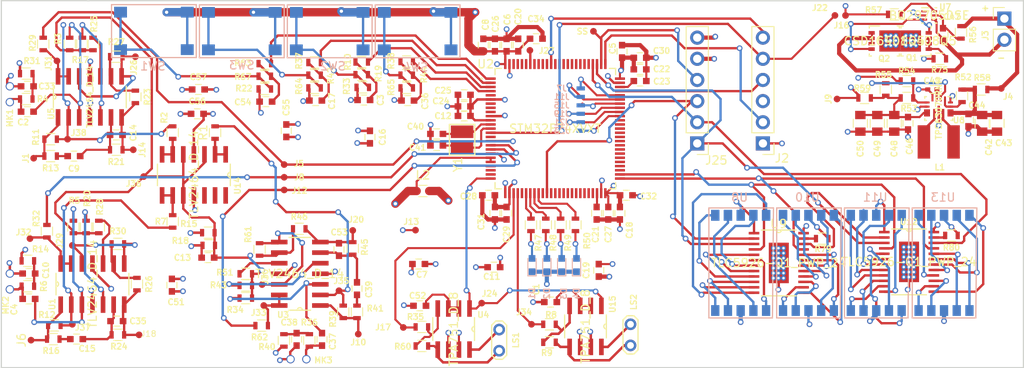
<source format=kicad_pcb>
(kicad_pcb (version 4) (host pcbnew 4.0.4-stable)
  (layers (0 F.Cu signal) (1 In1.Cu power hide) (2 In2.Cu power hide) (31 B.Cu signal) (36 B.SilkS user) (37 F.SilkS user) (38 B.Mask user) (39 F.Mask user) (44 Edge.Cuts user))
  (net 0 "")
  (net 1 GND)
  (net 2 "Net-(C1-Pad2)")
  (net 3 "Net-(C3-Pad2)")
  (net 4 VDD)
  (net 5 VDDA)
  (net 6 "Net-(C9-Pad2)")
  (net 7 "Net-(C10-Pad2)")
  (net 8 "Net-(C21-Pad2)")
  (net 9 "Net-(C23-Pad2)")
  (net 10 "Net-(C33-Pad2)")
  (net 11 /OSC_IN)
  (net 12 /OSC_OUT)
  (net 13 "Net-(C42-Pad2)")
  (net 14 "Net-(C45-Pad2)")
  (net 15 "Net-(C46-Pad2)")
  (net 16 "Net-(C47-Pad2)")
  (net 17 "Net-(C52-Pad2)")
  (net 18 "Net-(C54-Pad2)")
  (net 19 "Net-(D1-Pad2)")
  (net 20 "Net-(D2-Pad2)")
  (net 21 "Net-(D3-Pad2)")
  (net 22 "Net-(D4-Pad2)")
  (net 23 /TCK)
  (net 24 /TMS)
  (net 25 /NRST)
  (net 26 /SWO)
  (net 27 /Batt+)
  (net 28 /In11)
  (net 29 /SCK)
  (net 30 /In12)
  (net 31 /MISO)
  (net 32 /In13)
  (net 33 /MOSI)
  (net 34 /Pop_Sup)
  (net 35 /BOOT0)
  (net 36 "Net-(L1-Pad1)")
  (net 37 "Net-(L1-Pad2)")
  (net 38 "Net-(LS1-Pad1)")
  (net 39 "Net-(LS1-Pad2)")
  (net 40 "Net-(Q1-Pad4)")
  (net 41 "Net-(Q1-Pad5)")
  (net 42 "Net-(Q2-Pad4)")
  (net 43 "Net-(R35-Pad2)")
  (net 44 /LED_R)
  (net 45 /LED_B)
  (net 46 /LED_Y)
  (net 47 /LED_G)
  (net 48 "Net-(R52-Pad2)")
  (net 49 "Net-(R53-Pad2)")
  (net 50 "Net-(R55-Pad2)")
  (net 51 "Net-(R57-Pad2)")
  (net 52 /UserBtn1)
  (net 53 /UserBtn3)
  (net 54 /UserBtn2)
  (net 55 /UserBtn4)
  (net 56 "Net-(R79-Pad2)")
  (net 57 "Net-(R80-Pad2)")
  (net 58 "Net-(U8-Pad5)")
  (net 59 "Net-(U8-Pad4)")
  (net 60 "Net-(U8-Pad2)")
  (net 61 "Net-(U8-Pad1)")
  (net 62 "Net-(U8-Pad6)")
  (net 63 "Net-(U8-Pad7)")
  (net 64 "Net-(U8-Pad9)")
  (net 65 "Net-(U8-Pad10)")
  (net 66 "Net-(U10-Pad5)")
  (net 67 "Net-(U10-Pad4)")
  (net 68 "Net-(U10-Pad2)")
  (net 69 "Net-(U10-Pad1)")
  (net 70 "Net-(U10-Pad6)")
  (net 71 "Net-(U10-Pad7)")
  (net 72 "Net-(U10-Pad9)")
  (net 73 "Net-(U10-Pad10)")
  (net 74 "Net-(U11-Pad5)")
  (net 75 "Net-(U11-Pad4)")
  (net 76 "Net-(U11-Pad2)")
  (net 77 "Net-(U11-Pad1)")
  (net 78 "Net-(U11-Pad6)")
  (net 79 "Net-(U11-Pad7)")
  (net 80 "Net-(U11-Pad9)")
  (net 81 "Net-(U11-Pad10)")
  (net 82 "Net-(U12-Pad13)")
  (net 83 "Net-(U12-Pad18)")
  (net 84 "Net-(U12-Pad17)")
  (net 85 "Net-(U12-Pad16)")
  (net 86 "Net-(U12-Pad19)")
  (net 87 "Net-(U12-Pad20)")
  (net 88 "Net-(U12-Pad15)")
  (net 89 "Net-(U12-Pad14)")
  (net 90 "Net-(U12-Pad2)")
  (net 91 /Batt-)
  (net 92 "Net-(Q1-Pad1)")
  (net 93 /u1a+)
  (net 94 /u2a+)
  (net 95 /u1b-)
  (net 96 /u1bo)
  (net 97 "Net-(C15-Pad2)")
  (net 98 /u2b-)
  (net 99 /u2bo)
  (net 100 "Net-(C36-Pad2)")
  (net 101 /u3a+)
  (net 102 "Net-(C38-Pad2)")
  (net 103 "Net-(C39-Pad2)")
  (net 104 /u3b-)
  (net 105 /u3bo)
  (net 106 /u1a-)
  (net 107 /u2a-)
  (net 108 /u1ao)
  (net 109 /u2ao)
  (net 110 /u1b+)
  (net 111 /u2b+)
  (net 112 /u1c-)
  (net 113 /u1c+)
  (net 114 /u2c-)
  (net 115 /u1co)
  (net 116 /u2c+)
  (net 117 /u1d-)
  (net 118 /u2co)
  (net 119 /u2d-)
  (net 120 /u3a-)
  (net 121 /u3ao)
  (net 122 /u3b+)
  (net 123 /u3c-)
  (net 124 /u3c+)
  (net 125 /u3co)
  (net 126 /u3d-)
  (net 127 "Net-(C2-Pad2)")
  (net 128 "Net-(C4-Pad2)")
  (net 129 /Com_165)
  (net 130 "Net-(C17-Pad2)")
  (net 131 "Net-(C37-Pad2)")
  (net 132 /DAC_O1)
  (net 133 /SS)
  (net 134 /DAC_O2)
  (net 135 "Net-(LS2-Pad1)")
  (net 136 "Net-(LS2-Pad2)")
  (net 137 /u4a-)
  (net 138 /u4b-)
  (net 139 /u4c-)
  (net 140 "Net-(R8-Pad2)")
  (net 141 "Net-(R19-Pad2)")
  (net 142 "Net-(R22-Pad1)")
  (net 143 "Net-(R42-Pad2)")
  (net 144 "Net-(R44-Pad2)")
  (net 145 /Driver_oE)
  (net 146 /Driver_inE)
  (net 147 /GPIO_6)
  (net 148 /GPIO_5)
  (net 149 /GPIO_4)
  (net 150 /GPIO_3)
  (net 151 /GPIO_2)
  (net 152 /GPIO_1)
  (net 153 "Net-(U2-Pad5)")
  (net 154 "Net-(U2-Pad7)")
  (net 155 "Net-(U2-Pad8)")
  (net 156 "Net-(U2-Pad9)")
  (net 157 "Net-(U2-Pad15)")
  (net 158 "Net-(U2-Pad22)")
  (net 159 "Net-(U2-Pad23)")
  (net 160 "Net-(U2-Pad24)")
  (net 161 "Net-(U2-Pad30)")
  (net 162 "Net-(U2-Pad35)")
  (net 163 "Net-(U2-Pad37)")
  (net 164 "Net-(U2-Pad38)")
  (net 165 "Net-(U2-Pad39)")
  (net 166 "Net-(U2-Pad40)")
  (net 167 "Net-(U2-Pad41)")
  (net 168 "Net-(U2-Pad42)")
  (net 169 "Net-(U2-Pad43)")
  (net 170 "Net-(U2-Pad44)")
  (net 171 "Net-(U2-Pad45)")
  (net 172 "Net-(U2-Pad46)")
  (net 173 "Net-(U2-Pad47)")
  (net 174 "Net-(U2-Pad53)")
  (net 175 "Net-(U2-Pad54)")
  (net 176 "Net-(U2-Pad55)")
  (net 177 "Net-(U2-Pad56)")
  (net 178 "Net-(U2-Pad57)")
  (net 179 "Net-(U2-Pad58)")
  (net 180 "Net-(U2-Pad59)")
  (net 181 "Net-(U2-Pad60)")
  (net 182 "Net-(U2-Pad61)")
  (net 183 "Net-(U2-Pad62)")
  (net 184 "Net-(U2-Pad63)")
  (net 185 "Net-(U2-Pad64)")
  (net 186 "Net-(U2-Pad65)")
  (net 187 "Net-(U2-Pad80)")
  (net 188 "Net-(U2-Pad81)")
  (net 189 "Net-(U2-Pad82)")
  (net 190 "Net-(U2-Pad83)")
  (net 191 "Net-(U2-Pad84)")
  (net 192 "Net-(U2-Pad85)")
  (net 193 "Net-(U2-Pad86)")
  (net 194 "Net-(U2-Pad87)")
  (net 195 "Net-(U2-Pad88)")
  (net 196 "Net-(U2-Pad90)")
  (net 197 "Net-(U2-Pad91)")
  (net 198 "Net-(U2-Pad92)")
  (net 199 "Net-(U2-Pad93)")
  (net 200 "Net-(U2-Pad95)")
  (net 201 "Net-(U2-Pad96)")
  (net 202 "Net-(U2-Pad97)")
  (net 203 "Net-(U2-Pad98)")
  (net 204 "Net-(U7-Pad1)")
  (net 205 "Net-(U14-Pad12)")
  (net 206 "Net-(U14-Pad13)")
  (net 207 "Net-(U14-Pad14)")
  (module custom:VIA (layer F.Cu) (at 226.187 104.394)
    (fp_text reference REF** hide)
    (fp_text value VIA hide)
    (pad 1 thru_hole circle (at 0 0) (size 0.6 0.6) (drill 0.3) (layers *.Cu) (net 41 "Net-(Q1-Pad5)"))
  )
  (module custom:VIA (layer F.Cu) (at 226.787 104.394)
    (fp_text reference REF** hide)
    (fp_text value VIA hide)
    (pad 1 thru_hole circle (at 0 0) (size 0.6 0.6) (drill 0.3) (layers *.Cu) (net 41 "Net-(Q1-Pad5)"))
  )
  (module custom:VIA (layer F.Cu) (at 227.387 104.394)
    (fp_text reference REF** hide)
    (fp_text value VIA hide)
    (pad 1 thru_hole circle (at 0 0) (size 0.6 0.6) (drill 0.3) (layers *.Cu) (net 41 "Net-(Q1-Pad5)"))
  )
  (module custom:VIA (layer F.Cu) (at 226.187 104.994)
    (fp_text reference REF** hide)
    (fp_text value VIA hide)
    (pad 1 thru_hole circle (at 0 0) (size 0.6 0.6) (drill 0.3) (layers *.Cu) (net 41 "Net-(Q1-Pad5)"))
  )
  (module custom:VIA (layer F.Cu) (at 226.787 104.994)
    (fp_text reference REF** hide)
    (fp_text value VIA hide)
    (pad 1 thru_hole circle (at 0 0) (size 0.6 0.6) (drill 0.3) (layers *.Cu) (net 41 "Net-(Q1-Pad5)"))
  )
  (module custom:VIA (layer F.Cu) (at 227.387 104.994)
    (fp_text reference REF** hide)
    (fp_text value VIA hide)
    (pad 1 thru_hole circle (at 0 0) (size 0.6 0.6) (drill 0.3) (layers *.Cu) (net 41 "Net-(Q1-Pad5)"))
  )
  (module custom:VIA (layer F.Cu) (at 226.187 105.594)
    (fp_text reference REF** hide)
    (fp_text value VIA hide)
    (pad 1 thru_hole circle (at 0 0) (size 0.6 0.6) (drill 0.3) (layers *.Cu) (net 41 "Net-(Q1-Pad5)"))
  )
  (module custom:VIA (layer F.Cu) (at 226.787 105.594)
    (fp_text reference REF** hide)
    (fp_text value VIA hide)
    (pad 1 thru_hole circle (at 0 0) (size 0.6 0.6) (drill 0.3) (layers *.Cu) (net 41 "Net-(Q1-Pad5)"))
  )
  (module custom:VIA (layer F.Cu) (at 227.387 105.594)
    (fp_text reference REF** hide)
    (fp_text value VIA hide)
    (pad 1 thru_hole circle (at 0 0) (size 0.6 0.6) (drill 0.3) (layers *.Cu) (net 41 "Net-(Q1-Pad5)"))
  )
  (module custom:VIA (layer F.Cu) (at 224.974 105.594)
    (fp_text reference REF** hide)
    (fp_text value VIA hide)
    (pad 1 thru_hole circle (at 0 0) (size 0.6 0.6) (drill 0.3) (layers *.Cu) (net 41 "Net-(Q1-Pad5)"))
  )
  (module custom:VIA (layer F.Cu) (at 224.374 105.594)
    (fp_text reference REF** hide)
    (fp_text value VIA hide)
    (pad 1 thru_hole circle (at 0 0) (size 0.6 0.6) (drill 0.3) (layers *.Cu) (net 41 "Net-(Q1-Pad5)"))
  )
  (module custom:VIA (layer F.Cu) (at 223.774 105.594)
    (fp_text reference REF** hide)
    (fp_text value VIA hide)
    (pad 1 thru_hole circle (at 0 0) (size 0.6 0.6) (drill 0.3) (layers *.Cu) (net 41 "Net-(Q1-Pad5)"))
  )
  (module custom:VIA (layer F.Cu) (at 224.974 104.994)
    (fp_text reference REF** hide)
    (fp_text value VIA hide)
    (pad 1 thru_hole circle (at 0 0) (size 0.6 0.6) (drill 0.3) (layers *.Cu) (net 41 "Net-(Q1-Pad5)"))
  )
  (module custom:VIA (layer F.Cu) (at 224.374 104.994)
    (fp_text reference REF** hide)
    (fp_text value VIA hide)
    (pad 1 thru_hole circle (at 0 0) (size 0.6 0.6) (drill 0.3) (layers *.Cu) (net 41 "Net-(Q1-Pad5)"))
  )
  (module custom:VIA (layer F.Cu) (at 223.774 104.994)
    (fp_text reference REF** hide)
    (fp_text value VIA hide)
    (pad 1 thru_hole circle (at 0 0) (size 0.6 0.6) (drill 0.3) (layers *.Cu) (net 41 "Net-(Q1-Pad5)"))
  )
  (module custom:VIA (layer F.Cu) (at 224.974 104.394)
    (fp_text reference REF** hide)
    (fp_text value VIA hide)
    (pad 1 thru_hole circle (at 0 0) (size 0.6 0.6) (drill 0.3) (layers *.Cu) (net 41 "Net-(Q1-Pad5)"))
  )
  (module custom:VIA (layer F.Cu) (at 224.374 104.394)
    (fp_text reference REF** hide)
    (fp_text value VIA hide)
    (pad 1 thru_hole circle (at 0 0) (size 0.6 0.6) (drill 0.3) (layers *.Cu) (net 41 "Net-(Q1-Pad5)"))
  )
  (module custom:VIA (layer F.Cu) (at 210.312 129.921)
    (fp_text reference REF** hide)
    (fp_text value VIA hide)
    (pad 1 thru_hole circle (at 0 0) (size 0.6 0.6) (drill 0.3) (layers *.Cu) (net 1 GND))
  )
  (module custom:VIA (layer F.Cu) (at 210.912 129.921)
    (fp_text reference REF** hide)
    (fp_text value VIA hide)
    (pad 1 thru_hole circle (at 0 0) (size 0.6 0.6) (drill 0.3) (layers *.Cu) (net 1 GND))
  )
  (module custom:VIA (layer F.Cu) (at 211.512 129.921)
    (fp_text reference REF** hide)
    (fp_text value VIA hide)
    (pad 1 thru_hole circle (at 0 0) (size 0.6 0.6) (drill 0.3) (layers *.Cu) (net 1 GND))
  )
  (module custom:VIA (layer F.Cu) (at 210.312 130.521)
    (fp_text reference REF** hide)
    (fp_text value VIA hide)
    (pad 1 thru_hole circle (at 0 0) (size 0.6 0.6) (drill 0.3) (layers *.Cu) (net 1 GND))
  )
  (module custom:VIA (layer F.Cu) (at 210.912 130.521)
    (fp_text reference REF** hide)
    (fp_text value VIA hide)
    (pad 1 thru_hole circle (at 0 0) (size 0.6 0.6) (drill 0.3) (layers *.Cu) (net 1 GND))
  )
  (module custom:VIA (layer F.Cu) (at 211.512 130.521)
    (fp_text reference REF** hide)
    (fp_text value VIA hide)
    (pad 1 thru_hole circle (at 0 0) (size 0.6 0.6) (drill 0.3) (layers *.Cu) (net 1 GND))
  )
  (module custom:VIA (layer F.Cu) (at 210.312 131.121)
    (fp_text reference REF** hide)
    (fp_text value VIA hide)
    (pad 1 thru_hole circle (at 0 0) (size 0.6 0.6) (drill 0.3) (layers *.Cu) (net 1 GND))
  )
  (module custom:VIA (layer F.Cu) (at 210.912 131.121)
    (fp_text reference REF** hide)
    (fp_text value VIA hide)
    (pad 1 thru_hole circle (at 0 0) (size 0.6 0.6) (drill 0.3) (layers *.Cu) (net 1 GND))
  )
  (module custom:VIA (layer F.Cu) (at 211.512 131.121)
    (fp_text reference REF** hide)
    (fp_text value VIA hide)
    (pad 1 thru_hole circle (at 0 0) (size 0.6 0.6) (drill 0.3) (layers *.Cu) (net 1 GND))
  )
  (module custom:VIA (layer F.Cu) (at 210.312 131.721)
    (fp_text reference REF** hide)
    (fp_text value VIA hide)
    (pad 1 thru_hole circle (at 0 0) (size 0.6 0.6) (drill 0.3) (layers *.Cu) (net 1 GND))
  )
  (module custom:VIA (layer F.Cu) (at 210.912 131.721)
    (fp_text reference REF** hide)
    (fp_text value VIA hide)
    (pad 1 thru_hole circle (at 0 0) (size 0.6 0.6) (drill 0.3) (layers *.Cu) (net 1 GND))
  )
  (module custom:VIA (layer F.Cu) (at 211.512 131.721)
    (fp_text reference REF** hide)
    (fp_text value VIA hide)
    (pad 1 thru_hole circle (at 0 0) (size 0.6 0.6) (drill 0.3) (layers *.Cu) (net 1 GND))
  )
  (module custom:VIA (layer F.Cu) (at 210.312 132.321)
    (fp_text reference REF** hide)
    (fp_text value VIA hide)
    (pad 1 thru_hole circle (at 0 0) (size 0.6 0.6) (drill 0.3) (layers *.Cu) (net 1 GND))
  )
  (module custom:VIA (layer F.Cu) (at 210.912 132.321)
    (fp_text reference REF** hide)
    (fp_text value VIA hide)
    (pad 1 thru_hole circle (at 0 0) (size 0.6 0.6) (drill 0.3) (layers *.Cu) (net 1 GND))
  )
  (module custom:VIA (layer F.Cu) (at 211.512 132.321)
    (fp_text reference REF** hide)
    (fp_text value VIA hide)
    (pad 1 thru_hole circle (at 0 0) (size 0.6 0.6) (drill 0.3) (layers *.Cu) (net 1 GND))
  )
  (module custom:VIA (layer F.Cu) (at 210.312 132.921)
    (fp_text reference REF** hide)
    (fp_text value VIA hide)
    (pad 1 thru_hole circle (at 0 0) (size 0.6 0.6) (drill 0.3) (layers *.Cu) (net 1 GND))
  )
  (module custom:VIA (layer F.Cu) (at 210.912 132.921)
    (fp_text reference REF** hide)
    (fp_text value VIA hide)
    (pad 1 thru_hole circle (at 0 0) (size 0.6 0.6) (drill 0.3) (layers *.Cu) (net 1 GND))
  )
  (module custom:VIA (layer F.Cu) (at 211.512 132.921)
    (fp_text reference REF** hide)
    (fp_text value VIA hide)
    (pad 1 thru_hole circle (at 0 0) (size 0.6 0.6) (drill 0.3) (layers *.Cu) (net 1 GND))
  )
  (module custom:VIA (layer F.Cu) (at 210.312 133.521)
    (fp_text reference REF** hide)
    (fp_text value VIA hide)
    (pad 1 thru_hole circle (at 0 0) (size 0.6 0.6) (drill 0.3) (layers *.Cu) (net 1 GND))
  )
  (module custom:VIA (layer F.Cu) (at 210.912 133.521)
    (fp_text reference REF** hide)
    (fp_text value VIA hide)
    (pad 1 thru_hole circle (at 0 0) (size 0.6 0.6) (drill 0.3) (layers *.Cu) (net 1 GND))
  )
  (module custom:VIA (layer F.Cu) (at 211.512 133.521)
    (fp_text reference REF** hide)
    (fp_text value VIA hide)
    (pad 1 thru_hole circle (at 0 0) (size 0.6 0.6) (drill 0.3) (layers *.Cu) (net 1 GND))
  )
  (module custom:VIA (layer F.Cu) (at 227.133 133.394)
    (fp_text reference REF** hide)
    (fp_text value VIA hide)
    (pad 1 thru_hole circle (at 0 0) (size 0.6 0.6) (drill 0.3) (layers *.Cu) (net 1 GND))
  )
  (module custom:VIA (layer F.Cu) (at 226.533 133.394)
    (fp_text reference REF** hide)
    (fp_text value VIA hide)
    (pad 1 thru_hole circle (at 0 0) (size 0.6 0.6) (drill 0.3) (layers *.Cu) (net 1 GND))
  )
  (module custom:VIA (layer F.Cu) (at 225.933 133.394)
    (fp_text reference REF** hide)
    (fp_text value VIA hide)
    (pad 1 thru_hole circle (at 0 0) (size 0.6 0.6) (drill 0.3) (layers *.Cu) (net 1 GND))
  )
  (module custom:VIA (layer F.Cu) (at 227.133 132.794)
    (fp_text reference REF** hide)
    (fp_text value VIA hide)
    (pad 1 thru_hole circle (at 0 0) (size 0.6 0.6) (drill 0.3) (layers *.Cu) (net 1 GND))
  )
  (module custom:VIA (layer F.Cu) (at 226.533 132.794)
    (fp_text reference REF** hide)
    (fp_text value VIA hide)
    (pad 1 thru_hole circle (at 0 0) (size 0.6 0.6) (drill 0.3) (layers *.Cu) (net 1 GND))
  )
  (module custom:VIA (layer F.Cu) (at 225.933 132.794)
    (fp_text reference REF** hide)
    (fp_text value VIA hide)
    (pad 1 thru_hole circle (at 0 0) (size 0.6 0.6) (drill 0.3) (layers *.Cu) (net 1 GND))
  )
  (module custom:VIA (layer F.Cu) (at 227.133 132.194)
    (fp_text reference REF** hide)
    (fp_text value VIA hide)
    (pad 1 thru_hole circle (at 0 0) (size 0.6 0.6) (drill 0.3) (layers *.Cu) (net 1 GND))
  )
  (module custom:VIA (layer F.Cu) (at 226.533 132.194)
    (fp_text reference REF** hide)
    (fp_text value VIA hide)
    (pad 1 thru_hole circle (at 0 0) (size 0.6 0.6) (drill 0.3) (layers *.Cu) (net 1 GND))
  )
  (module custom:VIA (layer F.Cu) (at 225.933 132.194)
    (fp_text reference REF** hide)
    (fp_text value VIA hide)
    (pad 1 thru_hole circle (at 0 0) (size 0.6 0.6) (drill 0.3) (layers *.Cu) (net 1 GND))
  )
  (module custom:VIA (layer F.Cu) (at 227.133 131.594)
    (fp_text reference REF** hide)
    (fp_text value VIA hide)
    (pad 1 thru_hole circle (at 0 0) (size 0.6 0.6) (drill 0.3) (layers *.Cu) (net 1 GND))
  )
  (module custom:VIA (layer F.Cu) (at 226.533 131.594)
    (fp_text reference REF** hide)
    (fp_text value VIA hide)
    (pad 1 thru_hole circle (at 0 0) (size 0.6 0.6) (drill 0.3) (layers *.Cu) (net 1 GND))
  )
  (module custom:VIA (layer F.Cu) (at 225.933 131.594)
    (fp_text reference REF** hide)
    (fp_text value VIA hide)
    (pad 1 thru_hole circle (at 0 0) (size 0.6 0.6) (drill 0.3) (layers *.Cu) (net 1 GND))
  )
  (module custom:VIA (layer F.Cu) (at 227.133 130.994)
    (fp_text reference REF** hide)
    (fp_text value VIA hide)
    (pad 1 thru_hole circle (at 0 0) (size 0.6 0.6) (drill 0.3) (layers *.Cu) (net 1 GND))
  )
  (module custom:VIA (layer F.Cu) (at 226.533 130.994)
    (fp_text reference REF** hide)
    (fp_text value VIA hide)
    (pad 1 thru_hole circle (at 0 0) (size 0.6 0.6) (drill 0.3) (layers *.Cu) (net 1 GND))
  )
  (module custom:VIA (layer F.Cu) (at 225.933 130.994)
    (fp_text reference REF** hide)
    (fp_text value VIA hide)
    (pad 1 thru_hole circle (at 0 0) (size 0.6 0.6) (drill 0.3) (layers *.Cu) (net 1 GND))
  )
  (module custom:VIA (layer F.Cu) (at 227.133 130.394)
    (fp_text reference REF** hide)
    (fp_text value VIA hide)
    (pad 1 thru_hole circle (at 0 0) (size 0.6 0.6) (drill 0.3) (layers *.Cu) (net 1 GND))
  )
  (module custom:VIA (layer F.Cu) (at 226.533 130.394)
    (fp_text reference REF** hide)
    (fp_text value VIA hide)
    (pad 1 thru_hole circle (at 0 0) (size 0.6 0.6) (drill 0.3) (layers *.Cu) (net 1 GND))
  )
  (module custom:VIA (layer F.Cu) (at 225.933 130.394)
    (fp_text reference REF** hide)
    (fp_text value VIA hide)
    (pad 1 thru_hole circle (at 0 0) (size 0.6 0.6) (drill 0.3) (layers *.Cu) (net 1 GND))
  )
  (module custom:VIA (layer F.Cu) (at 227.133 129.794)
    (fp_text reference REF** hide)
    (fp_text value VIA hide)
    (pad 1 thru_hole circle (at 0 0) (size 0.6 0.6) (drill 0.3) (layers *.Cu) (net 1 GND))
  )
  (module custom:VIA (layer F.Cu) (at 226.533 129.794)
    (fp_text reference REF** hide)
    (fp_text value VIA hide)
    (pad 1 thru_hole circle (at 0 0) (size 0.6 0.6) (drill 0.3) (layers *.Cu) (net 1 GND))
  )
  (module custom:VIA (layer F.Cu) (at 225.933 129.794)
    (fp_text reference REF** hide)
    (fp_text value VIA hide)
    (pad 1 thru_hole circle (at 0 0) (size 0.6 0.6) (drill 0.3) (layers *.Cu) (net 1 GND))
  )
  (module custom:TLV2464_D_14 (layer F.Cu) (at 128.651 134.239 90)
    (fp_text reference U1 (at -2.413 -4.826 90) (layer F.SilkS) (effects (font (size 0.7 0.7))))
    (fp_text value TLV2464_D_14 (at 0 0 90) (layer F.SilkS))
    (pad 1 smd rect (at -2.4638 -3.81 90) (size 1.9812 0.5588) (layers F.Cu F.Mask) (net 109 /u2ao))
    (pad 2 smd rect (at -2.4638 -2.54 90) (size 1.9812 0.5588) (layers F.Cu F.Mask) (net 107 /u2a-))
    (pad 3 smd rect (at -2.4638 -1.27 90) (size 1.9812 0.5588) (layers F.Cu F.Mask) (net 94 /u2a+))
    (pad 4 smd rect (at -2.4638 0 90) (size 1.9812 0.5588) (layers F.Cu F.Mask) (net 5 VDDA))
    (pad 5 smd rect (at -2.4638 1.27 90) (size 1.9812 0.5588) (layers F.Cu F.Mask) (net 111 /u2b+))
    (pad 6 smd rect (at -2.4638 2.54 90) (size 1.9812 0.5588) (layers F.Cu F.Mask) (net 98 /u2b-))
    (pad 7 smd rect (at -2.4638 3.81 90) (size 1.9812 0.5588) (layers F.Cu F.Mask) (net 99 /u2bo))
    (pad 8 smd rect (at 2.4638 3.81 90) (size 1.9812 0.5588) (layers F.Cu F.Mask) (net 118 /u2co))
    (pad 9 smd rect (at 2.4638 2.54 90) (size 1.9812 0.5588) (layers F.Cu F.Mask) (net 114 /u2c-))
    (pad 10 smd rect (at 2.4638 1.27 90) (size 1.9812 0.5588) (layers F.Cu F.Mask) (net 116 /u2c+))
    (pad 11 smd rect (at 2.4638 0 90) (size 1.9812 0.5588) (layers F.Cu F.Mask) (net 1 GND))
    (pad 12 smd rect (at 2.4638 -1.27 90) (size 1.9812 0.5588) (layers F.Cu F.Mask) (net 118 /u2co))
    (pad 13 smd rect (at 2.4638 -2.54 90) (size 1.9812 0.5588) (layers F.Cu F.Mask) (net 119 /u2d-))
    (pad 14 smd rect (at 2.4638 -3.81 90) (size 1.9812 0.5588) (layers F.Cu F.Mask) (net 119 /u2d-))
  )
  (module custom:STM32F74XVXT (layer F.Cu) (at 184.15 115.57)
    (fp_text reference U2 (at -8.3566 -7.747) (layer F.SilkS))
    (fp_text value STM32F74XVXT (at 0 0) (layer F.SilkS))
    (pad 1 smd rect (at -7.75 -6.000001) (size 1.2 0.3) (layers F.Cu F.Mask) (net 52 /UserBtn1))
    (pad 2 smd rect (at -7.75 -5.499999) (size 1.2 0.3) (layers F.Cu F.Mask) (net 54 /UserBtn2))
    (pad 3 smd rect (at -7.75 -5) (size 1.2 0.3) (layers F.Cu F.Mask) (net 53 /UserBtn3))
    (pad 4 smd rect (at -7.75 -4.500001) (size 1.2 0.3) (layers F.Cu F.Mask) (net 55 /UserBtn4))
    (pad 5 smd rect (at -7.75 -4) (size 1.2 0.3) (layers F.Cu F.Mask) (net 153 "Net-(U2-Pad5)"))
    (pad 6 smd rect (at -7.75 -3.500001) (size 1.2 0.3) (layers F.Cu F.Mask) (net 4 VDD))
    (pad 7 smd rect (at -7.75 -2.999999) (size 1.2 0.3) (layers F.Cu F.Mask) (net 154 "Net-(U2-Pad7)"))
    (pad 8 smd rect (at -7.75 -2.5) (size 1.2 0.3) (layers F.Cu F.Mask) (net 155 "Net-(U2-Pad8)"))
    (pad 9 smd rect (at -7.75 -2.000001) (size 1.2 0.3) (layers F.Cu F.Mask) (net 156 "Net-(U2-Pad9)"))
    (pad 10 smd rect (at -7.75 -1.5) (size 1.2 0.3) (layers F.Cu F.Mask) (net 1 GND))
    (pad 11 smd rect (at -7.75 -1.000001) (size 1.2 0.3) (layers F.Cu F.Mask) (net 4 VDD))
    (pad 12 smd rect (at -7.75 -0.500002) (size 1.2 0.3) (layers F.Cu F.Mask) (net 11 /OSC_IN))
    (pad 13 smd rect (at -7.75 0) (size 1.2 0.3) (layers F.Cu F.Mask) (net 12 /OSC_OUT))
    (pad 14 smd rect (at -7.75 0.499999) (size 1.2 0.3) (layers F.Cu F.Mask) (net 25 /NRST))
    (pad 15 smd rect (at -7.75 1.000001) (size 1.2 0.3) (layers F.Cu F.Mask) (net 157 "Net-(U2-Pad15)"))
    (pad 16 smd rect (at -7.75 1.5) (size 1.2 0.3) (layers F.Cu F.Mask) (net 28 /In11))
    (pad 17 smd rect (at -7.75 1.999999) (size 1.2 0.3) (layers F.Cu F.Mask) (net 30 /In12))
    (pad 18 smd rect (at -7.75 2.5) (size 1.2 0.3) (layers F.Cu F.Mask) (net 32 /In13))
    (pad 19 smd rect (at -7.75 2.999999) (size 1.2 0.3) (layers F.Cu F.Mask) (net 1 GND))
    (pad 20 smd rect (at -7.75 3.500001) (size 1.2 0.3) (layers F.Cu F.Mask) (net 5 VDDA))
    (pad 21 smd rect (at -7.75 4) (size 1.2 0.3) (layers F.Cu F.Mask) (net 5 VDDA))
    (pad 22 smd rect (at -7.75 4.499999) (size 1.2 0.3) (layers F.Cu F.Mask) (net 158 "Net-(U2-Pad22)"))
    (pad 23 smd rect (at -7.75 5) (size 1.2 0.3) (layers F.Cu F.Mask) (net 159 "Net-(U2-Pad23)"))
    (pad 24 smd rect (at -7.75 5.499999) (size 1.2 0.3) (layers F.Cu F.Mask) (net 160 "Net-(U2-Pad24)"))
    (pad 25 smd rect (at -7.75 6.000001) (size 1.2 0.3) (layers F.Cu F.Mask) (net 34 /Pop_Sup))
    (pad 26 smd rect (at -6.000001 7.75 90) (size 1.2 0.3) (layers F.Cu F.Mask) (net 1 GND))
    (pad 27 smd rect (at -5.499999 7.75 90) (size 1.2 0.3) (layers F.Cu F.Mask) (net 4 VDD))
    (pad 28 smd rect (at -5 7.75 90) (size 1.2 0.3) (layers F.Cu F.Mask) (net 132 /DAC_O1))
    (pad 29 smd rect (at -4.500001 7.75 90) (size 1.2 0.3) (layers F.Cu F.Mask) (net 134 /DAC_O2))
    (pad 30 smd rect (at -4 7.75 90) (size 1.2 0.3) (layers F.Cu F.Mask) (net 161 "Net-(U2-Pad30)"))
    (pad 31 smd rect (at -3.500001 7.75 90) (size 1.2 0.3) (layers F.Cu F.Mask) (net 44 /LED_R))
    (pad 32 smd rect (at -2.999999 7.75 90) (size 1.2 0.3) (layers F.Cu F.Mask) (net 45 /LED_B))
    (pad 33 smd rect (at -2.5 7.75 90) (size 1.2 0.3) (layers F.Cu F.Mask) (net 46 /LED_Y))
    (pad 34 smd rect (at -2.000001 7.75 90) (size 1.2 0.3) (layers F.Cu F.Mask) (net 47 /LED_G))
    (pad 35 smd rect (at -1.5 7.75 90) (size 1.2 0.3) (layers F.Cu F.Mask) (net 162 "Net-(U2-Pad35)"))
    (pad 36 smd rect (at -1.000001 7.75 90) (size 1.2 0.3) (layers F.Cu F.Mask) (net 33 /MOSI))
    (pad 37 smd rect (at -0.499999 7.75 90) (size 1.2 0.3) (layers F.Cu F.Mask) (net 163 "Net-(U2-Pad37)"))
    (pad 38 smd rect (at 0 7.75 90) (size 1.2 0.3) (layers F.Cu F.Mask) (net 164 "Net-(U2-Pad38)"))
    (pad 39 smd rect (at 0.499999 7.75 90) (size 1.2 0.3) (layers F.Cu F.Mask) (net 165 "Net-(U2-Pad39)"))
    (pad 40 smd rect (at 1.000001 7.75 90) (size 1.2 0.3) (layers F.Cu F.Mask) (net 166 "Net-(U2-Pad40)"))
    (pad 41 smd rect (at 1.5 7.75 90) (size 1.2 0.3) (layers F.Cu F.Mask) (net 167 "Net-(U2-Pad41)"))
    (pad 42 smd rect (at 2.000001 7.75 90) (size 1.2 0.3) (layers F.Cu F.Mask) (net 168 "Net-(U2-Pad42)"))
    (pad 43 smd rect (at 2.5 7.75 90) (size 1.2 0.3) (layers F.Cu F.Mask) (net 169 "Net-(U2-Pad43)"))
    (pad 44 smd rect (at 2.999999 7.75 90) (size 1.2 0.3) (layers F.Cu F.Mask) (net 170 "Net-(U2-Pad44)"))
    (pad 45 smd rect (at 3.500001 7.75 90) (size 1.2 0.3) (layers F.Cu F.Mask) (net 171 "Net-(U2-Pad45)"))
    (pad 46 smd rect (at 4 7.75 90) (size 1.2 0.3) (layers F.Cu F.Mask) (net 172 "Net-(U2-Pad46)"))
    (pad 47 smd rect (at 4.500001 7.75 90) (size 1.2 0.3) (layers F.Cu F.Mask) (net 173 "Net-(U2-Pad47)"))
    (pad 48 smd rect (at 5 7.75 90) (size 1.2 0.3) (layers F.Cu F.Mask) (net 8 "Net-(C21-Pad2)"))
    (pad 49 smd rect (at 5.499999 7.75 90) (size 1.2 0.3) (layers F.Cu F.Mask) (net 1 GND))
    (pad 50 smd rect (at 6.000001 7.75 90) (size 1.2 0.3) (layers F.Cu F.Mask) (net 4 VDD))
    (pad 51 smd rect (at 7.75 6.000001) (size 1.2 0.3) (layers F.Cu F.Mask) (net 145 /Driver_oE))
    (pad 52 smd rect (at 7.75 5.499999) (size 1.2 0.3) (layers F.Cu F.Mask) (net 146 /Driver_inE))
    (pad 53 smd rect (at 7.75 5) (size 1.2 0.3) (layers F.Cu F.Mask) (net 174 "Net-(U2-Pad53)"))
    (pad 54 smd rect (at 7.75 4.500001) (size 1.2 0.3) (layers F.Cu F.Mask) (net 175 "Net-(U2-Pad54)"))
    (pad 55 smd rect (at 7.75 4) (size 1.2 0.3) (layers F.Cu F.Mask) (net 176 "Net-(U2-Pad55)"))
    (pad 56 smd rect (at 7.75 3.500001) (size 1.2 0.3) (layers F.Cu F.Mask) (net 177 "Net-(U2-Pad56)"))
    (pad 57 smd rect (at 7.75 2.999999) (size 1.2 0.3) (layers F.Cu F.Mask) (net 178 "Net-(U2-Pad57)"))
    (pad 58 smd rect (at 7.75 2.5) (size 1.2 0.3) (layers F.Cu F.Mask) (net 179 "Net-(U2-Pad58)"))
    (pad 59 smd rect (at 7.75 2.000001) (size 1.2 0.3) (layers F.Cu F.Mask) (net 180 "Net-(U2-Pad59)"))
    (pad 60 smd rect (at 7.75 1.5) (size 1.2 0.3) (layers F.Cu F.Mask) (net 181 "Net-(U2-Pad60)"))
    (pad 61 smd rect (at 7.75 1.000001) (size 1.2 0.3) (layers F.Cu F.Mask) (net 182 "Net-(U2-Pad61)"))
    (pad 62 smd rect (at 7.75 0.499999) (size 1.2 0.3) (layers F.Cu F.Mask) (net 183 "Net-(U2-Pad62)"))
    (pad 63 smd rect (at 7.75 0) (size 1.2 0.3) (layers F.Cu F.Mask) (net 184 "Net-(U2-Pad63)"))
    (pad 64 smd rect (at 7.75 -0.499999) (size 1.2 0.3) (layers F.Cu F.Mask) (net 185 "Net-(U2-Pad64)"))
    (pad 65 smd rect (at 7.75 -1.000001) (size 1.2 0.3) (layers F.Cu F.Mask) (net 186 "Net-(U2-Pad65)"))
    (pad 66 smd rect (at 7.75 -1.5) (size 1.2 0.3) (layers F.Cu F.Mask) (net 147 /GPIO_6))
    (pad 67 smd rect (at 7.75 -2.000001) (size 1.2 0.3) (layers F.Cu F.Mask) (net 148 /GPIO_5))
    (pad 68 smd rect (at 7.75 -2.5) (size 1.2 0.3) (layers F.Cu F.Mask) (net 149 /GPIO_4))
    (pad 69 smd rect (at 7.75 -2.999999) (size 1.2 0.3) (layers F.Cu F.Mask) (net 150 /GPIO_3))
    (pad 70 smd rect (at 7.75 -3.500001) (size 1.2 0.3) (layers F.Cu F.Mask) (net 151 /GPIO_2))
    (pad 71 smd rect (at 7.75 -4) (size 1.2 0.3) (layers F.Cu F.Mask) (net 152 /GPIO_1))
    (pad 72 smd rect (at 7.75 -4.500001) (size 1.2 0.3) (layers F.Cu F.Mask) (net 24 /TMS))
    (pad 73 smd rect (at 7.75 -5) (size 1.2 0.3) (layers F.Cu F.Mask) (net 9 "Net-(C23-Pad2)"))
    (pad 74 smd rect (at 7.75 -5.499999) (size 1.2 0.3) (layers F.Cu F.Mask) (net 1 GND))
    (pad 75 smd rect (at 7.75 -6.000001) (size 1.2 0.3) (layers F.Cu F.Mask) (net 4 VDD))
    (pad 76 smd rect (at 6.000001 -7.75 90) (size 1.2 0.3) (layers F.Cu F.Mask) (net 23 /TCK))
    (pad 77 smd rect (at 5.499999 -7.75 90) (size 1.2 0.3) (layers F.Cu F.Mask) (net 133 /SS))
    (pad 78 smd rect (at 5 -7.75 90) (size 1.2 0.3) (layers F.Cu F.Mask) (net 29 /SCK))
    (pad 79 smd rect (at 4.500001 -7.75 90) (size 1.2 0.3) (layers F.Cu F.Mask) (net 31 /MISO))
    (pad 80 smd rect (at 4 -7.75 90) (size 1.2 0.3) (layers F.Cu F.Mask) (net 187 "Net-(U2-Pad80)"))
    (pad 81 smd rect (at 3.500001 -7.75 90) (size 1.2 0.3) (layers F.Cu F.Mask) (net 188 "Net-(U2-Pad81)"))
    (pad 82 smd rect (at 2.999999 -7.75 90) (size 1.2 0.3) (layers F.Cu F.Mask) (net 189 "Net-(U2-Pad82)"))
    (pad 83 smd rect (at 2.5 -7.75 90) (size 1.2 0.3) (layers F.Cu F.Mask) (net 190 "Net-(U2-Pad83)"))
    (pad 84 smd rect (at 2.000001 -7.75 90) (size 1.2 0.3) (layers F.Cu F.Mask) (net 191 "Net-(U2-Pad84)"))
    (pad 85 smd rect (at 1.5 -7.75 90) (size 1.2 0.3) (layers F.Cu F.Mask) (net 192 "Net-(U2-Pad85)"))
    (pad 86 smd rect (at 1.000001 -7.75 90) (size 1.2 0.3) (layers F.Cu F.Mask) (net 193 "Net-(U2-Pad86)"))
    (pad 87 smd rect (at 0.499999 -7.75 90) (size 1.2 0.3) (layers F.Cu F.Mask) (net 194 "Net-(U2-Pad87)"))
    (pad 88 smd rect (at 0 -7.75 90) (size 1.2 0.3) (layers F.Cu F.Mask) (net 195 "Net-(U2-Pad88)"))
    (pad 89 smd rect (at -0.499999 -7.75 90) (size 1.2 0.3) (layers F.Cu F.Mask) (net 26 /SWO))
    (pad 90 smd rect (at -1.000001 -7.75 90) (size 1.2 0.3) (layers F.Cu F.Mask) (net 196 "Net-(U2-Pad90)"))
    (pad 91 smd rect (at -1.5 -7.75 90) (size 1.2 0.3) (layers F.Cu F.Mask) (net 197 "Net-(U2-Pad91)"))
    (pad 92 smd rect (at -2.000001 -7.75 90) (size 1.2 0.3) (layers F.Cu F.Mask) (net 198 "Net-(U2-Pad92)"))
    (pad 93 smd rect (at -2.5 -7.75 90) (size 1.2 0.3) (layers F.Cu F.Mask) (net 199 "Net-(U2-Pad93)"))
    (pad 94 smd rect (at -2.999999 -7.75 90) (size 1.2 0.3) (layers F.Cu F.Mask) (net 35 /BOOT0))
    (pad 95 smd rect (at -3.500001 -7.75 90) (size 1.2 0.3) (layers F.Cu F.Mask) (net 200 "Net-(U2-Pad95)"))
    (pad 96 smd rect (at -4 -7.75 90) (size 1.2 0.3) (layers F.Cu F.Mask) (net 201 "Net-(U2-Pad96)"))
    (pad 97 smd rect (at -4.500001 -7.75 90) (size 1.2 0.3) (layers F.Cu F.Mask) (net 202 "Net-(U2-Pad97)"))
    (pad 98 smd rect (at -5 -7.75 90) (size 1.2 0.3) (layers F.Cu F.Mask) (net 203 "Net-(U2-Pad98)"))
    (pad 99 smd rect (at -5.499999 -7.75 90) (size 1.2 0.3) (layers F.Cu F.Mask) (net 1 GND))
    (pad 100 smd rect (at -6.000001 -7.75 90) (size 1.2 0.3) (layers F.Cu F.Mask) (net 4 VDD))
  )
  (module Capacitors_SMD:C_0603 (layer F.Cu) (at 167.767 131.826)
    (fp_text reference C7 (at 0.381 1.27) (layer F.SilkS) (effects (font (size 0.7 0.7))))
    (fp_text value 100nF)
    (pad 2 smd rect (at 0.75 0) (size 0.8 0.75) (layers F.Cu F.Mask) (net 5 VDDA))
    (pad 1 smd rect (at -0.75 0) (size 0.8 0.75) (layers F.Cu F.Mask) (net 1 GND))
  )
  (module custom:TLC5926-Q1_PWP_24 (layer F.Cu) (at 210.947 131.699)
    (fp_text reference U9 (at -0.0254 -4.68884) (layer F.SilkS))
    (fp_text value TLC5926-Q1_PWP_24 (at 0 0) (layer F.SilkS))
    (pad 1 smd rect (at -2.9718 -3.575063) (size 1.27 0.3048) (layers F.Cu F.Mask) (net 1 GND))
    (pad 2 smd rect (at -2.9718 -2.925051) (size 1.27 0.3048) (layers F.Cu F.Mask) (net 33 /MOSI))
    (pad 3 smd rect (at -2.9718 -2.27504) (size 1.27 0.3048) (layers F.Cu F.Mask) (net 29 /SCK))
    (pad 4 smd rect (at -2.9718 -1.625028) (size 1.27 0.3048) (layers F.Cu F.Mask) (net 146 /Driver_inE))
    (pad 5 smd rect (at -2.9718 -0.975017) (size 1.27 0.3048) (layers F.Cu F.Mask) (net 63 "Net-(U8-Pad7)"))
    (pad 6 smd rect (at -2.9718 -0.325006) (size 1.27 0.3048) (layers F.Cu F.Mask) (net 62 "Net-(U8-Pad6)"))
    (pad 7 smd rect (at -2.9718 0.325006) (size 1.27 0.3048) (layers F.Cu F.Mask) (net 59 "Net-(U8-Pad4)"))
    (pad 8 smd rect (at -2.9718 0.975017) (size 1.27 0.3048) (layers F.Cu F.Mask) (net 60 "Net-(U8-Pad2)"))
    (pad 9 smd rect (at -2.9718 1.625028) (size 1.27 0.3048) (layers F.Cu F.Mask) (net 61 "Net-(U8-Pad1)"))
    (pad 10 smd rect (at -2.9718 2.27504) (size 1.27 0.3048) (layers F.Cu F.Mask) (net 64 "Net-(U8-Pad9)"))
    (pad 11 smd rect (at -2.9718 2.925051) (size 1.27 0.3048) (layers F.Cu F.Mask) (net 65 "Net-(U8-Pad10)"))
    (pad 12 smd rect (at -2.9718 3.575063) (size 1.27 0.3048) (layers F.Cu F.Mask) (net 58 "Net-(U8-Pad5)"))
    (pad 13 smd rect (at 2.9718 3.575063) (size 1.27 0.3048) (layers F.Cu F.Mask) (net 66 "Net-(U10-Pad5)"))
    (pad 14 smd rect (at 2.9718 2.925051) (size 1.27 0.3048) (layers F.Cu F.Mask) (net 73 "Net-(U10-Pad10)"))
    (pad 15 smd rect (at 2.9718 2.27504) (size 1.27 0.3048) (layers F.Cu F.Mask) (net 72 "Net-(U10-Pad9)"))
    (pad 16 smd rect (at 2.9718 1.625028) (size 1.27 0.3048) (layers F.Cu F.Mask) (net 69 "Net-(U10-Pad1)"))
    (pad 17 smd rect (at 2.9718 0.975017) (size 1.27 0.3048) (layers F.Cu F.Mask) (net 68 "Net-(U10-Pad2)"))
    (pad 18 smd rect (at 2.9718 0.325006) (size 1.27 0.3048) (layers F.Cu F.Mask) (net 67 "Net-(U10-Pad4)"))
    (pad 19 smd rect (at 2.9718 -0.325006) (size 1.27 0.3048) (layers F.Cu F.Mask) (net 70 "Net-(U10-Pad6)"))
    (pad 20 smd rect (at 2.9718 -0.975017) (size 1.27 0.3048) (layers F.Cu F.Mask) (net 71 "Net-(U10-Pad7)"))
    (pad 21 smd rect (at 2.9718 -1.625028) (size 1.27 0.3048) (layers F.Cu F.Mask) (net 145 /Driver_oE))
    (pad 22 smd rect (at 2.9718 -2.27504) (size 1.27 0.3048) (layers F.Cu F.Mask) (net 90 "Net-(U12-Pad2)"))
    (pad 23 smd rect (at 2.9718 -2.925051) (size 1.27 0.3048) (layers F.Cu F.Mask) (net 56 "Net-(R79-Pad2)"))
    (pad 24 smd rect (at 2.9718 -3.575063) (size 1.27 0.3048) (layers F.Cu F.Mask) (net 4 VDD))
    (pad 25 smd rect (at 0 0) (size 2.4 4.87) (layers F.Cu F.Mask) (net 1 GND))
  )
  (module Resistors_SMD:R_0603 (layer F.Cu) (at 128.7145 105.41 90)
    (fp_text reference R25 (at 2.413 0.127 90) (layer F.SilkS) (effects (font (size 0.7 0.7))))
    (fp_text value 1K)
    (pad 1 smd rect (at -0.75 0 90) (size 0.5 0.9) (layers F.Cu F.Mask) (net 129 /Com_165))
    (pad 2 smd rect (at 0.75 0 90) (size 0.5 0.9) (layers F.Cu F.Mask) (net 113 /u1c+))
  )
  (module Capacitors_SMD:C_0603 (layer F.Cu) (at 192.151 106.299 90)
    (fp_text reference C5 (at 0.3556 -1.13284 90) (layer F.SilkS) (effects (font (size 0.7 0.7))))
    (fp_text value 1uF)
    (pad 2 smd rect (at 0.75 0 90) (size 0.8 0.75) (layers F.Cu F.Mask) (net 1 GND))
    (pad 1 smd rect (at -0.75 0 90) (size 0.8 0.75) (layers F.Cu F.Mask) (net 4 VDD))
  )
  (module Capacitors_SMD:C_0603 (layer F.Cu) (at 178.308 105.537 270)
    (fp_text reference C6 (at -3.06832 -0.08128 270) (layer F.SilkS) (effects (font (size 0.7 0.7))))
    (fp_text value 100nF)
    (pad 2 smd rect (at 0.75 0 270) (size 0.8 0.75) (layers F.Cu F.Mask) (net 4 VDD))
    (pad 1 smd rect (at -0.75 0 270) (size 0.8 0.75) (layers F.Cu F.Mask) (net 1 GND))
  )
  (module Capacitors_SMD:C_0603 (layer F.Cu) (at 175.514 105.537 270)
    (fp_text reference C8 (at -2.44856 -0.26924 270) (layer F.SilkS) (effects (font (size 0.7 0.7))))
    (fp_text value 100nF)
    (pad 2 smd rect (at 0.75 0 270) (size 0.8 0.75) (layers F.Cu F.Mask) (net 4 VDD))
    (pad 1 smd rect (at -0.75 0 270) (size 0.8 0.75) (layers F.Cu F.Mask) (net 1 GND))
  )
  (module Capacitors_SMD:C_0603 (layer F.Cu) (at 176.784 132.207 180)
    (fp_text reference C11 (at 0.254 -1.143 180) (layer F.SilkS) (effects (font (size 0.7 0.7))))
    (fp_text value 1uF)
    (pad 2 smd rect (at 0.75 0 180) (size 0.8 0.75) (layers F.Cu F.Mask) (net 5 VDDA))
    (pad 1 smd rect (at -0.75 0 180) (size 0.8 0.75) (layers F.Cu F.Mask) (net 1 GND))
  )
  (module Capacitors_SMD:C_0603 (layer F.Cu) (at 173.228 114.046)
    (fp_text reference C12 (at -2.54 0) (layer F.SilkS) (effects (font (size 0.7 0.7))))
    (fp_text value 100nF)
    (pad 2 smd rect (at 0.75 0) (size 0.8 0.75) (layers F.Cu F.Mask) (net 4 VDD))
    (pad 1 smd rect (at -0.75 0) (size 0.8 0.75) (layers F.Cu F.Mask) (net 1 GND))
  )
  (module Capacitors_SMD:C_0603 (layer F.Cu) (at 161.925 116.586 270)
    (fp_text reference C16 (at 0 -1.5 270) (layer F.SilkS) (effects (font (size 0.7 0.7))))
    (fp_text value 10uF)
    (pad 2 smd rect (at 0.75 0 270) (size 0.8 0.75) (layers F.Cu F.Mask) (net 5 VDDA))
    (pad 1 smd rect (at -0.75 0 270) (size 0.8 0.75) (layers F.Cu F.Mask) (net 1 GND))
  )
  (module Capacitors_SMD:C_0603 (layer F.Cu) (at 191.897 125.73 90)
    (fp_text reference C18 (at -2.032 1.143 270) (layer F.SilkS) (effects (font (size 0.7 0.7))))
    (fp_text value 100nF)
    (pad 2 smd rect (at 0.75 0 90) (size 0.8 0.75) (layers F.Cu F.Mask) (net 4 VDD))
    (pad 1 smd rect (at -0.75 0 90) (size 0.8 0.75) (layers F.Cu F.Mask) (net 1 GND))
  )
  (module Capacitors_SMD:C_0603 (layer F.Cu) (at 189.357 132.588 90)
    (fp_text reference C19 (at 0 -1.5 90) (layer F.SilkS) (effects (font (size 0.7 0.7))))
    (fp_text value 10uF)
    (pad 2 smd rect (at 0.75 0 90) (size 0.8 0.75) (layers F.Cu F.Mask) (net 5 VDDA))
    (pad 1 smd rect (at -0.75 0 90) (size 0.8 0.75) (layers F.Cu F.Mask) (net 1 GND))
  )
  (module Capacitors_SMD:C_0603 (layer F.Cu) (at 179.705 105.537 270)
    (fp_text reference C20 (at -3.41884 0.01524 270) (layer F.SilkS) (effects (font (size 0.7 0.7))))
    (fp_text value 100nF)
    (pad 2 smd rect (at 0.75 0 270) (size 0.8 0.75) (layers F.Cu F.Mask) (net 4 VDD))
    (pad 1 smd rect (at -0.75 0 270) (size 0.8 0.75) (layers F.Cu F.Mask) (net 1 GND))
  )
  (module Capacitors_SMD:C_0603 (layer F.Cu) (at 189.103 125.73 90)
    (fp_text reference C21 (at -2.54 -0.127 90) (layer F.SilkS) (effects (font (size 0.7 0.7))))
    (fp_text value 2.2uF)
    (pad 2 smd rect (at 0.75 0 90) (size 0.8 0.75) (layers F.Cu F.Mask) (net 8 "Net-(C21-Pad2)"))
    (pad 1 smd rect (at -0.75 0 90) (size 0.8 0.75) (layers F.Cu F.Mask) (net 1 GND))
  )
  (module Capacitors_SMD:C_0603 (layer F.Cu) (at 194.31 108.458 180)
    (fp_text reference C22 (at -2.5908 0.04064 180) (layer F.SilkS) (effects (font (size 0.7 0.7))))
    (fp_text value 100nF)
    (pad 2 smd rect (at 0.75 0 180) (size 0.8 0.75) (layers F.Cu F.Mask) (net 4 VDD))
    (pad 1 smd rect (at -0.75 0 180) (size 0.8 0.75) (layers F.Cu F.Mask) (net 1 GND))
  )
  (module Capacitors_SMD:C_0603 (layer F.Cu) (at 194.31 109.855 180)
    (fp_text reference C23 (at -2.60604 -0.05588 180) (layer F.SilkS) (effects (font (size 0.7 0.7))))
    (fp_text value 2.2uF)
    (pad 2 smd rect (at 0.75 0 180) (size 0.8 0.75) (layers F.Cu F.Mask) (net 9 "Net-(C23-Pad2)"))
    (pad 1 smd rect (at -0.75 0 180) (size 0.8 0.75) (layers F.Cu F.Mask) (net 1 GND))
  )
  (module Capacitors_SMD:C_0603 (layer F.Cu) (at 173.228 112.903)
    (fp_text reference C24 (at -2.794 -0.635) (layer F.SilkS) (effects (font (size 0.7 0.7))))
    (fp_text value 100nF)
    (pad 2 smd rect (at 0.75 0) (size 0.8 0.75) (layers F.Cu F.Mask) (net 4 VDD))
    (pad 1 smd rect (at -0.75 0) (size 0.8 0.75) (layers F.Cu F.Mask) (net 1 GND))
  )
  (module Capacitors_SMD:C_0603 (layer F.Cu) (at 173.228 111.506)
    (fp_text reference C25 (at -2.54 -0.508) (layer F.SilkS) (effects (font (size 0.7 0.7))))
    (fp_text value 100nF)
    (pad 2 smd rect (at 0.75 0) (size 0.8 0.75) (layers F.Cu F.Mask) (net 4 VDD))
    (pad 1 smd rect (at -0.75 0) (size 0.8 0.75) (layers F.Cu F.Mask) (net 1 GND))
  )
  (module Capacitors_SMD:C_0603 (layer F.Cu) (at 176.911 105.537 270)
    (fp_text reference C26 (at -2.54 -0.07112 270) (layer F.SilkS) (effects (font (size 0.7 0.7))))
    (fp_text value 100nF)
    (pad 2 smd rect (at 0.75 0 270) (size 0.8 0.75) (layers F.Cu F.Mask) (net 4 VDD))
    (pad 1 smd rect (at -0.75 0 270) (size 0.8 0.75) (layers F.Cu F.Mask) (net 1 GND))
  )
  (module Capacitors_SMD:C_0603 (layer F.Cu) (at 190.5 125.73 90)
    (fp_text reference C27 (at -2.54 0 90) (layer F.SilkS) (effects (font (size 0.7 0.7))))
    (fp_text value 100nF)
    (pad 2 smd rect (at 0.75 0 90) (size 0.8 0.75) (layers F.Cu F.Mask) (net 4 VDD))
    (pad 1 smd rect (at -0.75 0 90) (size 0.8 0.75) (layers F.Cu F.Mask) (net 1 GND))
  )
  (module Capacitors_SMD:C_0603 (layer F.Cu) (at 176.149 123.571)
    (fp_text reference C28 (at -2.413 0.127) (layer F.SilkS) (effects (font (size 0.7 0.7))))
    (fp_text value 100nF)
    (pad 2 smd rect (at 0.75 0) (size 0.8 0.75) (layers F.Cu F.Mask) (net 4 VDD))
    (pad 1 smd rect (at -0.75 0) (size 0.8 0.75) (layers F.Cu F.Mask) (net 1 GND))
  )
  (module Capacitors_SMD:C_0603 (layer F.Cu) (at 178.308 125.73 90)
    (fp_text reference C29 (at -2.54 0 90) (layer F.SilkS) (effects (font (size 0.7 0.7))))
    (fp_text value 100nF)
    (pad 2 smd rect (at 0.75 0 90) (size 0.8 0.75) (layers F.Cu F.Mask) (net 4 VDD))
    (pad 1 smd rect (at -0.75 0 90) (size 0.8 0.75) (layers F.Cu F.Mask) (net 1 GND))
  )
  (module Capacitors_SMD:C_0603 (layer F.Cu) (at 194.31 107.061 180)
    (fp_text reference C30 (at -2.57556 0.8382 180) (layer F.SilkS) (effects (font (size 0.7 0.7))))
    (fp_text value 100nF)
    (pad 2 smd rect (at 0.75 0 180) (size 0.8 0.75) (layers F.Cu F.Mask) (net 4 VDD))
    (pad 1 smd rect (at -0.75 0 180) (size 0.8 0.75) (layers F.Cu F.Mask) (net 1 GND))
  )
  (module Capacitors_SMD:C_0603 (layer F.Cu) (at 176.911 125.73 90)
    (fp_text reference C31 (at -1.016 -1.651 90) (layer F.SilkS) (effects (font (size 0.7 0.7))))
    (fp_text value 100nF)
    (pad 2 smd rect (at 0.75 0 90) (size 0.8 0.75) (layers F.Cu F.Mask) (net 4 VDD))
    (pad 1 smd rect (at -0.75 0 90) (size 0.8 0.75) (layers F.Cu F.Mask) (net 1 GND))
  )
  (module Capacitors_SMD:C_0603 (layer F.Cu) (at 192.659 123.571 180)
    (fp_text reference C32 (at -2.667 -0.127 180) (layer F.SilkS) (effects (font (size 0.7 0.7))))
    (fp_text value 100nF)
    (pad 2 smd rect (at 0.75 0 180) (size 0.8 0.75) (layers F.Cu F.Mask) (net 4 VDD))
    (pad 1 smd rect (at -0.75 0 180) (size 0.8 0.75) (layers F.Cu F.Mask) (net 1 GND))
  )
  (module Capacitors_SMD:C_0603 (layer F.Cu) (at 181.864 104.775 180)
    (fp_text reference C34 (at 0.0254 2.37236 180) (layer F.SilkS) (effects (font (size 0.7 0.7))))
    (fp_text value 4.7uF)
    (pad 2 smd rect (at 0.75 0 180) (size 0.8 0.75) (layers F.Cu F.Mask) (net 4 VDD))
    (pad 1 smd rect (at -0.75 0 180) (size 0.8 0.75) (layers F.Cu F.Mask) (net 1 GND))
  )
  (module Capacitors_SMD:C_0603 (layer F.Cu) (at 166.4589 112.2045)
    (fp_text reference C36 (at 2.0701 0.0635 90) (layer F.SilkS) (effects (font (size 0.7 0.7))))
    (fp_text value 1uF)
    (pad 2 smd rect (at 0.75 0) (size 0.8 0.75) (layers F.Cu F.Mask) (net 100 "Net-(C36-Pad2)"))
    (pad 1 smd rect (at -0.75 0) (size 0.8 0.75) (layers F.Cu F.Mask) (net 1 GND))
  )
  (module Capacitors_SMD:C_0603 (layer F.Cu) (at 169.926 116.205 180)
    (fp_text reference C40 (at 2.54 0.889 180) (layer F.SilkS) (effects (font (size 0.7 0.7))))
    (fp_text value 4.3pF)
    (pad 2 smd rect (at 0.75 0 180) (size 0.8 0.75) (layers F.Cu F.Mask) (net 1 GND))
    (pad 1 smd rect (at -0.75 0 180) (size 0.8 0.75) (layers F.Cu F.Mask) (net 11 /OSC_IN))
  )
  (module Capacitors_SMD:C_0603 (layer F.Cu) (at 169.926 117.602 180)
    (fp_text reference C41 (at 2.286 -0.254 180) (layer F.SilkS) (effects (font (size 0.7 0.7))))
    (fp_text value 4.3pF)
    (pad 2 smd rect (at 0.75 0 180) (size 0.8 0.75) (layers F.Cu F.Mask) (net 1 GND))
    (pad 1 smd rect (at -0.75 0 180) (size 0.8 0.75) (layers F.Cu F.Mask) (net 12 /OSC_OUT))
  )
  (module Capacitors_SMD:C_0805 (layer F.Cu) (at 235.331 114.935 90)
    (fp_text reference C42 (at -2.8702 0.79756 270) (layer F.SilkS) (effects (font (size 0.7 0.7))))
    (fp_text value 10uF)
    (pad 1 smd rect (at -1 0 90) (size 1 1.25) (layers F.Cu F.Mask) (net 1 GND))
    (pad 2 smd rect (at 1 0 90) (size 1 1.25) (layers F.Cu F.Mask) (net 13 "Net-(C42-Pad2)"))
  )
  (module Capacitors_SMD:C_0805 (layer F.Cu) (at 237.109 114.935 90)
    (fp_text reference C43 (at -2.36728 0.80772 180) (layer F.SilkS) (effects (font (size 0.7 0.7))))
    (fp_text value 10uF)
    (pad 1 smd rect (at -1 0 90) (size 1 1.25) (layers F.Cu F.Mask) (net 1 GND))
    (pad 2 smd rect (at 1 0 90) (size 1 1.25) (layers F.Cu F.Mask) (net 13 "Net-(C42-Pad2)"))
  )
  (module Capacitors_SMD:C_0603 (layer F.Cu) (at 233.68 114.554 90)
    (fp_text reference C44 (at 1.778 1.016 360) (layer F.SilkS) (effects (font (size 0.7 0.7))))
    (fp_text value 10uF)
    (pad 2 smd rect (at 0.75 0 90) (size 0.8 0.75) (layers F.Cu F.Mask) (net 13 "Net-(C42-Pad2)"))
    (pad 1 smd rect (at -0.75 0 90) (size 0.8 0.75) (layers F.Cu F.Mask) (net 1 GND))
  )
  (module Capacitors_SMD:C_0402 (layer F.Cu) (at 229.362 110.871)
    (fp_text reference C45 (at -0.03048 -1.05156) (layer F.SilkS) (effects (font (size 0.7 0.7))))
    (fp_text value 100nF)
    (pad 1 smd rect (at -0.55 0) (size 0.6 0.5) (layers F.Cu F.Mask) (net 1 GND))
    (pad 2 smd rect (at 0.55 0) (size 0.6 0.5) (layers F.Cu F.Mask) (net 14 "Net-(C45-Pad2)"))
  )
  (module Capacitors_SMD:C_0603 (layer F.Cu) (at 226.441 114.935 90)
    (fp_text reference C46 (at -2.75844 0.18796 270) (layer F.SilkS) (effects (font (size 0.7 0.7))))
    (fp_text value 10uF)
    (pad 2 smd rect (at 0.75 0 90) (size 0.8 0.75) (layers F.Cu F.Mask) (net 15 "Net-(C46-Pad2)"))
    (pad 1 smd rect (at -0.75 0 90) (size 0.8 0.75) (layers F.Cu F.Mask) (net 1 GND))
  )
  (module Capacitors_SMD:C_0603 (layer F.Cu) (at 230.632 104.267 90)
    (fp_text reference C47 (at 2.1336 1.0668 180) (layer F.SilkS) (effects (font (size 0.7 0.7))))
    (fp_text value 100nF)
    (pad 2 smd rect (at 0.75 0 90) (size 0.8 0.75) (layers F.Cu F.Mask) (net 16 "Net-(C47-Pad2)"))
    (pad 1 smd rect (at -0.75 0 90) (size 0.8 0.75) (layers F.Cu F.Mask) (net 91 /Batt-))
  )
  (module Capacitors_SMD:C_0805 (layer F.Cu) (at 224.79 114.935 90)
    (fp_text reference C48 (at -3.048 0 270) (layer F.SilkS) (effects (font (size 0.7 0.7))))
    (fp_text value 22uF)
    (pad 1 smd rect (at -1 0 90) (size 1 1.25) (layers F.Cu F.Mask) (net 1 GND))
    (pad 2 smd rect (at 1 0 90) (size 1 1.25) (layers F.Cu F.Mask) (net 15 "Net-(C46-Pad2)"))
  )
  (module Capacitors_SMD:C_0805 (layer F.Cu) (at 222.758 114.935 90)
    (fp_text reference C49 (at -3.048 0 270) (layer F.SilkS) (effects (font (size 0.7 0.7))))
    (fp_text value 22uF)
    (pad 1 smd rect (at -1 0 90) (size 1 1.25) (layers F.Cu F.Mask) (net 1 GND))
    (pad 2 smd rect (at 1 0 90) (size 1 1.25) (layers F.Cu F.Mask) (net 15 "Net-(C46-Pad2)"))
  )
  (module Capacitors_SMD:C_0805 (layer F.Cu) (at 220.726 114.935 90)
    (fp_text reference C50 (at -3.048 0 90) (layer F.SilkS) (effects (font (size 0.7 0.7))))
    (fp_text value 22uF)
    (pad 1 smd rect (at -1 0 90) (size 1 1.25) (layers F.Cu F.Mask) (net 1 GND))
    (pad 2 smd rect (at 1 0 90) (size 1 1.25) (layers F.Cu F.Mask) (net 15 "Net-(C46-Pad2)"))
  )
  (module Capacitors_SMD:C_0603 (layer F.Cu) (at 167.894 136.8425)
    (fp_text reference C52 (at -0.254 -1.2065) (layer F.SilkS) (effects (font (size 0.7 0.7))))
    (fp_text value 1uF)
    (pad 2 smd rect (at 0.75 0) (size 0.8 0.75) (layers F.Cu F.Mask) (net 17 "Net-(C52-Pad2)"))
    (pad 1 smd rect (at -0.75 0) (size 0.8 0.75) (layers F.Cu F.Mask) (net 1 GND))
  )
  (module Capacitors_SMD:C_0603 (layer F.Cu) (at 158.21025 130.07975 270)
    (fp_text reference C53 (at -2.06375 -0.03175 360) (layer F.SilkS) (effects (font (size 0.7 0.7))))
    (fp_text value "820 pF")
    (pad 2 smd rect (at 0.75 0 270) (size 0.8 0.75) (layers F.Cu F.Mask) (net 104 /u3b-))
    (pad 1 smd rect (at -0.75 0 270) (size 0.8 0.75) (layers F.Cu F.Mask) (net 105 /u3bo))
  )
  (module Capacitors_SMD:C_0603 (layer F.Cu) (at 149.4409 112.3315)
    (fp_text reference C54 (at -2.7559 0.0635) (layer F.SilkS) (effects (font (size 0.7 0.7))))
    (fp_text value 1uF)
    (pad 2 smd rect (at 0.75 0) (size 0.8 0.75) (layers F.Cu F.Mask) (net 18 "Net-(C54-Pad2)"))
    (pad 1 smd rect (at -0.75 0) (size 0.8 0.75) (layers F.Cu F.Mask) (net 1 GND))
  )
  (module Capacitors_SMD:C_0603 (layer F.Cu) (at 151.892 115.824 270)
    (fp_text reference C55 (at -2.794 0 270) (layer F.SilkS) (effects (font (size 0.7 0.7))))
    (fp_text value 100nF)
    (pad 2 smd rect (at 0.75 0 270) (size 0.8 0.75) (layers F.Cu F.Mask) (net 5 VDDA))
    (pad 1 smd rect (at -0.75 0 270) (size 0.8 0.75) (layers F.Cu F.Mask) (net 1 GND))
  )
  (module LEDs:LED_0603 (layer B.Cu) (at 181.356 131.953 90)
    (fp_text reference D1 (at -3.429 0 90) (layer B.SilkS) (effects (font (size 0.7 0.7)) (justify mirror)))
    (fp_text value LED)
    (pad 2 smd rect (at 0.8 0 270) (size 0.8 0.8) (layers B.Cu B.Mask) (net 19 "Net-(D1-Pad2)"))
    (pad 1 smd rect (at -0.8 0 270) (size 0.8 0.8) (layers B.Cu B.Mask) (net 1 GND))
  )
  (module LEDs:LED_0603 (layer B.Cu) (at 183.134 131.953 90)
    (fp_text reference D2 (at -3.429 0 90) (layer B.SilkS) (effects (font (size 0.7 0.7)) (justify mirror)))
    (fp_text value LED)
    (pad 2 smd rect (at 0.8 0 270) (size 0.8 0.8) (layers B.Cu B.Mask) (net 20 "Net-(D2-Pad2)"))
    (pad 1 smd rect (at -0.8 0 270) (size 0.8 0.8) (layers B.Cu B.Mask) (net 1 GND))
  )
  (module LEDs:LED_0603 (layer B.Cu) (at 184.912 131.953 90)
    (fp_text reference D3 (at -3.429 0.254 90) (layer B.SilkS) (effects (font (size 0.7 0.7)) (justify mirror)))
    (fp_text value LED)
    (pad 2 smd rect (at 0.8 0 270) (size 0.8 0.8) (layers B.Cu B.Mask) (net 21 "Net-(D3-Pad2)"))
    (pad 1 smd rect (at -0.8 0 270) (size 0.8 0.8) (layers B.Cu B.Mask) (net 1 GND))
  )
  (module LEDs:LED_0603 (layer B.Cu) (at 186.69 131.953 90)
    (fp_text reference D4 (at -3.429 0 90) (layer B.SilkS) (effects (font (size 0.7 0.7)) (justify mirror)))
    (fp_text value LED)
    (pad 2 smd rect (at 0.8 0 270) (size 0.8 0.8) (layers B.Cu B.Mask) (net 22 "Net-(D4-Pad2)"))
    (pad 1 smd rect (at -0.8 0 270) (size 0.8 0.8) (layers B.Cu B.Mask) (net 1 GND))
  )
  (module Pin_Headers:Pin_Header_Straight_1x06_Pitch2.54mm (layer F.Cu) (at 209.042 117.348 180)
    (fp_text reference J2 (at -2.286 -1.778 180) (layer F.SilkS))
    (fp_text value Conn_01x06)
    (pad 1 thru_hole rect (at 0 0 180) (size 1.7 1.7) (drill 1) (layers *.Cu *.Mask) (net 4 VDD))
    (pad 2 thru_hole oval (at 0 2.54 180) (size 1.7 1.7) (drill 1) (layers *.Cu *.Mask) (net 23 /TCK))
    (pad 3 thru_hole oval (at 0 5.08 180) (size 1.7 1.7) (drill 1) (layers *.Cu *.Mask) (net 1 GND))
    (pad 4 thru_hole oval (at 0 7.62 180) (size 1.7 1.7) (drill 1) (layers *.Cu *.Mask) (net 24 /TMS))
    (pad 5 thru_hole oval (at 0 10.16 180) (size 1.7 1.7) (drill 1) (layers *.Cu *.Mask) (net 25 /NRST))
    (pad 6 thru_hole oval (at 0 12.7 180) (size 1.7 1.7) (drill 1) (layers *.Cu *.Mask) (net 26 /SWO))
  )
  (module Pin_Headers:Pin_Header_Straight_1x02_Pitch2.54mm (layer F.Cu) (at 237.998 102.362)
    (fp_text reference J3 (at -2.286 2.032 90) (layer F.SilkS) (effects (font (size 0.7 0.7))))
    (fp_text value Conn_01x02)
    (pad 1 thru_hole rect (at 0 0) (size 1.7 1.7) (drill 1) (layers *.Cu *.Mask) (net 27 /Batt+))
    (pad 2 thru_hole oval (at 0 2.54) (size 1.7 1.7) (drill 1) (layers *.Cu *.Mask) (net 91 /Batt-))
  )
  (module Pin_Headers:Pin_Header_Straight_1x06_Pitch2.54mm (layer F.Cu) (at 201.168 117.348 180)
    (fp_text reference J25 (at -2.286 -2.032 180) (layer F.SilkS))
    (fp_text value Conn_01x06)
    (pad 1 thru_hole rect (at 0 0 180) (size 1.7 1.7) (drill 1) (layers *.Cu *.Mask) (net 29 /SCK))
    (pad 2 thru_hole oval (at 0 2.54 180) (size 1.7 1.7) (drill 1) (layers *.Cu *.Mask) (net 31 /MISO))
    (pad 3 thru_hole oval (at 0 5.08 180) (size 1.7 1.7) (drill 1) (layers *.Cu *.Mask) (net 33 /MOSI))
    (pad 4 thru_hole oval (at 0 7.62 180) (size 1.7 1.7) (drill 1) (layers *.Cu *.Mask) (net 133 /SS))
    (pad 5 thru_hole oval (at 0 10.16 180) (size 1.7 1.7) (drill 1) (layers *.Cu *.Mask) (net 4 VDD))
    (pad 6 thru_hole oval (at 0 12.7 180) (size 1.7 1.7) (drill 1) (layers *.Cu *.Mask) (net 1 GND))
  )
  (module custom:L_cust01 (layer F.Cu) (at 229.87 117.1702)
    (fp_text reference L1 (at 0.381 3.048) (layer F.SilkS) (effects (font (size 0.7 0.7))))
    (fp_text value 1.5uH)
    (pad 1 smd rect (at -1.524 0) (size 1.5 4) (layers F.Cu F.Mask) (net 36 "Net-(L1-Pad1)"))
    (pad 2 smd rect (at 2.032 0) (size 1.5 4) (layers F.Cu F.Mask) (net 37 "Net-(L1-Pad2)"))
  )
  (module Inductors_SMD:L_0603 (layer F.Cu) (at 168.275 123.063)
    (fp_text reference L2 (at 0 -1.9) (layer F.SilkS))
    (fp_text value Ferrite_Bead)
    (pad 1 smd rect (at -0.75 0) (size 0.5 0.9) (layers F.Cu F.Mask) (net 5 VDDA))
    (pad 2 smd rect (at 0.75 0) (size 0.5 0.9) (layers F.Cu F.Mask) (net 4 VDD))
  )
  (module Measurement_Points:Test_Point_2Pads (layer F.Cu) (at 177.419 139.7 270)
    (fp_text reference LS1 (at 1.27 -2 270) (layer F.SilkS) (effects (font (size 0.7 0.7))))
    (fp_text value Speaker)
    (pad 1 thru_hole circle (at 0 0 270) (size 1.4 1.4) (drill 0.8128) (layers *.Cu *.Mask) (net 38 "Net-(LS1-Pad1)"))
    (pad 2 thru_hole circle (at 2.54 0 270) (size 1.4 1.4) (drill 0.8128) (layers *.Cu *.Mask) (net 39 "Net-(LS1-Pad2)"))
  )
  (module custom:CMC2242PBL (layer F.Cu) (at 118.745 110.49 270)
    (fp_text reference MK1 (at 3.81 0 270) (layer F.SilkS) (effects (font (size 0.7 0.7))))
    (fp_text value Microphone)
    (pad 1 thru_hole circle (at 0 0 270) (size 1 1) (drill 0.762) (layers *.Cu *.Mask) (net 1 GND))
    (pad 2 thru_hole circle (at 1.9 0 270) (size 1 1) (drill 0.762) (layers *.Cu *.Mask) (net 127 "Net-(C2-Pad2)"))
  )
  (module custom:CMC2242PBL (layer F.Cu) (at 118.745 132.969 270)
    (fp_text reference MK2 (at 3.81 0.508 270) (layer F.SilkS) (effects (font (size 0.7 0.7))))
    (fp_text value Microphone)
    (pad 1 thru_hole circle (at 0 0 270) (size 1 1) (drill 0.762) (layers *.Cu *.Mask) (net 1 GND))
    (pad 2 thru_hole circle (at 1.9 0 270) (size 1 1) (drill 0.762) (layers *.Cu *.Mask) (net 128 "Net-(C4-Pad2)"))
  )
  (module custom:CMC2242PBL (layer F.Cu) (at 152.4 143.256)
    (fp_text reference MK3 (at 3.937 0.127) (layer F.SilkS) (effects (font (size 0.7 0.7))))
    (fp_text value Microphone)
    (pad 1 thru_hole circle (at 0 0) (size 1 1) (drill 0.762) (layers *.Cu *.Mask) (net 1 GND))
    (pad 2 thru_hole circle (at 1.9 0) (size 1 1) (drill 0.762) (layers *.Cu *.Mask) (net 131 "Net-(C37-Pad2)"))
  )
  (module Resistors_SMD:R_0603 (layer F.Cu) (at 123.19 127.889 270)
    (fp_text reference R32 (at -1.524 1.27 270) (layer F.SilkS) (effects (font (size 0.7 0.7))))
    (fp_text value 0)
    (pad 1 smd rect (at -0.75 0 270) (size 0.5 0.9) (layers F.Cu F.Mask) (net 30 /In12))
    (pad 2 smd rect (at 0.75 0 270) (size 0.5 0.9) (layers F.Cu F.Mask) (net 119 /u2d-))
  )
  (module Resistors_SMD:R_0603 (layer F.Cu) (at 168.148 139.3825)
    (fp_text reference R35 (at -0.762 -1.2065 180) (layer F.SilkS) (effects (font (size 0.7 0.7))))
    (fp_text value 10K)
    (pad 1 smd rect (at -0.75 0) (size 0.5 0.9) (layers F.Cu F.Mask) (net 132 /DAC_O1))
    (pad 2 smd rect (at 0.75 0) (size 0.5 0.9) (layers F.Cu F.Mask) (net 43 "Net-(R35-Pad2)"))
  )
  (module Resistors_SMD:R_0603 (layer F.Cu) (at 181.229 127.127 270)
    (fp_text reference R47 (at 2.159 -0.889 270) (layer F.SilkS) (effects (font (size 0.7 0.7))))
    (fp_text value R)
    (pad 1 smd rect (at -0.75 0 270) (size 0.5 0.9) (layers F.Cu F.Mask) (net 44 /LED_R))
    (pad 2 smd rect (at 0.75 0 270) (size 0.5 0.9) (layers F.Cu F.Mask) (net 19 "Net-(D1-Pad2)"))
  )
  (module Resistors_SMD:R_0603 (layer F.Cu) (at 183.007 127.127 270)
    (fp_text reference R48 (at 2.159 -0.889 270) (layer F.SilkS) (effects (font (size 0.7 0.7))))
    (fp_text value R)
    (pad 1 smd rect (at -0.75 0 270) (size 0.5 0.9) (layers F.Cu F.Mask) (net 45 /LED_B))
    (pad 2 smd rect (at 0.75 0 270) (size 0.5 0.9) (layers F.Cu F.Mask) (net 20 "Net-(D2-Pad2)"))
  )
  (module Resistors_SMD:R_0603 (layer F.Cu) (at 184.785 127.127 270)
    (fp_text reference R49 (at 2.159 -0.889 270) (layer F.SilkS) (effects (font (size 0.7 0.7))))
    (fp_text value R)
    (pad 1 smd rect (at -0.75 0 270) (size 0.5 0.9) (layers F.Cu F.Mask) (net 46 /LED_Y))
    (pad 2 smd rect (at 0.75 0 270) (size 0.5 0.9) (layers F.Cu F.Mask) (net 21 "Net-(D3-Pad2)"))
  )
  (module Resistors_SMD:R_0603 (layer F.Cu) (at 186.563 127.127 270)
    (fp_text reference R50 (at 1.905 -1.397 270) (layer F.SilkS) (effects (font (size 0.7 0.7))))
    (fp_text value R)
    (pad 1 smd rect (at -0.75 0 270) (size 0.5 0.9) (layers F.Cu F.Mask) (net 47 /LED_G))
    (pad 2 smd rect (at 0.75 0 270) (size 0.5 0.9) (layers F.Cu F.Mask) (net 22 "Net-(D4-Pad2)"))
  )
  (module Resistors_SMD:R_0603 (layer F.Cu) (at 232.918 111.633 270)
    (fp_text reference R52 (at -2.24028 -0.13208 360) (layer F.SilkS) (effects (font (size 0.7 0.7))))
    (fp_text value 10K)
    (pad 1 smd rect (at -0.75 0 270) (size 0.5 0.9) (layers F.Cu F.Mask) (net 13 "Net-(C42-Pad2)"))
    (pad 2 smd rect (at 0.75 0 270) (size 0.5 0.9) (layers F.Cu F.Mask) (net 48 "Net-(R52-Pad2)"))
  )
  (module Resistors_SMD:R_0603 (layer F.Cu) (at 226.314 111.887)
    (fp_text reference R53 (at 0.254 1.27) (layer F.SilkS) (effects (font (size 0.7 0.7))))
    (fp_text value 470K)
    (pad 1 smd rect (at -0.75 0) (size 0.5 0.9) (layers F.Cu F.Mask) (net 15 "Net-(C46-Pad2)"))
    (pad 2 smd rect (at 0.75 0) (size 0.5 0.9) (layers F.Cu F.Mask) (net 49 "Net-(R53-Pad2)"))
  )
  (module Resistors_SMD:R_0603 (layer F.Cu) (at 226.314 109.855 180)
    (fp_text reference R54 (at 0.01524 1.22428 360) (layer F.SilkS) (effects (font (size 0.7 0.7))))
    (fp_text value 150K)
    (pad 1 smd rect (at -0.75 0 180) (size 0.5 0.9) (layers F.Cu F.Mask) (net 49 "Net-(R53-Pad2)"))
    (pad 2 smd rect (at 0.75 0 180) (size 0.5 0.9) (layers F.Cu F.Mask) (net 1 GND))
  )
  (module Resistors_SMD:R_0603 (layer F.Cu) (at 223.774 110.871 90)
    (fp_text reference R55 (at 1.76784 -0.2794 180) (layer F.SilkS) (effects (font (size 0.7 0.7))))
    (fp_text value 10K)
    (pad 1 smd rect (at -0.75 0 90) (size 0.5 0.9) (layers F.Cu F.Mask) (net 15 "Net-(C46-Pad2)"))
    (pad 2 smd rect (at 0.75 0 90) (size 0.5 0.9) (layers F.Cu F.Mask) (net 50 "Net-(R55-Pad2)"))
  )
  (module Resistors_SMD:R_0603 (layer F.Cu) (at 232.791 104.013 90)
    (fp_text reference R56 (at -0.2794 1.4351 270) (layer F.SilkS) (effects (font (size 0.7 0.7))))
    (fp_text value 330)
    (pad 1 smd rect (at -0.75 0 90) (size 0.5 0.9) (layers F.Cu F.Mask) (net 16 "Net-(C47-Pad2)"))
    (pad 2 smd rect (at 0.75 0 90) (size 0.5 0.9) (layers F.Cu F.Mask) (net 27 /Batt+))
  )
  (module Resistors_SMD:R_0603 (layer F.Cu) (at 224.79 101.854)
    (fp_text reference R57 (at -2.4765 -0.5207) (layer F.SilkS) (effects (font (size 0.7 0.7))))
    (fp_text value 2.2K)
    (pad 1 smd rect (at -0.75 0) (size 0.5 0.9) (layers F.Cu F.Mask) (net 1 GND))
    (pad 2 smd rect (at 0.75 0) (size 0.5 0.9) (layers F.Cu F.Mask) (net 51 "Net-(R57-Pad2)"))
  )
  (module Resistors_SMD:R_0603 (layer F.Cu) (at 235.204 110.871)
    (fp_text reference R58 (at 0.1397 -1.4097) (layer F.SilkS) (effects (font (size 0.7 0.7))))
    (fp_text value 0)
    (pad 1 smd rect (at -0.75 0) (size 0.5 0.9) (layers F.Cu F.Mask) (net 13 "Net-(C42-Pad2)"))
    (pad 2 smd rect (at 0.75 0) (size 0.5 0.9) (layers F.Cu F.Mask) (net 27 /Batt+))
  )
  (module Resistors_SMD:R_0603 (layer F.Cu) (at 221.234 111.887)
    (fp_text reference R59 (at -0.26924 -1.15316 180) (layer F.SilkS) (effects (font (size 0.7 0.7))))
    (fp_text value 0)
    (pad 1 smd rect (at -0.75 0) (size 0.5 0.9) (layers F.Cu F.Mask) (net 4 VDD))
    (pad 2 smd rect (at 0.75 0) (size 0.5 0.9) (layers F.Cu F.Mask) (net 15 "Net-(C46-Pad2)"))
  )
  (module Resistors_SMD:R_0603 (layer F.Cu) (at 168.148 141.6685)
    (fp_text reference R60 (at -2.286 0.0635) (layer F.SilkS) (effects (font (size 0.7 0.7))))
    (fp_text value 10K)
    (pad 1 smd rect (at -0.75 0) (size 0.5 0.9) (layers F.Cu F.Mask) (net 43 "Net-(R35-Pad2)"))
    (pad 2 smd rect (at 0.75 0) (size 0.5 0.9) (layers F.Cu F.Mask) (net 39 "Net-(LS1-Pad2)"))
  )
  (module Resistors_SMD:R_0603 (layer F.Cu) (at 148.68525 130.07975 270)
    (fp_text reference R61 (at -1.80975 1.36525 270) (layer F.SilkS) (effects (font (size 0.7 0.7))))
    (fp_text value 10K)
    (pad 1 smd rect (at -0.75 0 270) (size 0.5 0.9) (layers F.Cu F.Mask) (net 125 /u3co))
    (pad 2 smd rect (at 0.75 0 270) (size 0.5 0.9) (layers F.Cu F.Mask) (net 123 /u3c-))
  )
  (module Resistors_SMD:R_0603 (layer F.Cu) (at 148.93925 139.22375)
    (fp_text reference R62 (at -0.254 1.397) (layer F.SilkS) (effects (font (size 0.7 0.7))))
    (fp_text value 0)
    (pad 1 smd rect (at -0.75 0) (size 0.5 0.9) (layers F.Cu F.Mask) (net 32 /In13))
    (pad 2 smd rect (at 0.75 0) (size 0.5 0.9) (layers F.Cu F.Mask) (net 126 /u3d-))
  )
  (module Resistors_SMD:R_0603 (layer F.Cu) (at 149.3139 107.7595)
    (fp_text reference R63 (at -2.6289 -0.0635) (layer F.SilkS) (effects (font (size 0.7 0.7))))
    (fp_text value 330)
    (pad 1 smd rect (at -0.75 0) (size 0.5 0.9) (layers F.Cu F.Mask) (net 18 "Net-(C54-Pad2)"))
    (pad 2 smd rect (at 0.75 0) (size 0.5 0.9) (layers F.Cu F.Mask) (net 52 /UserBtn1))
  )
  (module Resistors_SMD:R_0603 (layer F.Cu) (at 155.2829 110.6805 180)
    (fp_text reference R64 (at 1.8669 0.1905 270) (layer F.SilkS) (effects (font (size 0.7 0.7))))
    (fp_text value 10K)
    (pad 1 smd rect (at -0.75 0 180) (size 0.5 0.9) (layers F.Cu F.Mask) (net 143 "Net-(R42-Pad2)"))
    (pad 2 smd rect (at 0.75 0 180) (size 0.5 0.9) (layers F.Cu F.Mask) (net 1 GND))
  )
  (module Resistors_SMD:R_0603 (layer F.Cu) (at 166.3319 110.6805 180)
    (fp_text reference R65 (at 1.8669 0.0635 270) (layer F.SilkS) (effects (font (size 0.7 0.7))))
    (fp_text value 10K)
    (pad 1 smd rect (at -0.75 0 180) (size 0.5 0.9) (layers F.Cu F.Mask) (net 144 "Net-(R44-Pad2)"))
    (pad 2 smd rect (at 0.75 0 180) (size 0.5 0.9) (layers F.Cu F.Mask) (net 1 GND))
  )
  (module Resistors_SMD:R_0603 (layer F.Cu) (at 149.3139 109.2835 180)
    (fp_text reference R67 (at 2.6289 -0.0635 180) (layer F.SilkS) (effects (font (size 0.7 0.7))))
    (fp_text value 10K)
    (pad 1 smd rect (at -0.75 0 180) (size 0.5 0.9) (layers F.Cu F.Mask) (net 18 "Net-(C54-Pad2)"))
    (pad 2 smd rect (at 0.75 0 180) (size 0.5 0.9) (layers F.Cu F.Mask) (net 142 "Net-(R22-Pad1)"))
  )
  (module Resistors_SMD:R_0603 (layer F.Cu) (at 216.154 128.778 180)
    (fp_text reference R79 (at -0.1016 -1.25476 180) (layer F.SilkS) (effects (font (size 0.7 0.7))))
    (fp_text value 750)
    (pad 1 smd rect (at -0.75 0 180) (size 0.5 0.9) (layers F.Cu F.Mask) (net 1 GND))
    (pad 2 smd rect (at 0.75 0 180) (size 0.5 0.9) (layers F.Cu F.Mask) (net 56 "Net-(R79-Pad2)"))
  )
  (module Resistors_SMD:R_0603 (layer F.Cu) (at 231.648 128.397 180)
    (fp_text reference R80 (at 0 -1.45 180) (layer F.SilkS) (effects (font (size 0.7 0.7))))
    (fp_text value 750)
    (pad 1 smd rect (at -0.75 0 180) (size 0.5 0.9) (layers F.Cu F.Mask) (net 1 GND))
    (pad 2 smd rect (at 0.75 0 180) (size 0.5 0.9) (layers F.Cu F.Mask) (net 57 "Net-(R80-Pad2)"))
  )
  (module custom:ADTSM6 (layer B.Cu) (at 136.017 103.9876)
    (fp_text reference SW1 (at -0.127 4.0894) (layer B.SilkS) (effects (justify mirror)))
    (fp_text value SW_Push_Dual)
    (pad 1 smd rect (at -4 2.1) (size 1.55 1.3) (layers B.Cu B.Mask) (net 142 "Net-(R22-Pad1)"))
    (pad 2 smd rect (at 4 2.1) (size 1.55 1.3) (layers B.Cu B.Mask) (net 4 VDD))
    (pad 3 smd rect (at -4 -2.4) (size 1.55 1.3) (layers B.Cu B.Mask) (net 142 "Net-(R22-Pad1)"))
    (pad 4 smd rect (at 4 -2.4) (size 1.55 1.3) (layers B.Cu B.Mask) (net 4 VDD))
  )
  (module custom:ADTSM6 (layer B.Cu) (at 157.099 104.013)
    (fp_text reference SW2 (at 0.381 4.064) (layer B.SilkS) (effects (justify mirror)))
    (fp_text value SW_Push_Dual)
    (pad 1 smd rect (at -4 2.1) (size 1.55 1.3) (layers B.Cu B.Mask) (net 141 "Net-(R19-Pad2)"))
    (pad 2 smd rect (at 4 2.1) (size 1.55 1.3) (layers B.Cu B.Mask) (net 4 VDD))
    (pad 3 smd rect (at -4 -2.4) (size 1.55 1.3) (layers B.Cu B.Mask) (net 141 "Net-(R19-Pad2)"))
    (pad 4 smd rect (at 4 -2.4) (size 1.55 1.3) (layers B.Cu B.Mask) (net 4 VDD))
  )
  (module custom:ADTSM6 (layer B.Cu) (at 146.558 104.013)
    (fp_text reference SW3 (at 0 3.937) (layer B.SilkS) (effects (justify mirror)))
    (fp_text value SW_Push_Dual)
    (pad 1 smd rect (at -4 2.1) (size 1.55 1.3) (layers B.Cu B.Mask) (net 143 "Net-(R42-Pad2)"))
    (pad 2 smd rect (at 4 2.1) (size 1.55 1.3) (layers B.Cu B.Mask) (net 4 VDD))
    (pad 3 smd rect (at -4 -2.4) (size 1.55 1.3) (layers B.Cu B.Mask) (net 143 "Net-(R42-Pad2)"))
    (pad 4 smd rect (at 4 -2.4) (size 1.55 1.3) (layers B.Cu B.Mask) (net 4 VDD))
  )
  (module custom:ADTSM6 (layer B.Cu) (at 167.64 104.013)
    (fp_text reference SW4 (at -0.254 4.191) (layer B.SilkS) (effects (justify mirror)))
    (fp_text value SW_Push_Dual)
    (pad 1 smd rect (at -4 2.1) (size 1.55 1.3) (layers B.Cu B.Mask) (net 144 "Net-(R44-Pad2)"))
    (pad 2 smd rect (at 4 2.1) (size 1.55 1.3) (layers B.Cu B.Mask) (net 4 VDD))
    (pad 3 smd rect (at -4 -2.4) (size 1.55 1.3) (layers B.Cu B.Mask) (net 144 "Net-(R44-Pad2)"))
    (pad 4 smd rect (at 4 -2.4) (size 1.55 1.3) (layers B.Cu B.Mask) (net 4 VDD))
  )
  (module custom:TPA751_D_8 (layer F.Cu) (at 171.958 139.6365 270)
    (fp_text reference U4 (at -1.7145 -3.556 360) (layer F.SilkS) (effects (font (size 0.7 0.7))))
    (fp_text value TPA751_D_8 (at 0 0 270) (layer F.SilkS))
    (pad 1 smd rect (at -2.4638 -1.905 270) (size 1.9812 0.5588) (layers F.Cu F.Mask) (net 34 /Pop_Sup))
    (pad 2 smd rect (at -2.4638 -0.635 270) (size 1.9812 0.5588) (layers F.Cu F.Mask) (net 17 "Net-(C52-Pad2)"))
    (pad 3 smd rect (at -2.4638 0.635 270) (size 1.9812 0.5588) (layers F.Cu F.Mask) (net 17 "Net-(C52-Pad2)"))
    (pad 4 smd rect (at -2.4638 1.905 270) (size 1.9812 0.5588) (layers F.Cu F.Mask) (net 43 "Net-(R35-Pad2)"))
    (pad 5 smd rect (at 2.4638 1.905 270) (size 1.9812 0.5588) (layers F.Cu F.Mask) (net 39 "Net-(LS1-Pad2)"))
    (pad 6 smd rect (at 2.4638 0.635 270) (size 1.9812 0.5588) (layers F.Cu F.Mask) (net 5 VDDA))
    (pad 7 smd rect (at 2.4638 -0.635 270) (size 1.9812 0.5588) (layers F.Cu F.Mask) (net 1 GND))
    (pad 8 smd rect (at 2.4638 -1.905 270) (size 1.9812 0.5588) (layers F.Cu F.Mask) (net 38 "Net-(LS1-Pad1)"))
  )
  (module custom:BQ29705DSER (layer F.Cu) (at 228.981 101.981)
    (fp_text reference U7 (at 1.9177 -1.016) (layer F.SilkS) (effects (font (size 0.7 0.7))))
    (fp_text value BQ29705DSE (at 0 0) (layer F.SilkS))
    (pad 1 smd rect (at -0.620001 -0.499999) (size 0.660001 0.249999) (layers F.Cu F.Mask) (net 204 "Net-(U7-Pad1)"))
    (pad 2 smd rect (at -0.599999 0) (size 0.700001 0.249999) (layers F.Cu F.Mask) (net 40 "Net-(Q1-Pad4)"))
    (pad 3 smd rect (at -0.599999 0.499999) (size 0.700001 0.249999) (layers F.Cu F.Mask) (net 42 "Net-(Q2-Pad4)"))
    (pad 4 smd rect (at 0.599999 0.499999) (size 0.700001 0.249999) (layers F.Cu F.Mask) (net 91 /Batt-))
    (pad 5 smd rect (at 0.599999 0) (size 0.700001 0.249999) (layers F.Cu F.Mask) (net 16 "Net-(C47-Pad2)"))
    (pad 6 smd rect (at 0.599999 -0.499999) (size 0.700001 0.249999) (layers F.Cu F.Mask) (net 51 "Net-(R57-Pad2)"))
  )
  (module custom:INND-SS30 (layer B.Cu) (at 206.248 131.572)
    (fp_text reference U8 (at 0 -7.747) (layer B.SilkS) (effects (justify mirror)))
    (fp_text value 7SEGMENT_CC)
    (pad 5 smd rect (at 3.175 -5.588) (size 1 1.3) (layers B.Cu B.Mask) (net 58 "Net-(U8-Pad5)"))
    (pad 4 smd rect (at 1.651 -5.588) (size 1 1.3) (layers B.Cu B.Mask) (net 59 "Net-(U8-Pad4)"))
    (pad 3 smd rect (at 0.127 -5.588) (size 1 1.3) (layers B.Cu B.Mask) (net 1 GND))
    (pad 2 smd rect (at -1.397 -5.588) (size 1 1.3) (layers B.Cu B.Mask) (net 60 "Net-(U8-Pad2)"))
    (pad 1 smd rect (at -2.921 -5.588) (size 1 1.3) (layers B.Cu B.Mask) (net 61 "Net-(U8-Pad1)"))
    (pad 1 smd rect (at -2.921 -5.588) (size 1 1.3) (layers B.Cu B.Mask) (net 61 "Net-(U8-Pad1)"))
    (pad 2 smd rect (at -1.397 -5.588) (size 1 1.3) (layers B.Cu B.Mask) (net 60 "Net-(U8-Pad2)"))
    (pad 3 smd rect (at 0.127 -5.588) (size 1 1.3) (layers B.Cu B.Mask) (net 1 GND))
    (pad 4 smd rect (at 1.651 -5.588) (size 1 1.3) (layers B.Cu B.Mask) (net 59 "Net-(U8-Pad4)"))
    (pad 5 smd rect (at 3.175 -5.588) (size 1 1.3) (layers B.Cu B.Mask) (net 58 "Net-(U8-Pad5)"))
    (pad 6 smd rect (at 3.175 5.842) (size 1 1.3) (layers B.Cu B.Mask) (net 62 "Net-(U8-Pad6)"))
    (pad 7 smd rect (at 1.651 5.842) (size 1 1.3) (layers B.Cu B.Mask) (net 63 "Net-(U8-Pad7)"))
    (pad 8 smd rect (at 0.127 5.842) (size 1 1.3) (layers B.Cu B.Mask) (net 1 GND))
    (pad 9 smd rect (at -1.397 5.842) (size 1 1.3) (layers B.Cu B.Mask) (net 64 "Net-(U8-Pad9)"))
    (pad 10 smd rect (at -2.921 5.842) (size 1 1.3) (layers B.Cu B.Mask) (net 65 "Net-(U8-Pad10)"))
  )
  (module custom:INND-SS30 (layer B.Cu) (at 214.376 131.572)
    (fp_text reference U10 (at 0 -7.747) (layer B.SilkS) (effects (justify mirror)))
    (fp_text value 7SEGMENT_CC)
    (pad 5 smd rect (at 3.175 -5.588) (size 1 1.3) (layers B.Cu B.Mask) (net 66 "Net-(U10-Pad5)"))
    (pad 4 smd rect (at 1.651 -5.588) (size 1 1.3) (layers B.Cu B.Mask) (net 67 "Net-(U10-Pad4)"))
    (pad 3 smd rect (at 0.127 -5.588) (size 1 1.3) (layers B.Cu B.Mask) (net 1 GND))
    (pad 2 smd rect (at -1.397 -5.588) (size 1 1.3) (layers B.Cu B.Mask) (net 68 "Net-(U10-Pad2)"))
    (pad 1 smd rect (at -2.921 -5.588) (size 1 1.3) (layers B.Cu B.Mask) (net 69 "Net-(U10-Pad1)"))
    (pad 1 smd rect (at -2.921 -5.588) (size 1 1.3) (layers B.Cu B.Mask) (net 69 "Net-(U10-Pad1)"))
    (pad 2 smd rect (at -1.397 -5.588) (size 1 1.3) (layers B.Cu B.Mask) (net 68 "Net-(U10-Pad2)"))
    (pad 3 smd rect (at 0.127 -5.588) (size 1 1.3) (layers B.Cu B.Mask) (net 1 GND))
    (pad 4 smd rect (at 1.651 -5.588) (size 1 1.3) (layers B.Cu B.Mask) (net 67 "Net-(U10-Pad4)"))
    (pad 5 smd rect (at 3.175 -5.588) (size 1 1.3) (layers B.Cu B.Mask) (net 66 "Net-(U10-Pad5)"))
    (pad 6 smd rect (at 3.175 5.842) (size 1 1.3) (layers B.Cu B.Mask) (net 70 "Net-(U10-Pad6)"))
    (pad 7 smd rect (at 1.651 5.842) (size 1 1.3) (layers B.Cu B.Mask) (net 71 "Net-(U10-Pad7)"))
    (pad 8 smd rect (at 0.127 5.842) (size 1 1.3) (layers B.Cu B.Mask) (net 1 GND))
    (pad 9 smd rect (at -1.397 5.842) (size 1 1.3) (layers B.Cu B.Mask) (net 72 "Net-(U10-Pad9)"))
    (pad 10 smd rect (at -2.921 5.842) (size 1 1.3) (layers B.Cu B.Mask) (net 73 "Net-(U10-Pad10)"))
  )
  (module custom:INND-SS30 (layer B.Cu) (at 222.504 131.572)
    (fp_text reference U11 (at 0 -7.747) (layer B.SilkS) (effects (justify mirror)))
    (fp_text value 7SEGMENT_CC)
    (pad 5 smd rect (at 3.175 -5.588) (size 1 1.3) (layers B.Cu B.Mask) (net 74 "Net-(U11-Pad5)"))
    (pad 4 smd rect (at 1.651 -5.588) (size 1 1.3) (layers B.Cu B.Mask) (net 75 "Net-(U11-Pad4)"))
    (pad 3 smd rect (at 0.127 -5.588) (size 1 1.3) (layers B.Cu B.Mask) (net 1 GND))
    (pad 2 smd rect (at -1.397 -5.588) (size 1 1.3) (layers B.Cu B.Mask) (net 76 "Net-(U11-Pad2)"))
    (pad 1 smd rect (at -2.921 -5.588) (size 1 1.3) (layers B.Cu B.Mask) (net 77 "Net-(U11-Pad1)"))
    (pad 1 smd rect (at -2.921 -5.588) (size 1 1.3) (layers B.Cu B.Mask) (net 77 "Net-(U11-Pad1)"))
    (pad 2 smd rect (at -1.397 -5.588) (size 1 1.3) (layers B.Cu B.Mask) (net 76 "Net-(U11-Pad2)"))
    (pad 3 smd rect (at 0.127 -5.588) (size 1 1.3) (layers B.Cu B.Mask) (net 1 GND))
    (pad 4 smd rect (at 1.651 -5.588) (size 1 1.3) (layers B.Cu B.Mask) (net 75 "Net-(U11-Pad4)"))
    (pad 5 smd rect (at 3.175 -5.588) (size 1 1.3) (layers B.Cu B.Mask) (net 74 "Net-(U11-Pad5)"))
    (pad 6 smd rect (at 3.175 5.842) (size 1 1.3) (layers B.Cu B.Mask) (net 78 "Net-(U11-Pad6)"))
    (pad 7 smd rect (at 1.651 5.842) (size 1 1.3) (layers B.Cu B.Mask) (net 79 "Net-(U11-Pad7)"))
    (pad 8 smd rect (at 0.127 5.842) (size 1 1.3) (layers B.Cu B.Mask) (net 1 GND))
    (pad 9 smd rect (at -1.397 5.842) (size 1 1.3) (layers B.Cu B.Mask) (net 80 "Net-(U11-Pad9)"))
    (pad 10 smd rect (at -2.921 5.842) (size 1 1.3) (layers B.Cu B.Mask) (net 81 "Net-(U11-Pad10)"))
  )
  (module custom:INND-SS30 (layer B.Cu) (at 230.632 131.572)
    (fp_text reference U13 (at 0 -7.747) (layer B.SilkS) (effects (justify mirror)))
    (fp_text value 7SEGMENT_CC)
    (pad 5 smd rect (at 3.175 -5.588) (size 1 1.3) (layers B.Cu B.Mask) (net 82 "Net-(U12-Pad13)"))
    (pad 4 smd rect (at 1.651 -5.588) (size 1 1.3) (layers B.Cu B.Mask) (net 83 "Net-(U12-Pad18)"))
    (pad 3 smd rect (at 0.127 -5.588) (size 1 1.3) (layers B.Cu B.Mask) (net 1 GND))
    (pad 2 smd rect (at -1.397 -5.588) (size 1 1.3) (layers B.Cu B.Mask) (net 84 "Net-(U12-Pad17)"))
    (pad 1 smd rect (at -2.921 -5.588) (size 1 1.3) (layers B.Cu B.Mask) (net 85 "Net-(U12-Pad16)"))
    (pad 1 smd rect (at -2.921 -5.588) (size 1 1.3) (layers B.Cu B.Mask) (net 85 "Net-(U12-Pad16)"))
    (pad 2 smd rect (at -1.397 -5.588) (size 1 1.3) (layers B.Cu B.Mask) (net 84 "Net-(U12-Pad17)"))
    (pad 3 smd rect (at 0.127 -5.588) (size 1 1.3) (layers B.Cu B.Mask) (net 1 GND))
    (pad 4 smd rect (at 1.651 -5.588) (size 1 1.3) (layers B.Cu B.Mask) (net 83 "Net-(U12-Pad18)"))
    (pad 5 smd rect (at 3.175 -5.588) (size 1 1.3) (layers B.Cu B.Mask) (net 82 "Net-(U12-Pad13)"))
    (pad 6 smd rect (at 3.175 5.842) (size 1 1.3) (layers B.Cu B.Mask) (net 86 "Net-(U12-Pad19)"))
    (pad 7 smd rect (at 1.651 5.842) (size 1 1.3) (layers B.Cu B.Mask) (net 87 "Net-(U12-Pad20)"))
    (pad 8 smd rect (at 0.127 5.842) (size 1 1.3) (layers B.Cu B.Mask) (net 1 GND))
    (pad 9 smd rect (at -1.397 5.842) (size 1 1.3) (layers B.Cu B.Mask) (net 88 "Net-(U12-Pad15)"))
    (pad 10 smd rect (at -2.921 5.842) (size 1 1.3) (layers B.Cu B.Mask) (net 89 "Net-(U12-Pad14)"))
  )
  (module custom:NX3225GD (layer F.Cu) (at 172.974 116.84 270)
    (fp_text reference Y1 (at 3.048 0.508 270) (layer F.SilkS))
    (fp_text value Crystal)
    (pad 1 smd rect (at -0.889 0 270) (size 1.5 2.7) (layers F.Cu F.Mask) (net 11 /OSC_IN))
    (pad 2 smd rect (at 1.016 0 270) (size 1.5 2.7) (layers F.Cu F.Mask) (net 12 /OSC_OUT))
  )
  (module custom:TLC5926-Q1_PWP_24 (layer F.Cu) (at 226.568 131.572)
    (fp_text reference U12 (at -0.04064 -4.80568) (layer F.SilkS) (effects (font (size 0.7 0.7))))
    (fp_text value TLC5926-Q1_PWP_24 (at 0 0) (layer F.SilkS))
    (pad 1 smd rect (at -2.9718 -3.575063) (size 1.27 0.3048) (layers F.Cu F.Mask) (net 1 GND))
    (pad 2 smd rect (at -2.9718 -2.925051) (size 1.27 0.3048) (layers F.Cu F.Mask) (net 90 "Net-(U12-Pad2)"))
    (pad 3 smd rect (at -2.9718 -2.27504) (size 1.27 0.3048) (layers F.Cu F.Mask) (net 29 /SCK))
    (pad 4 smd rect (at -2.9718 -1.625028) (size 1.27 0.3048) (layers F.Cu F.Mask) (net 146 /Driver_inE))
    (pad 5 smd rect (at -2.9718 -0.975017) (size 1.27 0.3048) (layers F.Cu F.Mask) (net 79 "Net-(U11-Pad7)"))
    (pad 6 smd rect (at -2.9718 -0.325006) (size 1.27 0.3048) (layers F.Cu F.Mask) (net 78 "Net-(U11-Pad6)"))
    (pad 7 smd rect (at -2.9718 0.325006) (size 1.27 0.3048) (layers F.Cu F.Mask) (net 75 "Net-(U11-Pad4)"))
    (pad 8 smd rect (at -2.9718 0.975017) (size 1.27 0.3048) (layers F.Cu F.Mask) (net 76 "Net-(U11-Pad2)"))
    (pad 9 smd rect (at -2.9718 1.625028) (size 1.27 0.3048) (layers F.Cu F.Mask) (net 77 "Net-(U11-Pad1)"))
    (pad 10 smd rect (at -2.9718 2.27504) (size 1.27 0.3048) (layers F.Cu F.Mask) (net 80 "Net-(U11-Pad9)"))
    (pad 11 smd rect (at -2.9718 2.925051) (size 1.27 0.3048) (layers F.Cu F.Mask) (net 81 "Net-(U11-Pad10)"))
    (pad 12 smd rect (at -2.9718 3.575063) (size 1.27 0.3048) (layers F.Cu F.Mask) (net 74 "Net-(U11-Pad5)"))
    (pad 13 smd rect (at 2.9718 3.575063) (size 1.27 0.3048) (layers F.Cu F.Mask) (net 82 "Net-(U12-Pad13)"))
    (pad 14 smd rect (at 2.9718 2.925051) (size 1.27 0.3048) (layers F.Cu F.Mask) (net 89 "Net-(U12-Pad14)"))
    (pad 15 smd rect (at 2.9718 2.27504) (size 1.27 0.3048) (layers F.Cu F.Mask) (net 88 "Net-(U12-Pad15)"))
    (pad 16 smd rect (at 2.9718 1.625028) (size 1.27 0.3048) (layers F.Cu F.Mask) (net 85 "Net-(U12-Pad16)"))
    (pad 17 smd rect (at 2.9718 0.975017) (size 1.27 0.3048) (layers F.Cu F.Mask) (net 84 "Net-(U12-Pad17)"))
    (pad 18 smd rect (at 2.9718 0.325006) (size 1.27 0.3048) (layers F.Cu F.Mask) (net 83 "Net-(U12-Pad18)"))
    (pad 19 smd rect (at 2.9718 -0.325006) (size 1.27 0.3048) (layers F.Cu F.Mask) (net 86 "Net-(U12-Pad19)"))
    (pad 20 smd rect (at 2.9718 -0.975017) (size 1.27 0.3048) (layers F.Cu F.Mask) (net 87 "Net-(U12-Pad20)"))
    (pad 21 smd rect (at 2.9718 -1.625028) (size 1.27 0.3048) (layers F.Cu F.Mask) (net 145 /Driver_oE))
    (pad 22 smd rect (at 2.9718 -2.27504) (size 1.27 0.3048) (layers F.Cu F.Mask) (net 31 /MISO))
    (pad 23 smd rect (at 2.9718 -2.925051) (size 1.27 0.3048) (layers F.Cu F.Mask) (net 57 "Net-(R80-Pad2)"))
    (pad 24 smd rect (at 2.9718 -3.575063) (size 1.27 0.3048) (layers F.Cu F.Mask) (net 4 VDD))
    (pad 25 smd rect (at 0 0) (size 2.4 4.87) (layers F.Cu F.Mask) (net 1 GND))
  )
  (module Resistors_SMD:R_0603 (layer F.Cu) (at 230.251 107.188 180)
    (fp_text reference R75 (at 0.02032 -1.3208 180) (layer F.SilkS) (effects (font (size 0.7 0.7))))
    (fp_text value 25m)
    (pad 1 smd rect (at -0.75 0 180) (size 0.5 0.9) (layers F.Cu F.Mask) (net 92 "Net-(Q1-Pad1)"))
    (pad 2 smd rect (at 0.75 0 180) (size 0.5 0.9) (layers F.Cu F.Mask) (net 1 GND))
  )
  (module Capacitors_SMD:C_0603 (layer F.Cu) (at 121.031 136.017 180)
    (fp_text reference C4 (at 1.778 -1.27 270) (layer F.SilkS) (effects (font (size 0.7 0.7))))
    (fp_text value 1uF)
    (pad 2 smd rect (at 0.75 0 180) (size 0.8 0.75) (layers F.Cu F.Mask) (net 128 "Net-(C4-Pad2)"))
    (pad 1 smd rect (at -0.75 0 180) (size 0.8 0.75) (layers F.Cu F.Mask) (net 94 /u2a+))
  )
  (module Capacitors_SMD:C_0603 (layer F.Cu) (at 121.031 132.969)
    (fp_text reference C10 (at 2.032 -0.381 90) (layer F.SilkS) (effects (font (size 0.7 0.7))))
    (fp_text value 10uF)
    (pad 2 smd rect (at 0.75 0) (size 0.8 0.75) (layers F.Cu F.Mask) (net 7 "Net-(C10-Pad2)"))
    (pad 1 smd rect (at -0.75 0) (size 0.8 0.75) (layers F.Cu F.Mask) (net 1 GND))
  )
  (module Capacitors_SMD:C_0603 (layer F.Cu) (at 126.746 140.843 180)
    (fp_text reference C15 (at -1.27 -1.143 180) (layer F.SilkS) (effects (font (size 0.7 0.7))))
    (fp_text value 1uF)
    (pad 2 smd rect (at 0.75 0 180) (size 0.8 0.75) (layers F.Cu F.Mask) (net 97 "Net-(C15-Pad2)"))
    (pad 1 smd rect (at -0.75 0 180) (size 0.8 0.75) (layers F.Cu F.Mask) (net 98 /u2b-))
  )
  (module Capacitors_SMD:C_0603 (layer F.Cu) (at 155.4099 112.2045)
    (fp_text reference C17 (at 1.9431 0.0635 270) (layer F.SilkS) (effects (font (size 0.7 0.7))))
    (fp_text value 1uF)
    (pad 2 smd rect (at 0.75 0) (size 0.8 0.75) (layers F.Cu F.Mask) (net 130 "Net-(C17-Pad2)"))
    (pad 1 smd rect (at -0.75 0) (size 0.8 0.75) (layers F.Cu F.Mask) (net 1 GND))
  )
  (module Capacitors_SMD:C_0603 (layer F.Cu) (at 131.572 138.684 180)
    (fp_text reference C35 (at -2.54 0 180) (layer F.SilkS) (effects (font (size 0.7 0.7))))
    (fp_text value "820 pF")
    (pad 2 smd rect (at 0.75 0 180) (size 0.8 0.75) (layers F.Cu F.Mask) (net 98 /u2b-))
    (pad 1 smd rect (at -0.75 0 180) (size 0.8 0.75) (layers F.Cu F.Mask) (net 99 /u2bo))
  )
  (module Capacitors_SMD:C_0603 (layer F.Cu) (at 156.17825 140.87475 270)
    (fp_text reference C37 (at 0.254 -1.27 450) (layer F.SilkS) (effects (font (size 0.7 0.7))))
    (fp_text value 1uF)
    (pad 2 smd rect (at 0.75 0 270) (size 0.8 0.75) (layers F.Cu F.Mask) (net 131 "Net-(C37-Pad2)"))
    (pad 1 smd rect (at -0.75 0 270) (size 0.8 0.75) (layers F.Cu F.Mask) (net 101 /u3a+))
  )
  (module Capacitors_SMD:C_0603 (layer F.Cu) (at 153.13025 140.87475 90)
    (fp_text reference C38 (at 2.032 -0.889 180) (layer F.SilkS) (effects (font (size 0.7 0.7))))
    (fp_text value 10uF)
    (pad 2 smd rect (at 0.75 0 90) (size 0.8 0.75) (layers F.Cu F.Mask) (net 102 "Net-(C38-Pad2)"))
    (pad 1 smd rect (at -0.75 0 90) (size 0.8 0.75) (layers F.Cu F.Mask) (net 1 GND))
  )
  (module Capacitors_SMD:C_0603 (layer F.Cu) (at 160.36925 134.77875 270)
    (fp_text reference C39 (at 0.09525 -1.42875 270) (layer F.SilkS) (effects (font (size 0.7 0.7))))
    (fp_text value 1uF)
    (pad 2 smd rect (at 0.75 0 270) (size 0.8 0.75) (layers F.Cu F.Mask) (net 103 "Net-(C39-Pad2)"))
    (pad 1 smd rect (at -0.75 0 270) (size 0.8 0.75) (layers F.Cu F.Mask) (net 104 /u3b-))
  )
  (module Resistors_SMD:R_0603 (layer F.Cu) (at 126.365 127.381 270)
    (fp_text reference R5 (at -3.175 -0.127 360) (layer F.SilkS) (effects (font (size 0.7 0.7))))
    (fp_text value 1k)
    (pad 1 smd rect (at -0.75 0 270) (size 0.5 0.9) (layers F.Cu F.Mask) (net 94 /u2a+))
    (pad 2 smd rect (at 0.75 0 270) (size 0.5 0.9) (layers F.Cu F.Mask) (net 129 /Com_165))
  )
  (module Resistors_SMD:R_0603 (layer F.Cu) (at 183.4515 139.065)
    (fp_text reference R8 (at 0.1905 -1.143) (layer F.SilkS) (effects (font (size 0.7 0.7))))
    (fp_text value 10K)
    (pad 1 smd rect (at -0.75 0) (size 0.5 0.9) (layers F.Cu F.Mask) (net 134 /DAC_O2))
    (pad 2 smd rect (at 0.75 0) (size 0.5 0.9) (layers F.Cu F.Mask) (net 140 "Net-(R8-Pad2)"))
  )
  (module Resistors_SMD:R_0603 (layer F.Cu) (at 160.9344 107.569)
    (fp_text reference R10 (at -1.6764 0 90) (layer F.SilkS) (effects (font (size 0.7 0.7))))
    (fp_text value 330)
    (pad 1 smd rect (at -0.75 0) (size 0.5 0.9) (layers F.Cu F.Mask) (net 3 "Net-(C3-Pad2)"))
    (pad 2 smd rect (at 0.75 0) (size 0.5 0.9) (layers F.Cu F.Mask) (net 53 /UserBtn3))
  )
  (module Resistors_SMD:R_0603 (layer F.Cu) (at 124.079 139.192)
    (fp_text reference R12 (at -0.889 -1.27) (layer F.SilkS) (effects (font (size 0.7 0.7))))
    (fp_text value 5k)
    (pad 1 smd rect (at -0.75 0) (size 0.5 0.9) (layers F.Cu F.Mask) (net 109 /u2ao))
    (pad 2 smd rect (at 0.75 0) (size 0.5 0.9) (layers F.Cu F.Mask) (net 107 /u2a-))
  )
  (module Resistors_SMD:R_0603 (layer F.Cu) (at 120.904 131.445)
    (fp_text reference R14 (at 1.524 -1.397) (layer F.SilkS) (effects (font (size 0.7 0.7))))
    (fp_text value 10K)
    (pad 1 smd rect (at -0.75 0) (size 0.5 0.9) (layers F.Cu F.Mask) (net 5 VDDA))
    (pad 2 smd rect (at 0.75 0) (size 0.5 0.9) (layers F.Cu F.Mask) (net 7 "Net-(C10-Pad2)"))
  )
  (module Resistors_SMD:R_0603 (layer F.Cu) (at 123.952 140.843 180)
    (fp_text reference R16 (at 0.254 -1.397 360) (layer F.SilkS) (effects (font (size 0.7 0.7))))
    (fp_text value 1K)
    (pad 1 smd rect (at -0.75 0 180) (size 0.5 0.9) (layers F.Cu F.Mask) (net 97 "Net-(C15-Pad2)"))
    (pad 2 smd rect (at 0.75 0 180) (size 0.5 0.9) (layers F.Cu F.Mask) (net 109 /u2ao))
  )
  (module Resistors_SMD:R_0603 (layer F.Cu) (at 160.9344 109.093 180)
    (fp_text reference R19 (at -2.0066 0.127 270) (layer F.SilkS) (effects (font (size 0.7 0.7))))
    (fp_text value 10K)
    (pad 1 smd rect (at -0.75 0 180) (size 0.5 0.9) (layers F.Cu F.Mask) (net 3 "Net-(C3-Pad2)"))
    (pad 2 smd rect (at 0.75 0 180) (size 0.5 0.9) (layers F.Cu F.Mask) (net 141 "Net-(R19-Pad2)"))
  )
  (module Resistors_SMD:R_0603 (layer F.Cu) (at 127.889 127.381 90)
    (fp_text reference R20 (at 3.429 0.127 90) (layer F.SilkS) (effects (font (size 0.7 0.7))))
    (fp_text value 1k)
    (pad 1 smd rect (at -0.75 0 90) (size 0.5 0.9) (layers F.Cu F.Mask) (net 129 /Com_165))
    (pad 2 smd rect (at 0.75 0 90) (size 0.5 0.9) (layers F.Cu F.Mask) (net 111 /u2b+))
  )
  (module Resistors_SMD:R_0603 (layer F.Cu) (at 149.3139 110.8075 180)
    (fp_text reference R22 (at 2.5019 0.0635 180) (layer F.SilkS) (effects (font (size 0.7 0.7))))
    (fp_text value 10K)
    (pad 1 smd rect (at -0.75 0 180) (size 0.5 0.9) (layers F.Cu F.Mask) (net 142 "Net-(R22-Pad1)"))
    (pad 2 smd rect (at 0.75 0 180) (size 0.5 0.9) (layers F.Cu F.Mask) (net 1 GND))
  )
  (module Resistors_SMD:R_0603 (layer F.Cu) (at 131.699 140.335 180)
    (fp_text reference R24 (at -0.127 -1.397 180) (layer F.SilkS) (effects (font (size 0.7 0.7))))
    (fp_text value 10K)
    (pad 1 smd rect (at -0.75 0 180) (size 0.5 0.9) (layers F.Cu F.Mask) (net 99 /u2bo))
    (pad 2 smd rect (at 0.75 0 180) (size 0.5 0.9) (layers F.Cu F.Mask) (net 98 /u2b-))
  )
  (module Resistors_SMD:R_0603 (layer F.Cu) (at 133.985 134.239 270)
    (fp_text reference R26 (at 0 -1.45 270) (layer F.SilkS) (effects (font (size 0.7 0.7))))
    (fp_text value 1K)
    (pad 1 smd rect (at -0.75 0 270) (size 0.5 0.9) (layers F.Cu F.Mask) (net 114 /u2c-))
    (pad 2 smd rect (at 0.75 0 270) (size 0.5 0.9) (layers F.Cu F.Mask) (net 99 /u2bo))
  )
  (module Resistors_SMD:R_0603 (layer F.Cu) (at 129.413 127.381 90)
    (fp_text reference R28 (at 2.413 0.127 90) (layer F.SilkS) (effects (font (size 0.7 0.7))))
    (fp_text value 1K)
    (pad 1 smd rect (at -0.75 0 90) (size 0.5 0.9) (layers F.Cu F.Mask) (net 129 /Com_165))
    (pad 2 smd rect (at 0.75 0 90) (size 0.5 0.9) (layers F.Cu F.Mask) (net 116 /u2c+))
  )
  (module Resistors_SMD:R_0603 (layer F.Cu) (at 131.699 129.413 180)
    (fp_text reference R30 (at 0 1.524 180) (layer F.SilkS) (effects (font (size 0.7 0.7))))
    (fp_text value 10K)
    (pad 1 smd rect (at -0.75 0 180) (size 0.5 0.9) (layers F.Cu F.Mask) (net 118 /u2co))
    (pad 2 smd rect (at 0.75 0 180) (size 0.5 0.9) (layers F.Cu F.Mask) (net 114 /u2c-))
  )
  (module Resistors_SMD:R_0603 (layer F.Cu) (at 147.03425 135.92175)
    (fp_text reference R34 (at -1.27 1.397) (layer F.SilkS) (effects (font (size 0.7 0.7))))
    (fp_text value 1k)
    (pad 1 smd rect (at -0.75 0) (size 0.5 0.9) (layers F.Cu F.Mask) (net 101 /u3a+))
    (pad 2 smd rect (at 0.75 0) (size 0.5 0.9) (layers F.Cu F.Mask) (net 129 /Com_165))
  )
  (module Resistors_SMD:R_0603 (layer F.Cu) (at 154.65425 141.00175 270)
    (fp_text reference R36 (at -2.159 0 360) (layer F.SilkS) (effects (font (size 0.7 0.7))))
    (fp_text value 2.2K)
    (pad 1 smd rect (at -0.75 0 270) (size 0.5 0.9) (layers F.Cu F.Mask) (net 102 "Net-(C38-Pad2)"))
    (pad 2 smd rect (at 0.75 0 270) (size 0.5 0.9) (layers F.Cu F.Mask) (net 131 "Net-(C37-Pad2)"))
  )
  (module Resistors_SMD:R_0603 (layer F.Cu) (at 155.2829 107.6325)
    (fp_text reference R37 (at -1.8669 -0.1905 90) (layer F.SilkS) (effects (font (size 0.7 0.7))))
    (fp_text value 330)
    (pad 1 smd rect (at -0.75 0) (size 0.5 0.9) (layers F.Cu F.Mask) (net 130 "Net-(C17-Pad2)"))
    (pad 2 smd rect (at 0.75 0) (size 0.5 0.9) (layers F.Cu F.Mask) (net 54 /UserBtn2))
  )
  (module Resistors_SMD:R_0603 (layer F.Cu) (at 166.3319 107.5055)
    (fp_text reference R38 (at -1.8669 -0.0635 90) (layer F.SilkS) (effects (font (size 0.7 0.7))))
    (fp_text value 330)
    (pad 1 smd rect (at -0.75 0) (size 0.5 0.9) (layers F.Cu F.Mask) (net 100 "Net-(C36-Pad2)"))
    (pad 2 smd rect (at 0.75 0) (size 0.5 0.9) (layers F.Cu F.Mask) (net 55 /UserBtn4))
  )
  (module Resistors_SMD:R_0603 (layer F.Cu) (at 158.71825 137.57275 90)
    (fp_text reference R39 (at -0.85725 -1.23825 90) (layer F.SilkS) (effects (font (size 0.7 0.7))))
    (fp_text value 5k)
    (pad 1 smd rect (at -0.75 0 90) (size 0.5 0.9) (layers F.Cu F.Mask) (net 121 /u3ao))
    (pad 2 smd rect (at 0.75 0 90) (size 0.5 0.9) (layers F.Cu F.Mask) (net 120 /u3a-))
  )
  (module Resistors_SMD:R_0603 (layer F.Cu) (at 151.60625 141.00175 90)
    (fp_text reference R40 (at -0.762 -2.032 180) (layer F.SilkS) (effects (font (size 0.7 0.7))))
    (fp_text value 10K)
    (pad 1 smd rect (at -0.75 0 90) (size 0.5 0.9) (layers F.Cu F.Mask) (net 5 VDDA))
    (pad 2 smd rect (at 0.75 0 90) (size 0.5 0.9) (layers F.Cu F.Mask) (net 102 "Net-(C38-Pad2)"))
  )
  (module Resistors_SMD:R_0603 (layer F.Cu) (at 160.36925 137.57275 270)
    (fp_text reference R41 (at -0.41275 -2.19075 360) (layer F.SilkS) (effects (font (size 0.7 0.7))))
    (fp_text value 1K)
    (pad 1 smd rect (at -0.75 0 270) (size 0.5 0.9) (layers F.Cu F.Mask) (net 103 "Net-(C39-Pad2)"))
    (pad 2 smd rect (at 0.75 0 270) (size 0.5 0.9) (layers F.Cu F.Mask) (net 121 /u3ao))
  )
  (module Resistors_SMD:R_0603 (layer F.Cu) (at 155.2829 109.1565 180)
    (fp_text reference R42 (at -1.9431 -0.0635 270) (layer F.SilkS) (effects (font (size 0.7 0.7))))
    (fp_text value 10K)
    (pad 1 smd rect (at -0.75 0 180) (size 0.5 0.9) (layers F.Cu F.Mask) (net 130 "Net-(C17-Pad2)"))
    (pad 2 smd rect (at 0.75 0 180) (size 0.5 0.9) (layers F.Cu F.Mask) (net 143 "Net-(R42-Pad2)"))
  )
  (module Resistors_SMD:R_0603 (layer F.Cu) (at 147.03425 134.39775 180)
    (fp_text reference R43 (at 3.27025 0.03175 360) (layer F.SilkS) (effects (font (size 0.7 0.7))))
    (fp_text value 1k)
    (pad 1 smd rect (at -0.75 0 180) (size 0.5 0.9) (layers F.Cu F.Mask) (net 129 /Com_165))
    (pad 2 smd rect (at 0.75 0 180) (size 0.5 0.9) (layers F.Cu F.Mask) (net 122 /u3b+))
  )
  (module Resistors_SMD:R_0603 (layer F.Cu) (at 166.3319 109.1565 180)
    (fp_text reference R44 (at -2.0701 0.0635 270) (layer F.SilkS) (effects (font (size 0.7 0.7))))
    (fp_text value 10K)
    (pad 1 smd rect (at -0.75 0 180) (size 0.5 0.9) (layers F.Cu F.Mask) (net 100 "Net-(C36-Pad2)"))
    (pad 2 smd rect (at 0.75 0 180) (size 0.5 0.9) (layers F.Cu F.Mask) (net 144 "Net-(R44-Pad2)"))
  )
  (module Resistors_SMD:R_0603 (layer F.Cu) (at 159.86125 129.95275 270)
    (fp_text reference R45 (at -0.15875 -1.42875 270) (layer F.SilkS) (effects (font (size 0.7 0.7))))
    (fp_text value 10K)
    (pad 1 smd rect (at -0.75 0 270) (size 0.5 0.9) (layers F.Cu F.Mask) (net 105 /u3bo))
    (pad 2 smd rect (at 0.75 0 270) (size 0.5 0.9) (layers F.Cu F.Mask) (net 104 /u3b-))
  )
  (module Resistors_SMD:R_0603 (layer F.Cu) (at 153.44775 127.60325)
    (fp_text reference R46 (at 0 -1.45) (layer F.SilkS) (effects (font (size 0.7 0.7))))
    (fp_text value 1K)
    (pad 1 smd rect (at -0.75 0) (size 0.5 0.9) (layers F.Cu F.Mask) (net 123 /u3c-))
    (pad 2 smd rect (at 0.75 0) (size 0.5 0.9) (layers F.Cu F.Mask) (net 105 /u3bo))
  )
  (module Resistors_SMD:R_0603 (layer F.Cu) (at 147.03425 133.00075 180)
    (fp_text reference R51 (at 2.50825 0.15875 180) (layer F.SilkS) (effects (font (size 0.7 0.7))))
    (fp_text value 1K)
    (pad 1 smd rect (at -0.75 0 180) (size 0.5 0.9) (layers F.Cu F.Mask) (net 129 /Com_165))
    (pad 2 smd rect (at 0.75 0 180) (size 0.5 0.9) (layers F.Cu F.Mask) (net 124 /u3c+))
  )
  (module custom:TLV2464_D_14 (layer F.Cu) (at 153.51125 133.00075 180)
    (fp_text reference U3 (at 2.00025 -4.92125 180) (layer F.SilkS) (effects (font (size 0.7 0.7))))
    (fp_text value TLV2464_D_14 (at 0 0 180) (layer F.SilkS))
    (pad 1 smd rect (at -2.4638 -3.81 180) (size 1.9812 0.5588) (layers F.Cu F.Mask) (net 121 /u3ao))
    (pad 2 smd rect (at -2.4638 -2.54 180) (size 1.9812 0.5588) (layers F.Cu F.Mask) (net 120 /u3a-))
    (pad 3 smd rect (at -2.4638 -1.27 180) (size 1.9812 0.5588) (layers F.Cu F.Mask) (net 101 /u3a+))
    (pad 4 smd rect (at -2.4638 0 180) (size 1.9812 0.5588) (layers F.Cu F.Mask) (net 5 VDDA))
    (pad 5 smd rect (at -2.4638 1.27 180) (size 1.9812 0.5588) (layers F.Cu F.Mask) (net 122 /u3b+))
    (pad 6 smd rect (at -2.4638 2.54 180) (size 1.9812 0.5588) (layers F.Cu F.Mask) (net 104 /u3b-))
    (pad 7 smd rect (at -2.4638 3.81 180) (size 1.9812 0.5588) (layers F.Cu F.Mask) (net 105 /u3bo))
    (pad 8 smd rect (at 2.4638 3.81 180) (size 1.9812 0.5588) (layers F.Cu F.Mask) (net 125 /u3co))
    (pad 9 smd rect (at 2.4638 2.54 180) (size 1.9812 0.5588) (layers F.Cu F.Mask) (net 123 /u3c-))
    (pad 10 smd rect (at 2.4638 1.27 180) (size 1.9812 0.5588) (layers F.Cu F.Mask) (net 124 /u3c+))
    (pad 11 smd rect (at 2.4638 0 180) (size 1.9812 0.5588) (layers F.Cu F.Mask) (net 1 GND))
    (pad 12 smd rect (at 2.4638 -1.27 180) (size 1.9812 0.5588) (layers F.Cu F.Mask) (net 125 /u3co))
    (pad 13 smd rect (at 2.4638 -2.54 180) (size 1.9812 0.5588) (layers F.Cu F.Mask) (net 126 /u3d-))
    (pad 14 smd rect (at 2.4638 -3.81 180) (size 1.9812 0.5588) (layers F.Cu F.Mask) (net 126 /u3d-))
  )
  (module custom:TLV2464_D_14 (layer F.Cu) (at 128.3335 111.76 90)
    (fp_text reference U5 (at -2.032 -4.6355 90) (layer F.SilkS) (effects (font (size 0.7 0.7))))
    (fp_text value TLV2464_D_14 (at 0 0 90) (layer F.SilkS) (effects (font (size 0.7 0.7))))
    (pad 1 smd rect (at -2.4638 -3.81 90) (size 1.9812 0.5588) (layers F.Cu F.Mask) (net 108 /u1ao))
    (pad 2 smd rect (at -2.4638 -2.54 90) (size 1.9812 0.5588) (layers F.Cu F.Mask) (net 106 /u1a-))
    (pad 3 smd rect (at -2.4638 -1.27 90) (size 1.9812 0.5588) (layers F.Cu F.Mask) (net 93 /u1a+))
    (pad 4 smd rect (at -2.4638 0 90) (size 1.9812 0.5588) (layers F.Cu F.Mask) (net 5 VDDA))
    (pad 5 smd rect (at -2.4638 1.27 90) (size 1.9812 0.5588) (layers F.Cu F.Mask) (net 110 /u1b+))
    (pad 6 smd rect (at -2.4638 2.54 90) (size 1.9812 0.5588) (layers F.Cu F.Mask) (net 95 /u1b-))
    (pad 7 smd rect (at -2.4638 3.81 90) (size 1.9812 0.5588) (layers F.Cu F.Mask) (net 96 /u1bo))
    (pad 8 smd rect (at 2.4638 3.81 90) (size 1.9812 0.5588) (layers F.Cu F.Mask) (net 115 /u1co))
    (pad 9 smd rect (at 2.4638 2.54 90) (size 1.9812 0.5588) (layers F.Cu F.Mask) (net 112 /u1c-))
    (pad 10 smd rect (at 2.4638 1.27 90) (size 1.9812 0.5588) (layers F.Cu F.Mask) (net 113 /u1c+))
    (pad 11 smd rect (at 2.4638 0 90) (size 1.9812 0.5588) (layers F.Cu F.Mask) (net 1 GND))
    (pad 12 smd rect (at 2.4638 -1.27 90) (size 1.9812 0.5588) (layers F.Cu F.Mask) (net 115 /u1co))
    (pad 13 smd rect (at 2.4638 -2.54 90) (size 1.9812 0.5588) (layers F.Cu F.Mask) (net 117 /u1d-))
    (pad 14 smd rect (at 2.4638 -3.81 90) (size 1.9812 0.5588) (layers F.Cu F.Mask) (net 117 /u1d-))
  )
  (module Capacitors_SMD:C_0603 (layer F.Cu) (at 161.1884 112.141)
    (fp_text reference C3 (at 2.0066 0 90) (layer F.SilkS) (effects (font (size 0.7 0.7))))
    (fp_text value 1uF)
    (pad 2 smd rect (at 0.75 0) (size 0.8 0.75) (layers F.Cu F.Mask) (net 3 "Net-(C3-Pad2)"))
    (pad 1 smd rect (at -0.75 0) (size 0.8 0.75) (layers F.Cu F.Mask) (net 1 GND))
  )
  (module Capacitors_SMD:C_0603 (layer F.Cu) (at 120.8405 110.49)
    (fp_text reference C33 (at 2.3495 0) (layer F.SilkS) (effects (font (size 0.7 0.7))))
    (fp_text value 10uF)
    (pad 2 smd rect (at 0.75 0) (size 0.8 0.75) (layers F.Cu F.Mask) (net 10 "Net-(C33-Pad2)"))
    (pad 1 smd rect (at -0.75 0) (size 0.8 0.75) (layers F.Cu F.Mask) (net 1 GND))
  )
  (module Capacitors_SMD:C_0603 (layer F.Cu) (at 138.176 134.366 90)
    (fp_text reference C51 (at -2.032 0.508 180) (layer F.SilkS) (effects (font (size 0.7 0.7))))
    (fp_text value 100nF)
    (pad 2 smd rect (at 0.75 0 90) (size 0.8 0.75) (layers F.Cu F.Mask) (net 5 VDDA))
    (pad 1 smd rect (at -0.75 0 90) (size 0.8 0.75) (layers F.Cu F.Mask) (net 1 GND))
  )
  (module Resistors_SMD:R_0603 (layer F.Cu) (at 138.27125 116.04625 90)
    (fp_text reference R2 (at 1.778 -1.016 270) (layer F.SilkS) (effects (font (size 0.7 0.7))))
    (fp_text value 5K)
    (pad 1 smd rect (at -0.75 0 90) (size 0.5 0.9) (layers F.Cu F.Mask) (net 138 /u4b-))
    (pad 2 smd rect (at 0.75 0 90) (size 0.5 0.9) (layers F.Cu F.Mask) (net 106 /u1a-))
  )
  (module Resistors_SMD:R_0603 (layer F.Cu) (at 120.7135 112.014 180)
    (fp_text reference R4 (at -1.9685 0 360) (layer F.SilkS) (effects (font (size 0.7 0.7))))
    (fp_text value 2.2K)
    (pad 1 smd rect (at -0.75 0 180) (size 0.5 0.9) (layers F.Cu F.Mask) (net 10 "Net-(C33-Pad2)"))
    (pad 2 smd rect (at 0.75 0 180) (size 0.5 0.9) (layers F.Cu F.Mask) (net 127 "Net-(C2-Pad2)"))
  )
  (module Resistors_SMD:R_0603 (layer F.Cu) (at 120.904 134.493 180)
    (fp_text reference R6 (at -1.905 0 270) (layer F.SilkS) (effects (font (size 0.7 0.7))))
    (fp_text value 2.2K)
    (pad 1 smd rect (at -0.75 0 180) (size 0.5 0.9) (layers F.Cu F.Mask) (net 7 "Net-(C10-Pad2)"))
    (pad 2 smd rect (at 0.75 0 180) (size 0.5 0.9) (layers F.Cu F.Mask) (net 128 "Net-(C4-Pad2)"))
  )
  (module Resistors_SMD:R_0603 (layer F.Cu) (at 120.7135 108.966)
    (fp_text reference R31 (at 0.6985 -1.524) (layer F.SilkS) (effects (font (size 0.7 0.7))))
    (fp_text value 10K)
    (pad 1 smd rect (at -0.75 0) (size 0.5 0.9) (layers F.Cu F.Mask) (net 5 VDDA))
    (pad 2 smd rect (at 0.75 0) (size 0.5 0.9) (layers F.Cu F.Mask) (net 10 "Net-(C33-Pad2)"))
  )
  (module Resistors_SMD:R_0603 (layer F.Cu) (at 161.0614 110.617 180)
    (fp_text reference R33 (at 1.9304 0.127 270) (layer F.SilkS) (effects (font (size 0.7 0.7))))
    (fp_text value 10K)
    (pad 1 smd rect (at -0.75 0 180) (size 0.5 0.9) (layers F.Cu F.Mask) (net 141 "Net-(R19-Pad2)"))
    (pad 2 smd rect (at 0.75 0 180) (size 0.5 0.9) (layers F.Cu F.Mask) (net 1 GND))
  )
  (module custom:TestPt (layer F.Cu) (at 133.7945 106.934 90)
    (fp_text reference J26 (at -1.27 -0.1905 90) (layer F.SilkS) (effects (font (size 0.7 0.7))))
    (fp_text value TEST_1P)
    (pad 1 smd circle (at 0 0 90) (size 0.8 0.8) (layers F.Cu F.Mask) (net 115 /u1co))
  )
  (module custom:TestPt (layer F.Cu) (at 126.238 129.5908 90)
    (fp_text reference J29 (at 0.5588 -1.524 90) (layer F.SilkS) (effects (font (size 0.7 0.7))))
    (fp_text value TEST_1P)
    (pad 1 smd circle (at 0 0 90) (size 0.8 0.8) (layers F.Cu F.Mask) (net 118 /u2co))
  )
  (module custom:TestPt (layer F.Cu) (at 148.99005 134.29615 180)
    (fp_text reference J30 (at -0.36195 0.94615 270) (layer F.SilkS) (effects (font (size 0.7 0.7))))
    (fp_text value TEST_1P)
    (pad 1 smd circle (at 0 0 180) (size 0.8 0.8) (layers F.Cu F.Mask) (net 125 /u3co))
  )
  (module custom:TestPt (layer F.Cu) (at 124.3965 107.442 90)
    (fp_text reference J31 (at -0.254 -1.016 90) (layer F.SilkS) (effects (font (size 0.7 0.7))))
    (fp_text value TEST_1P)
    (pad 1 smd circle (at 0 0 90) (size 0.8 0.8) (layers F.Cu F.Mask) (net 117 /u1d-))
  )
  (module custom:TestPt (layer F.Cu) (at 121.158 128.778)
    (fp_text reference J32 (at -0.762 -0.762) (layer F.SilkS) (effects (font (size 0.7 0.7))))
    (fp_text value TEST_1P)
    (pad 1 smd circle (at 0 0) (size 0.8 0.8) (layers F.Cu F.Mask) (net 119 /u2d-))
  )
  (module custom:TestPt (layer F.Cu) (at 149.19325 136.81075 180)
    (fp_text reference J33 (at 0.60325 -0.85725 180) (layer F.SilkS) (effects (font (size 0.7 0.7))))
    (fp_text value TEST_1P)
    (pad 1 smd circle (at 0 0 180) (size 0.8 0.8) (layers F.Cu F.Mask) (net 126 /u3d-))
  )
  (module custom:TestPt (layer F.Cu) (at 181.2925 139.065)
    (fp_text reference J34 (at -0.889 -1.4605) (layer F.SilkS) (effects (font (size 0.7 0.7))))
    (fp_text value TEST_1P)
    (pad 1 smd circle (at 0 0) (size 0.8 0.8) (layers F.Cu F.Mask) (net 134 /DAC_O2))
  )
  (module custom:TestPt (layer F.Cu) (at 158.21025 135.03275 180)
    (fp_text reference J35 (at -0.28575 1.17475 180) (layer F.SilkS) (effects (font (size 0.7 0.7))))
    (fp_text value TEST_1P)
    (pad 1 smd circle (at 0 0 180) (size 0.8 0.8) (layers F.Cu F.Mask) (net 120 /u3a-))
  )
  (module custom:TestPt (layer F.Cu) (at 134.79145 121.32945 270)
    (fp_text reference J36 (at 0.84455 1.18745 360) (layer F.SilkS) (effects (font (size 0.7 0.7))))
    (fp_text value TEST_1P)
    (pad 1 smd circle (at 0 0 270) (size 0.8 0.8) (layers F.Cu F.Mask) (net 129 /Com_165))
  )
  (module custom:TestPt (layer F.Cu) (at 126.238 139.065 90)
    (fp_text reference J37 (at -0.381 1.27 180) (layer F.SilkS) (effects (font (size 0.7 0.7))))
    (fp_text value TEST_1P)
    (pad 1 smd circle (at 0 0 90) (size 0.8 0.8) (layers F.Cu F.Mask) (net 107 /u2a-))
  )
  (module custom:TestPt (layer F.Cu) (at 125.6665 116.84 90)
    (fp_text reference J38 (at 0.762 1.3335 180) (layer F.SilkS) (effects (font (size 0.7 0.7))))
    (fp_text value TEST_1P)
    (pad 1 smd circle (at 0 0 90) (size 0.8 0.8) (layers F.Cu F.Mask) (net 106 /u1a-))
  )
  (module Measurement_Points:Test_Point_2Pads (layer F.Cu) (at 193.167 139.065 270)
    (fp_text reference LS2 (at -2.667 -0.381 270) (layer F.SilkS) (effects (font (size 0.7 0.7))))
    (fp_text value Speaker)
    (pad 1 thru_hole circle (at 0 0 270) (size 1.4 1.4) (drill 0.8128) (layers *.Cu *.Mask) (net 135 "Net-(LS2-Pad1)"))
    (pad 2 thru_hole circle (at 2.54 0 270) (size 1.4 1.4) (drill 0.8128) (layers *.Cu *.Mask) (net 136 "Net-(LS2-Pad2)"))
  )
  (module custom:TLV2464_D_14 (layer F.Cu) (at 140.81125 121.12625 270)
    (fp_text reference U14 (at 1.30175 -5.23875 270) (layer F.SilkS) (effects (font (size 0.7 0.7))))
    (fp_text value TLV2464_D_14 (at 0 0 270) (layer F.SilkS))
    (pad 1 smd rect (at -2.4638 -3.81 270) (size 1.9812 0.5588) (layers F.Cu F.Mask) (net 137 /u4a-))
    (pad 2 smd rect (at -2.4638 -2.54 270) (size 1.9812 0.5588) (layers F.Cu F.Mask) (net 137 /u4a-))
    (pad 3 smd rect (at -2.4638 -1.27 270) (size 1.9812 0.5588) (layers F.Cu F.Mask) (net 129 /Com_165))
    (pad 4 smd rect (at -2.4638 0 270) (size 1.9812 0.5588) (layers F.Cu F.Mask) (net 5 VDDA))
    (pad 5 smd rect (at -2.4638 1.27 270) (size 1.9812 0.5588) (layers F.Cu F.Mask) (net 129 /Com_165))
    (pad 6 smd rect (at -2.4638 2.54 270) (size 1.9812 0.5588) (layers F.Cu F.Mask) (net 138 /u4b-))
    (pad 7 smd rect (at -2.4638 3.81 270) (size 1.9812 0.5588) (layers F.Cu F.Mask) (net 138 /u4b-))
    (pad 8 smd rect (at 2.4638 3.81 270) (size 1.9812 0.5588) (layers F.Cu F.Mask) (net 139 /u4c-))
    (pad 9 smd rect (at 2.4638 2.54 270) (size 1.9812 0.5588) (layers F.Cu F.Mask) (net 139 /u4c-))
    (pad 10 smd rect (at 2.4638 1.27 270) (size 1.9812 0.5588) (layers F.Cu F.Mask) (net 129 /Com_165))
    (pad 11 smd rect (at 2.4638 0 270) (size 1.9812 0.5588) (layers F.Cu F.Mask) (net 1 GND))
    (pad 12 smd rect (at 2.4638 -1.27 270) (size 1.9812 0.5588) (layers F.Cu F.Mask) (net 205 "Net-(U14-Pad12)"))
    (pad 13 smd rect (at 2.4638 -2.54 270) (size 1.9812 0.5588) (layers F.Cu F.Mask) (net 206 "Net-(U14-Pad13)"))
    (pad 14 smd rect (at 2.4638 -3.81 270) (size 1.9812 0.5588) (layers F.Cu F.Mask) (net 207 "Net-(U14-Pad14)"))
  )
  (module custom:TPA751_D_8 (layer F.Cu) (at 187.7695 139.319 270)
    (fp_text reference U15 (at -2.667 -3.2385 270) (layer F.SilkS) (effects (font (size 0.7 0.7))))
    (fp_text value TPA751_D_8 (at 0 0 270) (layer F.SilkS))
    (pad 1 smd rect (at -2.4638 -1.905 270) (size 1.9812 0.5588) (layers F.Cu F.Mask) (net 34 /Pop_Sup))
    (pad 2 smd rect (at -2.4638 -0.635 270) (size 1.9812 0.5588) (layers F.Cu F.Mask) (net 2 "Net-(C1-Pad2)"))
    (pad 3 smd rect (at -2.4638 0.635 270) (size 1.9812 0.5588) (layers F.Cu F.Mask) (net 2 "Net-(C1-Pad2)"))
    (pad 4 smd rect (at -2.4638 1.905 270) (size 1.9812 0.5588) (layers F.Cu F.Mask) (net 140 "Net-(R8-Pad2)"))
    (pad 5 smd rect (at 2.4638 1.905 270) (size 1.9812 0.5588) (layers F.Cu F.Mask) (net 136 "Net-(LS2-Pad2)"))
    (pad 6 smd rect (at 2.4638 0.635 270) (size 1.9812 0.5588) (layers F.Cu F.Mask) (net 5 VDDA))
    (pad 7 smd rect (at 2.4638 -0.635 270) (size 1.9812 0.5588) (layers F.Cu F.Mask) (net 1 GND))
    (pad 8 smd rect (at 2.4638 -1.905 270) (size 1.9812 0.5588) (layers F.Cu F.Mask) (net 135 "Net-(LS2-Pad1)"))
  )
  (module custom:TestPt (layer F.Cu) (at 121.6025 119.126 90)
    (fp_text reference J1 (at 0 -0.9525 90) (layer F.SilkS) (effects (font (size 0.7 0.7))))
    (fp_text value TEST_1P)
    (pad 1 smd circle (at 0 0 90) (size 0.8 0.8) (layers F.Cu F.Mask) (net 108 /u1ao))
  )
  (module custom:TestPt (layer F.Cu) (at 237.617 110.744)
    (fp_text reference J4 (at 0.8255 0.9906) (layer F.SilkS) (effects (font (size 0.7 0.7))))
    (fp_text value TEST_1P)
    (pad 1 smd circle (at 0 0) (size 0.8 0.8) (layers F.Cu F.Mask) (net 27 /Batt+))
  )
  (module custom:TestPt (layer F.Cu) (at 151.638 119.888)
    (fp_text reference J5 (at 1.7653 -0.1143) (layer F.SilkS) (effects (font (size 0.7 0.7))))
    (fp_text value TEST_1P)
    (pad 1 smd circle (at 0 0) (size 0.8 0.8) (layers F.Cu F.Mask) (net 28 /In11))
  )
  (module custom:TestPt (layer F.Cu) (at 121.285 140.97 90)
    (fp_text reference J6 (at 0 -1.143 90) (layer F.SilkS))
    (fp_text value TEST_1P)
    (pad 1 smd circle (at 0 0 90) (size 0.8 0.8) (layers F.Cu F.Mask) (net 109 /u2ao))
  )
  (module custom:TestPt (layer F.Cu) (at 151.638 121.412)
    (fp_text reference J8 (at 1.8161 -0.0127) (layer F.SilkS) (effects (font (size 0.7 0.7))))
    (fp_text value TEST_1P)
    (pad 1 smd circle (at 0 0) (size 0.8 0.8) (layers F.Cu F.Mask) (net 30 /In12))
  )
  (module custom:TestPt (layer F.Cu) (at 217.932 112.014)
    (fp_text reference J9 (at -1.03632 0 90) (layer F.SilkS) (effects (font (size 0.7 0.7))))
    (fp_text value TEST_1P)
    (pad 1 smd circle (at 0 0) (size 0.8 0.8) (layers F.Cu F.Mask) (net 4 VDD))
  )
  (module custom:TestPt (layer F.Cu) (at 160.52165 140.23975 180)
    (fp_text reference J10 (at -0.00635 -0.98425 180) (layer F.SilkS) (effects (font (size 0.7 0.7))))
    (fp_text value TEST_1P)
    (pad 1 smd circle (at 0 0 180) (size 0.8 0.8) (layers F.Cu F.Mask) (net 121 /u3ao))
  )
  (module custom:TestPt (layer F.Cu) (at 151.638 122.936)
    (fp_text reference J12 (at 1.8415 0.0762) (layer F.SilkS) (effects (font (size 0.7 0.7))))
    (fp_text value TEST_1P)
    (pad 1 smd circle (at 0 0) (size 0.8 0.8) (layers F.Cu F.Mask) (net 32 /In13))
  )
  (module custom:TestPt (layer F.Cu) (at 167.386 127.762)
    (fp_text reference J13 (at -0.508 -1.016) (layer F.SilkS) (effects (font (size 0.7 0.7))))
    (fp_text value TEST_1P)
    (pad 1 smd circle (at 0 0) (size 0.8 0.8) (layers F.Cu F.Mask) (net 5 VDDA))
  )
  (module custom:TestPt (layer F.Cu) (at 133.5405 118.11 90)
    (fp_text reference J14 (at 0 1.0795 90) (layer F.SilkS) (effects (font (size 0.7 0.7))))
    (fp_text value TEST_1P)
    (pad 1 smd circle (at 0 0 90) (size 0.8 0.8) (layers F.Cu F.Mask) (net 96 /u1bo))
  )
  (module custom:TestPt (layer F.Cu) (at 218.948 101.981)
    (fp_text reference J16 (at -0.4826 1.1938) (layer F.SilkS) (effects (font (size 0.7 0.7))))
    (fp_text value TEST_1P)
    (pad 1 smd circle (at 0 0) (size 0.8 0.8) (layers F.Cu F.Mask) (net 1 GND))
  )
  (module custom:TestPt (layer F.Cu) (at 165.9255 139.446)
    (fp_text reference J17 (at -2.4257 -0.0254) (layer F.SilkS) (effects (font (size 0.7 0.7))))
    (fp_text value TEST_1P)
    (pad 1 smd circle (at 0 0) (size 0.8 0.8) (layers F.Cu F.Mask) (net 132 /DAC_O1))
  )
  (module custom:TestPt (layer F.Cu) (at 134.239 140.335 90)
    (fp_text reference J18 (at 0.127 1.143 180) (layer F.SilkS) (effects (font (size 0.7 0.7) (thickness 0.0925))))
    (fp_text value TEST_1P)
    (pad 1 smd circle (at 0 0 90) (size 0.8 0.8) (layers F.Cu F.Mask) (net 99 /u2bo))
  )
  (module custom:TestPt (layer F.Cu) (at 159.86125 127.79375 180)
    (fp_text reference J20 (at -0.41275 1.30175 180) (layer F.SilkS) (effects (font (size 0.7 0.7))))
    (fp_text value TEST_1P)
    (pad 1 smd circle (at 0 0 180) (size 0.8 0.8) (layers F.Cu F.Mask) (net 105 /u3bo))
  )
  (module custom:TestPt (layer F.Cu) (at 217.678 101.981)
    (fp_text reference J22 (at -1.8034 -0.9144) (layer F.SilkS) (effects (font (size 0.7 0.7))))
    (fp_text value TEST_1P)
    (pad 1 smd circle (at 0 0) (size 0.8 0.8) (layers F.Cu F.Mask) (net 25 /NRST))
  )
  (module custom:TestPt (layer F.Cu) (at 175.3235 136.525)
    (fp_text reference J24 (at 0.9525 -1.143) (layer F.SilkS) (effects (font (size 0.7 0.7))))
    (fp_text value TEST_1P)
    (pad 1 smd circle (at 0 0) (size 0.8 0.8) (layers F.Cu F.Mask) (net 34 /Pop_Sup))
  )
  (module custom:TestPt (layer F.Cu) (at 181.102 106.172)
    (fp_text reference J27 (at 2.01676 0.04572) (layer F.SilkS) (effects (font (size 0.7 0.7))))
    (fp_text value TEST_1P)
    (pad 1 smd circle (at 0 0) (size 0.8 0.8) (layers F.Cu F.Mask) (net 35 /BOOT0))
  )
  (module Capacitors_SMD:C_0603 (layer F.Cu) (at 183.5785 136.398)
    (fp_text reference C1 (at -1.7145 -1.524 90) (layer F.SilkS) (effects (font (size 0.7 0.7))))
    (fp_text value 1uF)
    (pad 2 smd rect (at 0.75 0) (size 0.8 0.75) (layers F.Cu F.Mask) (net 2 "Net-(C1-Pad2)"))
    (pad 1 smd rect (at -0.75 0) (size 0.8 0.75) (layers F.Cu F.Mask) (net 1 GND))
  )
  (module Capacitors_SMD:C_0603 (layer F.Cu) (at 120.8405 113.538 180)
    (fp_text reference C2 (at 0.508 -1.27 180) (layer F.SilkS) (effects (font (size 0.7 0.7))))
    (fp_text value 1uF)
    (pad 2 smd rect (at 0.75 0 180) (size 0.8 0.75) (layers F.Cu F.Mask) (net 127 "Net-(C2-Pad2)"))
    (pad 1 smd rect (at -0.75 0 180) (size 0.8 0.75) (layers F.Cu F.Mask) (net 93 /u1a+))
  )
  (module Capacitors_SMD:C_0603 (layer F.Cu) (at 126.4285 118.872 180)
    (fp_text reference C9 (at 0 -1.5 180) (layer F.SilkS) (effects (font (size 0.7 0.7))))
    (fp_text value 1uF)
    (pad 2 smd rect (at 0.75 0 180) (size 0.8 0.75) (layers F.Cu F.Mask) (net 6 "Net-(C9-Pad2)"))
    (pad 1 smd rect (at -0.75 0 180) (size 0.8 0.75) (layers F.Cu F.Mask) (net 95 /u1b-))
  )
  (module Capacitors_SMD:C_0603 (layer F.Cu) (at 142.494 131.064)
    (fp_text reference C13 (at -3.048 0) (layer F.SilkS) (effects (font (size 0.7 0.7))))
    (fp_text value 1uF)
    (pad 2 smd rect (at 0.75 0) (size 0.8 0.75) (layers F.Cu F.Mask) (net 129 /Com_165))
    (pad 1 smd rect (at -0.75 0) (size 0.8 0.75) (layers F.Cu F.Mask) (net 1 GND))
  )
  (module Capacitors_SMD:C_0603 (layer F.Cu) (at 131.5085 116.332 180)
    (fp_text reference C14 (at -2.032 0.254 270) (layer F.SilkS) (effects (font (size 0.7 0.7))))
    (fp_text value "820 pF")
    (pad 2 smd rect (at 0.75 0 180) (size 0.8 0.75) (layers F.Cu F.Mask) (net 95 /u1b-))
    (pad 1 smd rect (at -0.75 0 180) (size 0.8 0.75) (layers F.Cu F.Mask) (net 96 /u1bo))
  )
  (module Resistors_SMD:R_0603 (layer F.Cu) (at 143.35125 116.04625 90)
    (fp_text reference R1 (at 0 -1.45 90) (layer F.SilkS))
    (fp_text value 5K)
    (pad 1 smd rect (at -0.75 0 90) (size 0.5 0.9) (layers F.Cu F.Mask) (net 137 /u4a-))
    (pad 2 smd rect (at 0.75 0 90) (size 0.5 0.9) (layers F.Cu F.Mask) (net 120 /u3a-))
  )
  (module Resistors_SMD:R_0603 (layer F.Cu) (at 125.9205 105.41 270)
    (fp_text reference R3 (at -0.635 1.397 270) (layer F.SilkS) (effects (font (size 0.7 0.7))))
    (fp_text value 1k)
    (pad 1 smd rect (at -0.75 0 270) (size 0.5 0.9) (layers F.Cu F.Mask) (net 93 /u1a+))
    (pad 2 smd rect (at 0.75 0 270) (size 0.5 0.9) (layers F.Cu F.Mask) (net 129 /Com_165))
  )
  (module Resistors_SMD:R_0603 (layer F.Cu) (at 138.27125 126.71425 90)
    (fp_text reference R7 (at 0 -1.45 180) (layer F.SilkS) (effects (font (size 0.7 0.7))))
    (fp_text value 5K)
    (pad 1 smd rect (at -0.75 0 90) (size 0.5 0.9) (layers F.Cu F.Mask) (net 107 /u2a-))
    (pad 2 smd rect (at 0.75 0 90) (size 0.5 0.9) (layers F.Cu F.Mask) (net 139 /u4c-))
  )
  (module Resistors_SMD:R_0603 (layer F.Cu) (at 183.4515 141.224)
    (fp_text reference R9 (at -0.3175 1.27 180) (layer F.SilkS) (effects (font (size 0.7 0.7))))
    (fp_text value 10K)
    (pad 1 smd rect (at -0.75 0) (size 0.5 0.9) (layers F.Cu F.Mask) (net 140 "Net-(R8-Pad2)"))
    (pad 2 smd rect (at 0.75 0) (size 0.5 0.9) (layers F.Cu F.Mask) (net 136 "Net-(LS2-Pad2)"))
  )
  (module Resistors_SMD:R_0603 (layer F.Cu) (at 123.6345 116.84)
    (fp_text reference R11 (at -1.778 -0.254 90) (layer F.SilkS) (effects (font (size 0.7 0.7))))
    (fp_text value 5k)
    (pad 1 smd rect (at -0.75 0) (size 0.5 0.9) (layers F.Cu F.Mask) (net 108 /u1ao))
    (pad 2 smd rect (at 0.75 0) (size 0.5 0.9) (layers F.Cu F.Mask) (net 106 /u1a-))
  )
  (module Resistors_SMD:R_0603 (layer F.Cu) (at 123.6345 118.872 180)
    (fp_text reference R13 (at 0 -1.45 180) (layer F.SilkS) (effects (font (size 0.7 0.7))))
    (fp_text value 1K)
    (pad 1 smd rect (at -0.75 0 180) (size 0.5 0.9) (layers F.Cu F.Mask) (net 6 "Net-(C9-Pad2)"))
    (pad 2 smd rect (at 0.75 0 180) (size 0.5 0.9) (layers F.Cu F.Mask) (net 108 /u1ao))
  )
  (module Resistors_SMD:R_0603 (layer F.Cu) (at 142.5448 128.0668)
    (fp_text reference R15 (at -2.3368 -1.0668) (layer F.SilkS) (effects (font (size 0.7 0.7))))
    (fp_text value 5K)
    (pad 1 smd rect (at -0.75 0) (size 0.5 0.9) (layers F.Cu F.Mask) (net 5 VDDA))
    (pad 2 smd rect (at 0.75 0) (size 0.5 0.9) (layers F.Cu F.Mask) (net 129 /Com_165))
  )
  (module Resistors_SMD:R_0603 (layer F.Cu) (at 127.4445 105.41 90)
    (fp_text reference R17 (at -1.905 -0.254 180) (layer F.SilkS) (effects (font (size 0.7 0.7))))
    (fp_text value 1k)
    (pad 1 smd rect (at -0.75 0 90) (size 0.5 0.9) (layers F.Cu F.Mask) (net 129 /Com_165))
    (pad 2 smd rect (at 0.75 0 90) (size 0.5 0.9) (layers F.Cu F.Mask) (net 110 /u1b+))
  )
  (module Resistors_SMD:R_0603 (layer F.Cu) (at 142.5956 129.5908)
    (fp_text reference R18 (at -3.4036 -0.5588) (layer F.SilkS) (effects (font (size 0.7 0.7))))
    (fp_text value 5K)
    (pad 1 smd rect (at -0.75 0) (size 0.5 0.9) (layers F.Cu F.Mask) (net 1 GND))
    (pad 2 smd rect (at 0.75 0) (size 0.5 0.9) (layers F.Cu F.Mask) (net 129 /Com_165))
  )
  (module Resistors_SMD:R_0603 (layer F.Cu) (at 131.5085 118.11 180)
    (fp_text reference R21 (at 0 -1.45 180) (layer F.SilkS) (effects (font (size 0.7 0.7))))
    (fp_text value 10K)
    (pad 1 smd rect (at -0.75 0 180) (size 0.5 0.9) (layers F.Cu F.Mask) (net 96 /u1bo))
    (pad 2 smd rect (at 0.75 0 180) (size 0.5 0.9) (layers F.Cu F.Mask) (net 95 /u1b-))
  )
  (module Resistors_SMD:R_0603 (layer F.Cu) (at 133.7945 111.76 270)
    (fp_text reference R23 (at 0 -1.45 270) (layer F.SilkS) (effects (font (size 0.7 0.7))))
    (fp_text value 1K)
    (pad 1 smd rect (at -0.75 0 270) (size 0.5 0.9) (layers F.Cu F.Mask) (net 112 /u1c-))
    (pad 2 smd rect (at 0.75 0 270) (size 0.5 0.9) (layers F.Cu F.Mask) (net 96 /u1bo))
  )
  (module Resistors_SMD:R_0603 (layer F.Cu) (at 131.5085 106.934 180)
    (fp_text reference R27 (at 0 1.778 180) (layer F.SilkS) (effects (font (size 0.7 0.7))))
    (fp_text value 10K)
    (pad 1 smd rect (at -0.75 0 180) (size 0.5 0.9) (layers F.Cu F.Mask) (net 115 /u1co))
    (pad 2 smd rect (at 0.75 0 180) (size 0.5 0.9) (layers F.Cu F.Mask) (net 112 /u1c-))
  )
  (module Resistors_SMD:R_0603 (layer F.Cu) (at 122.7455 105.41 270)
    (fp_text reference R29 (at -0.127 1.27 270) (layer F.SilkS) (effects (font (size 0.7 0.7))))
    (fp_text value 0)
    (pad 1 smd rect (at -0.75 0 270) (size 0.5 0.9) (layers F.Cu F.Mask) (net 28 /In11))
    (pad 2 smd rect (at 0.75 0 270) (size 0.5 0.9) (layers F.Cu F.Mask) (net 117 /u1d-))
  )
  (module custom:LongTestPt (layer B.Cu) (at 187.198 110.744)
    (fp_text reference J7 (at -2.286 0) (layer B.SilkS) (effects (font (size 0.7 0.7)) (justify mirror)))
    (fp_text value TEST_1P)
    (pad 1 smd rect (at 0 0) (size 1 0.5) (layers B.Cu B.Mask) (net 152 /GPIO_1))
  )
  (module custom:LongTestPt (layer B.Cu) (at 187.198 111.76)
    (fp_text reference J11 (at -2.286 0) (layer B.SilkS) (effects (font (size 0.7 0.7)) (justify mirror)))
    (fp_text value TEST_1P)
    (pad 1 smd rect (at 0 0) (size 1 0.5) (layers B.Cu B.Mask) (net 151 /GPIO_2))
  )
  (module custom:LongTestPt (layer B.Cu) (at 187.198 112.776)
    (fp_text reference J15 (at -2.286 0) (layer B.SilkS) (effects (font (size 0.7 0.7)) (justify mirror)))
    (fp_text value TEST_1P)
    (pad 1 smd rect (at 0 0) (size 1 0.5) (layers B.Cu B.Mask) (net 150 /GPIO_3))
  )
  (module custom:LongTestPt (layer B.Cu) (at 187.198 114.808)
    (fp_text reference J21 (at -2.286 0) (layer B.SilkS) (effects (font (size 0.7 0.7)) (justify mirror)))
    (fp_text value TEST_1P)
    (pad 1 smd rect (at 0 0) (size 1 0.5) (layers B.Cu B.Mask) (net 148 /GPIO_5))
  )
  (module custom:LongTestPt (layer B.Cu) (at 187.198 115.824)
    (fp_text reference J23 (at -2.286 0) (layer B.SilkS) (effects (font (size 0.7 0.7)) (justify mirror)))
    (fp_text value TEST_1P)
    (pad 1 smd rect (at 0 0) (size 1 0.5) (layers B.Cu B.Mask) (net 147 /GPIO_6))
  )
  (module custom:LongTestPt (layer B.Cu) (at 187.198 113.792)
    (fp_text reference J19 (at -2.286 0) (layer B.SilkS) (effects (font (size 0.7 0.7)) (justify mirror)))
    (fp_text value TEST_1P)
    (pad 1 smd rect (at 0 0) (size 1 0.5) (layers B.Cu B.Mask) (net 149 /GPIO_4))
  )
  (module custom:TestPt (layer F.Cu) (at 188.722 103.886)
    (fp_text reference SS (at -1.32588 0.01524) (layer F.SilkS) (effects (font (size 0.7 0.7))))
    (fp_text value TEST_1P)
    (pad 1 smd circle (at 0 0) (size 0.8 0.8) (layers F.Cu F.Mask) (net 133 /SS))
  )
  (module Capacitors_SMD:C_0603 (layer F.Cu) (at 141.224 113.792)
    (fp_text reference C56 (at 0 -1.5) (layer F.SilkS) (effects (font (size 0.7 0.7))))
    (fp_text value 100nF)
    (pad 2 smd rect (at 0.75 0) (size 0.8 0.75) (layers F.Cu F.Mask) (net 5 VDDA))
    (pad 1 smd rect (at -0.75 0) (size 0.8 0.75) (layers F.Cu F.Mask) (net 1 GND))
  )
  (module Capacitors_SMD:C_0603 (layer F.Cu) (at 141.351 110.871)
    (fp_text reference C57 (at 0 -1.5) (layer F.SilkS) (effects (font (size 0.7 0.7))))
    (fp_text value 1uF)
    (pad 2 smd rect (at 0.75 0) (size 0.8 0.75) (layers F.Cu F.Mask) (net 5 VDDA))
    (pad 1 smd rect (at -0.75 0) (size 0.8 0.75) (layers F.Cu F.Mask) (net 1 GND))
  )
  (module custom:VIA (layer F.Cu) (at 210.9 130.3)
    (fp_text reference REF** hide)
    (fp_text value VIA)
  )
  (module custom:CSD16406Q3 (layer F.Cu) (at 223.6 105.05)
    (fp_text reference Q2 (at -0.0165 2.1126) (layer F.SilkS) (effects (font (size 0.7 0.7))))
    (fp_text value CSD16408Q5 (at 0 0) (layer F.SilkS))
    (pad 1 smd rect (at -1.525001 -0.975002 90) (size 0.439999 0.750001) (layers F.Cu F.Mask) (net 91 /Batt-))
    (pad 2 smd rect (at -1.525001 -0.325001 90) (size 0.439999 0.750001) (layers F.Cu F.Mask) (net 91 /Batt-))
    (pad 3 smd rect (at -1.525001 0.324998 90) (size 0.439999 0.750001) (layers F.Cu F.Mask) (net 91 /Batt-))
    (pad 4 smd rect (at -1.525001 0.974999 90) (size 0.439999 0.750001) (layers F.Cu F.Mask) (net 42 "Net-(Q2-Pad4)"))
    (pad 5 smd rect (at 0.650001 0) (size 2.5 2.55) (layers F.Cu F.Mask) (net 41 "Net-(Q1-Pad5)"))
  )
  (module custom:CSD16406Q3 (layer F.Cu) (at 227.4 105.05 180)
    (fp_text reference Q1 (at 0.5018 -2.011 180) (layer F.SilkS) (effects (font (size 0.7 0.7))))
    (fp_text value CSD16408Q5 (at 0 0 180) (layer F.SilkS))
    (pad 1 smd rect (at -1.525001 -0.975002 270) (size 0.439999 0.750001) (layers F.Cu F.Mask) (net 92 "Net-(Q1-Pad1)"))
    (pad 2 smd rect (at -1.525001 -0.325001 270) (size 0.439999 0.750001) (layers F.Cu F.Mask) (net 92 "Net-(Q1-Pad1)"))
    (pad 3 smd rect (at -1.525001 0.324998 270) (size 0.439999 0.750001) (layers F.Cu F.Mask) (net 92 "Net-(Q1-Pad1)"))
    (pad 4 smd rect (at -1.525001 0.974999 270) (size 0.439999 0.750001) (layers F.Cu F.Mask) (net 40 "Net-(Q1-Pad4)"))
    (pad 5 smd rect (at 0.650001 0 180) (size 2.5 2.55) (layers F.Cu F.Mask) (net 41 "Net-(Q1-Pad5)"))
  )
  (module custom:VIA (layer F.Cu) (at 223.774 104.394)
    (fp_text reference REF** hide)
    (fp_text value VIA hide)
    (pad 1 thru_hole circle (at 0 0) (size 0.6 0.6) (drill 0.3) (layers *.Cu) (net 41 "Net-(Q1-Pad5)"))
  )
  (module custom:TPS63070RNMR (layer F.Cu) (at 230.124 113.157 270)
    (fp_text reference U6 (at 1.397 -2.413 360) (layer F.SilkS) (effects (font (size 0.7 0.7))))
    (fp_text value TPS63070RNM (at 0 0 270) (layer F.SilkS) (effects (font (size 0.7 0.7))))
    (pad 1 smd rect (at -1.15 -0.750001) (size 0.24 0.599999) (layers F.Cu F.Mask) (net 48 "Net-(R52-Pad2)"))
    (pad 2 smd rect (at -1.15 -0.250002) (size 0.24 0.599999) (layers F.Cu F.Mask) (net 50 "Net-(R55-Pad2)"))
    (pad 3 smd rect (at -1.15 0.25) (size 0.24 0.599999) (layers F.Cu F.Mask) (net 14 "Net-(C45-Pad2)"))
    (pad 4 smd rect (at -1.15 0.749998) (size 0.24 0.599999) (layers F.Cu F.Mask) (net 1 GND))
    (pad 5 smd rect (at -0.725 1.4 270) (size 0.24 0.599999) (layers F.Cu F.Mask) (net 49 "Net-(R53-Pad2)"))
    (pad 6 smd rect (at -0.225001 1.4 270) (size 0.24 0.599999) (layers F.Cu F.Mask) (net 1 GND))
    (pad 7 smd rect (at 0.525 1.4) (size 0.700001 0.850001) (layers F.Cu F.Mask) (net 15 "Net-(C46-Pad2)"))
    (pad 8 smd rect (at 0.525 1.4) (size 0.700001 0.850001) (layers F.Cu F.Mask) (net 15 "Net-(C46-Pad2)"))
    (pad 9 smd rect (at 0.775 0.5) (size 0.34 1.45) (layers F.Cu F.Mask) (net 36 "Net-(L1-Pad1)"))
    (pad 10 smd rect (at 0.56 0) (size 0.3 1.8) (layers F.Cu F.Mask) (net 1 GND))
    (pad 11 smd rect (at 0.775 -0.5) (size 0.34 1.45) (layers F.Cu F.Mask) (net 37 "Net-(L1-Pad2)"))
    (pad 12 smd rect (at 0.525 -1.4) (size 0.700001 0.850001) (layers F.Cu F.Mask) (net 13 "Net-(C42-Pad2)"))
    (pad 13 smd rect (at 0.525 -1.4) (size 0.700001 0.850001) (layers F.Cu F.Mask) (net 13 "Net-(C42-Pad2)"))
    (pad 14 smd rect (at -0.225001 -1.4 270) (size 0.24 0.599999) (layers F.Cu F.Mask) (net 48 "Net-(R52-Pad2)"))
    (pad 15 smd rect (at -0.725 -1.4 270) (size 0.24 0.599999) (layers F.Cu F.Mask) (net 1 GND))
  )
  (gr_text "+\n" (at 235.712 101.092) (layer F.SilkS) (effects (font (size 0.7 0.7) (thickness 0.175))))
  (gr_text - (at 237.617 107.061) (layer F.SilkS) (effects (font (size 0.7 0.7) (thickness 0.175))))
  (gr_line (start 117.729 100.203) (end 128.27 100.203) (angle 90) (layer Edge.Cuts) (width 0.15))
  (gr_line (start 117.729 134.239) (end 117.729 100.203) (angle 90) (layer Edge.Cuts) (width 0.15))
  (gr_line (start 117.729 144.272) (end 117.729 134.239) (angle 90) (layer Edge.Cuts) (width 0.15))
  (gr_line (start 193.294 144.272) (end 117.729 144.272) (angle 90) (layer Edge.Cuts) (width 0.15))
  (gr_line (start 240.284 144.272) (end 240.284 100.203) (angle 90) (layer Edge.Cuts) (width 0.15))
  (gr_line (start 193.294 144.272) (end 240.284 144.272) (angle 90) (layer Edge.Cuts) (width 0.15))
  (gr_line (start 240.284 100.203) (end 193.294 100.203) (angle 90) (layer Edge.Cuts) (width 0.15))
  (gr_line (start 128.016 100.203) (end 240.284 100.203) (angle 90) (layer Edge.Cuts) (width 0.15))
  (segment (start 187.403999 112.570001) (end 187.198 112.776) (width 0.28) (layer F.Cu) (net 0))
  (segment (start 230.124 113.717) (end 230.124 115.189) (width 0.25) (layer F.Cu) (net 1))
  (via (at 230.124 115.189) (size 0.6858) (drill 0.4) (layers F.Cu B.Cu) (net 1))
  (segment (start 231.524 112.432) (end 231.524 111.884) (width 0.25) (layer F.Cu) (net 1))
  (via (at 231.775 111.633) (size 0.6858) (drill 0.4) (layers F.Cu B.Cu) (net 1))
  (segment (start 231.524 111.884) (end 231.775 111.633) (width 0.25) (layer F.Cu) (net 1))
  (segment (start 230.759 137.414) (end 230.759 138.684) (width 0.5) (layer B.Cu) (net 1))
  (via (at 230.759 138.684) (size 0.6858) (drill 0.4) (layers F.Cu B.Cu) (net 1))
  (segment (start 222.631 137.414) (end 222.631 137.922) (width 0.5) (layer B.Cu) (net 1))
  (segment (start 222.631 137.922) (end 221.869 138.684) (width 0.5) (layer B.Cu) (net 1))
  (via (at 221.869 138.684) (size 0.6858) (drill 0.4) (layers F.Cu B.Cu) (net 1))
  (segment (start 206.375 137.414) (end 206.375 138.811) (width 0.5) (layer B.Cu) (net 1))
  (via (at 206.375 138.811) (size 0.6858) (drill 0.4) (layers F.Cu B.Cu) (net 1))
  (segment (start 233.68 115.304) (end 233.68 116.205) (width 0.5) (layer F.Cu) (net 1))
  (via (at 233.68 116.205) (size 0.6858) (drill 0.4) (layers F.Cu B.Cu) (net 1))
  (segment (start 235.331 115.935) (end 237.109 115.935) (width 0.5) (layer F.Cu) (net 1))
  (segment (start 233.68 115.304) (end 234.7 115.304) (width 0.5) (layer F.Cu) (net 1))
  (segment (start 234.7 115.304) (end 235.331 115.935) (width 0.5) (layer F.Cu) (net 1))
  (segment (start 226.441 115.685) (end 226.441 116.586) (width 0.25) (layer F.Cu) (net 1))
  (via (at 226.441 116.586) (size 0.6858) (drill 0.4) (layers F.Cu B.Cu) (net 1))
  (segment (start 193.409 123.571) (end 194.183 123.571) (width 0.25) (layer F.Cu) (net 1))
  (via (at 194.31 123.698) (size 0.6858) (drill 0.4) (layers F.Cu B.Cu) (net 1))
  (segment (start 194.183 123.571) (end 194.31 123.698) (width 0.25) (layer F.Cu) (net 1))
  (segment (start 165.7089 112.2045) (end 164.9095 112.2045) (width 0.25) (layer F.Cu) (net 1))
  (via (at 164.846 112.141) (size 0.6858) (drill 0.4) (layers F.Cu B.Cu) (net 1))
  (segment (start 164.9095 112.2045) (end 164.846 112.141) (width 0.25) (layer F.Cu) (net 1))
  (segment (start 160.4384 112.141) (end 159.639 112.141) (width 0.25) (layer F.Cu) (net 1))
  (via (at 159.639 112.141) (size 0.6858) (drill 0.4) (layers F.Cu B.Cu) (net 1))
  (segment (start 154.6599 112.2045) (end 153.9875 112.2045) (width 0.25) (layer F.Cu) (net 1))
  (via (at 153.924 112.268) (size 0.6858) (drill 0.4) (layers F.Cu B.Cu) (net 1))
  (segment (start 153.9875 112.2045) (end 153.924 112.268) (width 0.25) (layer F.Cu) (net 1))
  (segment (start 148.6909 112.3315) (end 148.6909 113.5119) (width 0.25) (layer F.Cu) (net 1))
  (via (at 148.844 113.665) (size 0.6858) (drill 0.4) (layers F.Cu B.Cu) (net 1))
  (segment (start 148.6909 113.5119) (end 148.844 113.665) (width 0.25) (layer F.Cu) (net 1))
  (segment (start 128.651 131.7752) (end 128.651 132.551) (width 0.3) (layer F.Cu) (net 1))
  (segment (start 128.651 132.551) (end 130.9 134.8) (width 0.3) (layer F.Cu) (net 1))
  (via (at 130.9 134.8) (size 0.6858) (drill 0.4) (layers F.Cu B.Cu) (net 1))
  (segment (start 191.9 110.070001) (end 191.170001 110.070001) (width 0.28) (layer F.Cu) (net 1))
  (via (at 190.45 109.25) (size 0.6858) (drill 0.4) (layers F.Cu B.Cu) (net 1))
  (segment (start 190.45 109.35) (end 190.45 109.25) (width 0.28) (layer F.Cu) (net 1))
  (segment (start 191.170001 110.070001) (end 190.45 109.35) (width 0.28) (layer F.Cu) (net 1))
  (segment (start 178.149999 123.32) (end 178.149999 122.100001) (width 0.28) (layer F.Cu) (net 1))
  (via (at 178.15 122.1) (size 0.6858) (drill 0.4) (layers F.Cu B.Cu) (net 1))
  (segment (start 178.149999 122.100001) (end 178.15 122.1) (width 0.28) (layer F.Cu) (net 1))
  (segment (start 176.4 114.07) (end 178.03 114.07) (width 0.3) (layer F.Cu) (net 1))
  (via (at 178.1 114) (size 0.6858) (drill 0.4) (layers F.Cu B.Cu) (net 1))
  (segment (start 178.03 114.07) (end 178.1 114) (width 0.3) (layer F.Cu) (net 1))
  (segment (start 176.4 118.569999) (end 177.269999 118.569999) (width 0.25) (layer F.Cu) (net 1))
  (via (at 178 119.3) (size 0.6858) (drill 0.4) (layers F.Cu B.Cu) (net 1))
  (segment (start 177.269999 118.569999) (end 178 119.3) (width 0.25) (layer F.Cu) (net 1))
  (segment (start 178.650001 107.82) (end 178.650001 109.181001) (width 0.25) (layer F.Cu) (net 1))
  (via (at 178.689 109.22) (size 0.6858) (drill 0.4) (layers F.Cu B.Cu) (net 1))
  (segment (start 178.650001 109.181001) (end 178.689 109.22) (width 0.25) (layer F.Cu) (net 1))
  (segment (start 189.649999 123.32) (end 189.649999 121.881001) (width 0.25) (layer F.Cu) (net 1))
  (via (at 189.738 121.793) (size 0.6858) (drill 0.4) (layers F.Cu B.Cu) (net 1))
  (segment (start 189.649999 121.881001) (end 189.738 121.793) (width 0.25) (layer F.Cu) (net 1))
  (segment (start 167.017 131.826) (end 167.017 132.703) (width 0.28) (layer F.Cu) (net 1))
  (via (at 166.878 132.842) (size 0.6858) (drill 0.4) (layers F.Cu B.Cu) (net 1))
  (segment (start 167.017 132.703) (end 166.878 132.842) (width 0.28) (layer F.Cu) (net 1))
  (segment (start 140.81125 123.59005) (end 140.81125 125.21125) (width 0.28) (layer F.Cu) (net 1))
  (via (at 140.95 125.35) (size 0.6858) (drill 0.4) (layers F.Cu B.Cu) (net 1))
  (segment (start 140.81125 125.21125) (end 140.95 125.35) (width 0.28) (layer F.Cu) (net 1))
  (segment (start 226.568 131.572) (end 226.568 134.732) (width 0.28) (layer F.Cu) (net 1))
  (via (at 226.4 134.9) (size 0.6858) (drill 0.4) (layers F.Cu B.Cu) (net 1))
  (segment (start 226.568 134.732) (end 226.4 134.9) (width 0.28) (layer F.Cu) (net 1))
  (segment (start 210.947 131.699) (end 210.947 134.853) (width 0.28) (layer F.Cu) (net 1))
  (via (at 210.9 134.9) (size 0.6858) (drill 0.4) (layers F.Cu B.Cu) (net 1))
  (segment (start 210.947 134.853) (end 210.9 134.9) (width 0.28) (layer F.Cu) (net 1))
  (segment (start 128.3335 109.2962) (end 128.3335 107.5665) (width 0.3) (layer F.Cu) (net 1))
  (via (at 128.4 107.5) (size 0.6858) (drill 0.4) (layers F.Cu B.Cu) (net 1))
  (segment (start 128.3335 107.5665) (end 128.4 107.5) (width 0.3) (layer F.Cu) (net 1))
  (segment (start 118.745 132.969) (end 118.745 131.745) (width 0.3) (layer F.Cu) (net 1))
  (via (at 118.7 131.7) (size 0.6858) (drill 0.4) (layers F.Cu B.Cu) (net 1))
  (segment (start 118.745 131.745) (end 118.7 131.7) (width 0.3) (layer F.Cu) (net 1))
  (segment (start 120.281 132.969) (end 118.745 132.969) (width 0.3) (layer F.Cu) (net 1))
  (segment (start 138.176 135.116) (end 139.484 135.116) (width 0.3) (layer F.Cu) (net 1))
  (via (at 139.5 135.1) (size 0.6858) (drill 0.4) (layers F.Cu B.Cu) (net 1))
  (segment (start 139.484 135.116) (end 139.5 135.1) (width 0.3) (layer F.Cu) (net 1))
  (segment (start 141.8456 129.5908) (end 140.6092 129.5908) (width 0.3) (layer F.Cu) (net 1))
  (via (at 140.5 129.7) (size 0.6858) (drill 0.4) (layers F.Cu B.Cu) (net 1))
  (segment (start 140.6092 129.5908) (end 140.5 129.7) (width 0.3) (layer F.Cu) (net 1))
  (segment (start 140.474 113.792) (end 139.208 113.792) (width 0.3) (layer F.Cu) (net 1))
  (via (at 139.2 113.8) (size 0.6858) (drill 0.4) (layers F.Cu B.Cu) (net 1))
  (segment (start 139.208 113.792) (end 139.2 113.8) (width 0.3) (layer F.Cu) (net 1))
  (segment (start 140.601 110.871) (end 139.429 110.871) (width 0.3) (layer F.Cu) (net 1))
  (via (at 139.4 110.9) (size 0.6858) (drill 0.4) (layers F.Cu B.Cu) (net 1))
  (segment (start 139.429 110.871) (end 139.4 110.9) (width 0.3) (layer F.Cu) (net 1))
  (segment (start 151.892 115.074) (end 153.226 115.074) (width 0.3) (layer F.Cu) (net 1))
  (via (at 153.3 115) (size 0.6858) (drill 0.4) (layers F.Cu B.Cu) (net 1))
  (segment (start 153.226 115.074) (end 153.3 115) (width 0.3) (layer F.Cu) (net 1))
  (segment (start 172.478 112.903) (end 171.203 112.903) (width 0.3) (layer F.Cu) (net 1))
  (via (at 171.2 112.9) (size 0.6858) (drill 0.4) (layers F.Cu B.Cu) (net 1))
  (segment (start 171.203 112.903) (end 171.2 112.9) (width 0.3) (layer F.Cu) (net 1))
  (segment (start 169.176 116.205) (end 169.176 115.124) (width 0.3) (layer F.Cu) (net 1))
  (via (at 169.2 115.1) (size 0.6858) (drill 0.4) (layers F.Cu B.Cu) (net 1))
  (segment (start 169.176 115.124) (end 169.2 115.1) (width 0.3) (layer F.Cu) (net 1))
  (segment (start 169.176 117.602) (end 169.176 116.205) (width 0.3) (layer F.Cu) (net 1))
  (segment (start 172.478 111.506) (end 172.478 112.903) (width 0.3) (layer F.Cu) (net 1))
  (segment (start 172.478 114.046) (end 172.478 112.903) (width 0.3) (layer F.Cu) (net 1))
  (segment (start 165.7089 112.2045) (end 165.5565 112.2045) (width 0.3) (layer F.Cu) (net 1))
  (segment (start 154.6599 112.2045) (end 154.6599 112.3061) (width 0.3) (layer F.Cu) (net 1))
  (segment (start 165.7089 112.2045) (end 165.7089 110.8075) (width 0.3) (layer F.Cu) (net 1))
  (segment (start 165.7089 110.8075) (end 165.5819 110.6805) (width 0.3) (layer F.Cu) (net 1))
  (segment (start 160.4384 112.141) (end 160.4384 110.744) (width 0.3) (layer F.Cu) (net 1))
  (segment (start 160.4384 110.744) (end 160.3114 110.617) (width 0.3) (layer F.Cu) (net 1))
  (segment (start 154.6599 112.2045) (end 154.6599 110.8075) (width 0.3) (layer F.Cu) (net 1))
  (segment (start 154.6599 110.8075) (end 154.5329 110.6805) (width 0.3) (layer F.Cu) (net 1))
  (segment (start 161.925 115.836) (end 160.536 115.836) (width 0.3) (layer F.Cu) (net 1))
  (segment (start 160.536 115.836) (end 160.5 115.8) (width 0.3) (layer F.Cu) (net 1))
  (via (at 160.5 115.8) (size 0.6858) (drill 0.4) (layers F.Cu B.Cu) (net 1))
  (segment (start 176.911 126.48) (end 176.911 127.489) (width 0.3) (layer F.Cu) (net 1))
  (via (at 176.9 127.5) (size 0.6858) (drill 0.4) (layers F.Cu B.Cu) (net 1))
  (segment (start 176.911 127.489) (end 176.9 127.5) (width 0.3) (layer F.Cu) (net 1))
  (segment (start 175.399 123.571) (end 175.399 125.799) (width 0.5) (layer F.Cu) (net 1))
  (segment (start 176.08 126.48) (end 176.911 126.48) (width 0.5) (layer F.Cu) (net 1))
  (segment (start 175.399 125.799) (end 176.08 126.48) (width 0.5) (layer F.Cu) (net 1))
  (segment (start 178.308 126.48) (end 176.911 126.48) (width 0.5) (layer F.Cu) (net 1))
  (segment (start 151.04745 133.00075) (end 151.86025 133.00075) (width 0.28) (layer F.Cu) (net 1))
  (segment (start 151.86025 133.00075) (end 152.908 131.953) (width 0.28) (layer F.Cu) (net 1))
  (via (at 152.908 131.953) (size 0.6858) (drill 0.4) (layers F.Cu B.Cu) (net 1))
  (segment (start 152.4 143.256) (end 151.257 143.256) (width 0.28) (layer F.Cu) (net 1))
  (via (at 151.13 143.383) (size 0.6858) (drill 0.4) (layers F.Cu B.Cu) (net 1))
  (segment (start 151.257 143.256) (end 151.13 143.383) (width 0.28) (layer F.Cu) (net 1))
  (segment (start 177.534 132.207) (end 177.534 131.076) (width 0.28) (layer F.Cu) (net 1))
  (via (at 177.546 131.064) (size 0.6858) (drill 0.4) (layers F.Cu B.Cu) (net 1))
  (segment (start 177.534 131.076) (end 177.546 131.064) (width 0.28) (layer F.Cu) (net 1))
  (segment (start 214.503 125.984) (end 214.503 126.365) (width 0.28) (layer B.Cu) (net 1))
  (segment (start 214.503 126.365) (end 215.519 127.381) (width 0.28) (layer B.Cu) (net 1))
  (segment (start 216.904 128.778) (end 216.904 128.766) (width 0.28) (layer F.Cu) (net 1))
  (segment (start 216.904 128.766) (end 215.519 127.381) (width 0.28) (layer F.Cu) (net 1))
  (via (at 215.519 127.381) (size 0.6858) (drill 0.4) (layers F.Cu B.Cu) (net 1))
  (segment (start 223.5962 127.996937) (end 223.5962 124.7902) (width 0.28) (layer F.Cu) (net 1))
  (via (at 223.139 124.333) (size 0.6858) (drill 0.4) (layers F.Cu B.Cu) (net 1))
  (segment (start 223.5962 124.7902) (end 223.139 124.333) (width 0.28) (layer F.Cu) (net 1))
  (segment (start 214.503 137.414) (end 214.503 138.938) (width 0.28) (layer B.Cu) (net 1))
  (via (at 214.63 139.065) (size 0.6858) (drill 0.4) (layers F.Cu B.Cu) (net 1))
  (segment (start 214.503 138.938) (end 214.63 139.065) (width 0.28) (layer B.Cu) (net 1))
  (segment (start 206.375 125.984) (end 206.375 124.841) (width 0.28) (layer B.Cu) (net 1))
  (segment (start 207.9752 126.4412) (end 205.867 124.333) (width 0.28) (layer F.Cu) (net 1))
  (via (at 205.867 124.333) (size 0.6858) (drill 0.4) (layers F.Cu B.Cu) (net 1))
  (segment (start 207.9752 126.4412) (end 207.9752 128.123937) (width 0.28) (layer F.Cu) (net 1))
  (segment (start 206.375 124.841) (end 205.867 124.333) (width 0.28) (layer B.Cu) (net 1))
  (segment (start 222.631 125.984) (end 222.631 124.841) (width 0.28) (layer B.Cu) (net 1))
  (segment (start 222.631 124.841) (end 223.139 124.333) (width 0.28) (layer B.Cu) (net 1))
  (segment (start 232.398 128.397) (end 232.398 128.131) (width 0.28) (layer F.Cu) (net 1))
  (segment (start 232.398 128.131) (end 231.648 127.381) (width 0.28) (layer F.Cu) (net 1))
  (via (at 231.648 127.381) (size 0.6858) (drill 0.4) (layers F.Cu B.Cu) (net 1))
  (segment (start 231.648 127.381) (end 230.759 126.492) (width 0.28) (layer B.Cu) (net 1))
  (segment (start 230.759 126.492) (end 230.759 125.984) (width 0.28) (layer B.Cu) (net 1))
  (segment (start 195.06 107.061) (end 196.215 107.061) (width 0.5) (layer F.Cu) (net 1))
  (via (at 196.215 107.061) (size 0.6858) (drill 0.4) (layers F.Cu B.Cu) (net 1))
  (segment (start 201.168 104.648) (end 203.2 104.648) (width 0.5) (layer F.Cu) (net 1))
  (via (at 203.327 104.521) (size 0.6858) (drill 0.4) (layers F.Cu B.Cu) (net 1))
  (segment (start 203.2 104.648) (end 203.327 104.521) (width 0.5) (layer F.Cu) (net 1))
  (segment (start 192.151 105.549) (end 194.322 105.549) (width 0.5) (layer F.Cu) (net 1))
  (segment (start 195.06 106.287) (end 195.06 107.061) (width 0.5) (layer F.Cu) (net 1))
  (segment (start 194.322 105.549) (end 195.06 106.287) (width 0.5) (layer F.Cu) (net 1))
  (segment (start 178.308 104.787) (end 178.308 103.632) (width 0.25) (layer F.Cu) (net 1))
  (via (at 178.308 103.632) (size 0.6858) (drill 0.4) (layers F.Cu B.Cu) (net 1))
  (segment (start 182.614 104.775) (end 182.614 104.001) (width 0.5) (layer F.Cu) (net 1))
  (segment (start 179.717 103.378) (end 178.308 104.787) (width 0.5) (layer F.Cu) (net 1))
  (segment (start 181.991 103.378) (end 179.717 103.378) (width 0.5) (layer F.Cu) (net 1))
  (segment (start 182.614 104.001) (end 181.991 103.378) (width 0.5) (layer F.Cu) (net 1))
  (segment (start 178.308 104.787) (end 179.705 104.787) (width 0.5) (layer F.Cu) (net 1))
  (segment (start 176.911 104.787) (end 178.308 104.787) (width 0.5) (layer F.Cu) (net 1))
  (segment (start 175.514 104.787) (end 176.911 104.787) (width 0.5) (layer F.Cu) (net 1))
  (segment (start 167.144 136.8425) (end 166.0525 136.8425) (width 0.25) (layer F.Cu) (net 1))
  (via (at 165.989 136.779) (size 0.6858) (drill 0.4) (layers F.Cu B.Cu) (net 1))
  (segment (start 166.0525 136.8425) (end 165.989 136.779) (width 0.25) (layer F.Cu) (net 1))
  (segment (start 172.593 142.1003) (end 172.593 140.081) (width 0.25) (layer F.Cu) (net 1))
  (via (at 172.593 140.081) (size 0.6858) (drill 0.4) (layers F.Cu B.Cu) (net 1))
  (segment (start 191.897 126.48) (end 191.897 127.635) (width 0.25) (layer F.Cu) (net 1))
  (via (at 191.897 127.635) (size 0.6858) (drill 0.4) (layers F.Cu B.Cu) (net 1))
  (segment (start 190.5 126.48) (end 191.897 126.48) (width 0.5) (layer F.Cu) (net 1))
  (segment (start 189.103 126.48) (end 190.5 126.48) (width 0.5) (layer F.Cu) (net 1))
  (segment (start 189.357 133.338) (end 190.615 133.338) (width 0.5) (layer F.Cu) (net 1))
  (via (at 190.627 133.35) (size 0.6858) (drill 0.4) (layers F.Cu B.Cu) (net 1))
  (segment (start 190.615 133.338) (end 190.627 133.35) (width 0.5) (layer F.Cu) (net 1))
  (segment (start 183.134 132.753) (end 183.134 134.239) (width 0.5) (layer B.Cu) (net 1))
  (via (at 183.134 134.239) (size 0.6858) (drill 0.4) (layers F.Cu B.Cu) (net 1))
  (segment (start 184.912 132.753) (end 186.69 132.753) (width 0.5) (layer B.Cu) (net 1))
  (segment (start 183.134 132.753) (end 184.912 132.753) (width 0.5) (layer B.Cu) (net 1))
  (segment (start 181.356 132.753) (end 183.134 132.753) (width 0.5) (layer B.Cu) (net 1))
  (segment (start 182.8285 136.398) (end 181.483 136.398) (width 0.3) (layer F.Cu) (net 1))
  (via (at 181.483 136.398) (size 0.6858) (drill 0.4) (layers F.Cu B.Cu) (net 1))
  (segment (start 188.4045 141.7828) (end 188.4045 140.0175) (width 0.3) (layer F.Cu) (net 1))
  (via (at 188.341 139.954) (size 0.6858) (drill 0.4) (layers F.Cu B.Cu) (net 1))
  (segment (start 188.4045 140.0175) (end 188.341 139.954) (width 0.3) (layer F.Cu) (net 1))
  (segment (start 220.726 115.935) (end 219.218 115.935) (width 0.25) (layer F.Cu) (net 1))
  (via (at 219.202 115.951) (size 0.6858) (drill 0.4) (layers F.Cu B.Cu) (net 1))
  (segment (start 219.218 115.935) (end 219.202 115.951) (width 0.25) (layer F.Cu) (net 1))
  (segment (start 228.724 112.931999) (end 227.936001 112.931999) (width 0.25) (layer F.Cu) (net 1))
  (via (at 227.584 113.284) (size 0.6858) (drill 0.4) (layers F.Cu B.Cu) (net 1))
  (segment (start 227.936001 112.931999) (end 227.584 113.284) (width 0.25) (layer F.Cu) (net 1))
  (segment (start 226.441 115.685) (end 225.04 115.685) (width 0.25) (layer F.Cu) (net 1))
  (segment (start 225.04 115.685) (end 224.79 115.935) (width 0.25) (layer F.Cu) (net 1))
  (segment (start 222.758 115.935) (end 224.012 115.935) (width 0.25) (layer F.Cu) (net 1))
  (segment (start 224.012 115.935) (end 224.79 115.935) (width 0.25) (layer F.Cu) (net 1))
  (segment (start 220.726 115.935) (end 222.758 115.935) (width 0.25) (layer F.Cu) (net 1))
  (segment (start 229.501 107.188) (end 228.346 107.188) (width 0.25) (layer F.Cu) (net 1))
  (via (at 228.346 107.188) (size 0.6858) (drill 0.4) (layers F.Cu B.Cu) (net 1))
  (segment (start 228.812 110.871) (end 227.711 110.871) (width 0.25) (layer F.Cu) (net 1))
  (via (at 227.711 110.871) (size 0.6858) (drill 0.4) (layers F.Cu B.Cu) (net 1))
  (segment (start 229.374002 112.007) (end 229.374002 111.433002) (width 0.25) (layer F.Cu) (net 1))
  (segment (start 229.374002 111.433002) (end 228.812 110.871) (width 0.25) (layer F.Cu) (net 1))
  (segment (start 225.564 109.855) (end 225.044 109.855) (width 0.25) (layer F.Cu) (net 1))
  (via (at 220.472 109.474) (size 0.6858) (drill 0.4) (layers F.Cu B.Cu) (net 1))
  (segment (start 220.599 109.347) (end 220.472 109.474) (width 0.25) (layer F.Cu) (net 1))
  (segment (start 224.536 109.347) (end 220.599 109.347) (width 0.25) (layer F.Cu) (net 1))
  (segment (start 225.044 109.855) (end 224.536 109.347) (width 0.25) (layer F.Cu) (net 1))
  (segment (start 224.04 101.854) (end 219.075 101.854) (width 0.25) (layer F.Cu) (net 1))
  (segment (start 219.075 101.854) (end 218.948 101.981) (width 0.25) (layer F.Cu) (net 1))
  (segment (start 218.948 101.981) (end 218.948 100.838) (width 0.25) (layer F.Cu) (net 1))
  (via (at 218.948 100.838) (size 0.6858) (drill 0.4) (layers F.Cu B.Cu) (net 1))
  (segment (start 148.6909 112.3315) (end 148.6909 110.9345) (width 0.28) (layer F.Cu) (net 1))
  (segment (start 148.6909 110.9345) (end 148.5639 110.8075) (width 0.28) (layer F.Cu) (net 1))
  (segment (start 118.4275 110.49) (end 118.4275 109.6645) (width 0.28) (layer F.Cu) (net 1))
  (via (at 118.872 109.22) (size 0.6858) (drill 0.4) (layers F.Cu B.Cu) (net 1))
  (segment (start 118.4275 109.6645) (end 118.872 109.22) (width 0.28) (layer F.Cu) (net 1))
  (segment (start 118.4275 110.49) (end 120.0905 110.49) (width 0.28) (layer F.Cu) (net 1))
  (segment (start 141.744 131.064) (end 141.744 129.6924) (width 0.28) (layer F.Cu) (net 1))
  (segment (start 141.744 129.6924) (end 141.8456 129.5908) (width 0.28) (layer F.Cu) (net 1))
  (segment (start 152.36825 143.41475) (end 152.36825 142.38675) (width 0.28) (layer F.Cu) (net 1))
  (segment (start 152.36825 142.38675) (end 153.13025 141.62475) (width 0.28) (layer F.Cu) (net 1))
  (segment (start 195.06 108.458) (end 195.06 107.061) (width 0.25) (layer F.Cu) (net 1))
  (segment (start 195.06 109.855) (end 195.06 108.458) (width 0.25) (layer F.Cu) (net 1))
  (segment (start 187.1345 136.8552) (end 187.1345 135.9535) (width 0.25) (layer F.Cu) (net 2))
  (segment (start 187.1345 135.9535) (end 186.182 135.001) (width 0.25) (layer F.Cu) (net 2))
  (segment (start 184.3285 135.8385) (end 184.3285 136.398) (width 0.25) (layer F.Cu) (net 2))
  (segment (start 185.166 135.001) (end 184.3285 135.8385) (width 0.25) (layer F.Cu) (net 2))
  (segment (start 186.182 135.001) (end 185.166 135.001) (width 0.25) (layer F.Cu) (net 2))
  (segment (start 188.4045 136.8552) (end 187.1345 136.8552) (width 0.25) (layer F.Cu) (net 2))
  (segment (start 184.3285 136.398) (end 184.3285 136.2195) (width 0.25) (layer F.Cu) (net 2))
  (segment (start 188.4045 136.7155) (end 188.4045 136.8552) (width 0.25) (layer F.Cu) (net 2))
  (segment (start 161.9384 112.141) (end 161.9384 111.8736) (width 0.28) (layer F.Cu) (net 3))
  (segment (start 161.9384 111.8736) (end 162.687 111.125) (width 0.28) (layer F.Cu) (net 3))
  (segment (start 162.687 111.125) (end 162.687 110.0956) (width 0.28) (layer F.Cu) (net 3))
  (segment (start 162.687 110.0956) (end 161.6844 109.093) (width 0.28) (layer F.Cu) (net 3))
  (segment (start 161.6844 109.093) (end 161.6844 109.069) (width 0.28) (layer F.Cu) (net 3))
  (segment (start 161.6844 109.069) (end 160.1844 107.569) (width 0.28) (layer F.Cu) (net 3))
  (segment (start 190.5 124.98) (end 190.5 123.669999) (width 0.25) (layer F.Cu) (net 4))
  (segment (start 190.5 123.669999) (end 190.150001 123.32) (width 0.25) (layer F.Cu) (net 4))
  (segment (start 176.4 114.569999) (end 174.501999 114.569999) (width 0.28) (layer F.Cu) (net 4))
  (segment (start 174.501999 114.569999) (end 173.978 114.046) (width 0.28) (layer F.Cu) (net 4))
  (segment (start 178.650001 123.32) (end 178.650001 122.599999) (width 0.28) (layer F.Cu) (net 4))
  (via (at 179.25 122) (size 0.6858) (drill 0.4) (layers F.Cu B.Cu) (net 4))
  (segment (start 178.650001 122.599999) (end 179.25 122) (width 0.28) (layer F.Cu) (net 4))
  (segment (start 178.650001 123.32) (end 178.650001 124.637999) (width 0.28) (layer F.Cu) (net 4))
  (segment (start 178.650001 124.637999) (end 178.308 124.98) (width 0.28) (layer F.Cu) (net 4))
  (segment (start 213.9188 128.123937) (end 213.9188 127.5842) (width 0.28) (layer F.Cu) (net 4))
  (via (at 214.249 127.254) (size 0.6858) (drill 0.4) (layers F.Cu B.Cu) (net 4))
  (segment (start 213.9188 127.5842) (end 214.249 127.254) (width 0.28) (layer F.Cu) (net 4))
  (segment (start 176.4 112.069999) (end 178.069999 112.069999) (width 0.3) (layer F.Cu) (net 4))
  (via (at 178.1 112.1) (size 0.6858) (drill 0.4) (layers F.Cu B.Cu) (net 4))
  (segment (start 178.069999 112.069999) (end 178.1 112.1) (width 0.3) (layer F.Cu) (net 4))
  (segment (start 176.4 112.069999) (end 174.811001 112.069999) (width 0.3) (layer F.Cu) (net 4))
  (segment (start 174.811001 112.069999) (end 173.978 112.903) (width 0.3) (layer F.Cu) (net 4))
  (segment (start 173.978 112.903) (end 173.978 114.046) (width 0.3) (layer F.Cu) (net 4))
  (segment (start 173.978 111.506) (end 173.978 112.903) (width 0.3) (layer F.Cu) (net 4))
  (segment (start 178.308 124.98) (end 176.911 124.98) (width 0.5) (layer F.Cu) (net 4))
  (segment (start 176.899 123.571) (end 176.899 124.968) (width 0.5) (layer F.Cu) (net 4))
  (segment (start 176.899 124.968) (end 176.911 124.98) (width 0.5) (layer F.Cu) (net 4))
  (segment (start 229.5398 127.996937) (end 229.5398 127.5842) (width 0.28) (layer F.Cu) (net 4))
  (via (at 229.997 127.127) (size 0.6858) (drill 0.4) (layers F.Cu B.Cu) (net 4))
  (segment (start 229.5398 127.5842) (end 229.997 127.127) (width 0.28) (layer F.Cu) (net 4))
  (segment (start 220.484 111.887) (end 220.484 111.518) (width 0.28) (layer F.Cu) (net 4))
  (segment (start 220.484 111.518) (end 219.583 110.617) (width 0.28) (layer F.Cu) (net 4))
  (via (at 219.583 110.617) (size 0.6858) (drill 0.4) (layers F.Cu B.Cu) (net 4))
  (segment (start 209.042 117.348) (end 211.328 117.348) (width 0.28) (layer F.Cu) (net 4))
  (via (at 211.328 117.348) (size 0.6858) (drill 0.4) (layers F.Cu B.Cu) (net 4))
  (segment (start 175.514 106.287) (end 174.486 106.287) (width 1) (layer F.Cu) (net 4))
  (segment (start 173.736 102.362) (end 174.498 101.6) (width 1) (layer F.Cu) (net 4))
  (segment (start 173.736 105.537) (end 173.736 102.362) (width 1) (layer F.Cu) (net 4))
  (segment (start 174.486 106.287) (end 173.736 105.537) (width 1) (layer F.Cu) (net 4))
  (segment (start 171.64 101.613) (end 169.685 101.613) (width 1) (layer B.Cu) (net 4))
  (segment (start 169.545 101.473) (end 169.545 101.6) (width 1) (layer F.Cu) (net 4))
  (via (at 169.545 101.473) (size 0.6858) (drill 0.4) (layers F.Cu B.Cu) (net 4))
  (segment (start 169.685 101.613) (end 169.545 101.473) (width 1) (layer B.Cu) (net 4))
  (segment (start 161.099 101.613) (end 158.636 101.613) (width 1) (layer B.Cu) (net 4))
  (segment (start 158.496 101.473) (end 158.496 101.6) (width 1) (layer F.Cu) (net 4))
  (via (at 158.496 101.473) (size 0.6858) (drill 0.4) (layers F.Cu B.Cu) (net 4))
  (segment (start 158.636 101.613) (end 158.496 101.473) (width 1) (layer B.Cu) (net 4))
  (segment (start 150.558 101.613) (end 147.968 101.613) (width 1) (layer B.Cu) (net 4))
  (via (at 147.955 101.6) (size 0.6858) (drill 0.4) (layers F.Cu B.Cu) (net 4))
  (segment (start 147.968 101.613) (end 147.955 101.6) (width 1) (layer B.Cu) (net 4))
  (segment (start 140.017 101.5876) (end 137.5534 101.5876) (width 1) (layer B.Cu) (net 4))
  (segment (start 137.5534 101.5876) (end 137.541 101.6) (width 1) (layer B.Cu) (net 4))
  (via (at 137.541 101.6) (size 0.6858) (drill 0.4) (layers F.Cu B.Cu) (net 4))
  (segment (start 137.541 101.6) (end 147.955 101.6) (width 1) (layer F.Cu) (net 4))
  (via (at 174.55 101.6) (size 0.6858) (drill 0.4) (layers F.Cu B.Cu) (net 4))
  (segment (start 174.498 101.6) (end 174.55 101.6) (width 1) (layer F.Cu) (net 4))
  (segment (start 169.545 101.6) (end 174.498 101.6) (width 1) (layer F.Cu) (net 4))
  (segment (start 158.496 101.6) (end 169.545 101.6) (width 1) (layer F.Cu) (net 4))
  (segment (start 147.955 101.6) (end 158.496 101.6) (width 1) (layer F.Cu) (net 4))
  (segment (start 201.168 107.188) (end 203.2 107.188) (width 0.5) (layer F.Cu) (net 4))
  (via (at 203.2 107.188) (size 0.6858) (drill 0.4) (layers F.Cu B.Cu) (net 4))
  (segment (start 192.151 107.049) (end 192.151 108.458) (width 0.5) (layer F.Cu) (net 4))
  (segment (start 191.9 108.709) (end 192.024 108.585) (width 0.25) (layer F.Cu) (net 4))
  (via (at 192.024 108.585) (size 0.6858) (drill 0.4) (layers F.Cu B.Cu) (net 4))
  (segment (start 191.9 108.709) (end 191.9 109.569999) (width 0.25) (layer F.Cu) (net 4))
  (segment (start 192.151 108.458) (end 192.024 108.585) (width 0.5) (layer F.Cu) (net 4))
  (segment (start 193.56 108.458) (end 193.56 107.061) (width 0.5) (layer F.Cu) (net 4))
  (segment (start 192.151 107.049) (end 193.548 107.049) (width 0.5) (layer F.Cu) (net 4))
  (segment (start 193.548 107.049) (end 193.56 107.061) (width 0.5) (layer F.Cu) (net 4))
  (segment (start 178.149999 107.82) (end 177.168 107.82) (width 0.25) (layer F.Cu) (net 4))
  (via (at 177.165 107.823) (size 0.6858) (drill 0.4) (layers F.Cu B.Cu) (net 4))
  (segment (start 177.168 107.82) (end 177.165 107.823) (width 0.25) (layer F.Cu) (net 4))
  (segment (start 169.025 123.063) (end 170.18 123.063) (width 1) (layer F.Cu) (net 4))
  (via (at 171.323 124.206) (size 0.6858) (drill 0.4) (layers F.Cu B.Cu) (net 4))
  (segment (start 170.18 123.063) (end 171.323 124.206) (width 1) (layer F.Cu) (net 4))
  (segment (start 190.150001 123.32) (end 190.243 123.32) (width 0.25) (layer F.Cu) (net 4))
  (segment (start 190.243 123.32) (end 191.135 122.428) (width 0.25) (layer F.Cu) (net 4))
  (via (at 191.135 122.428) (size 0.6858) (drill 0.4) (layers F.Cu B.Cu) (net 4))
  (segment (start 190.150001 123.32) (end 191.658 123.32) (width 0.25) (layer F.Cu) (net 4))
  (segment (start 191.658 123.32) (end 191.909 123.571) (width 0.25) (layer F.Cu) (net 4))
  (segment (start 191.909 123.571) (end 191.909 124.968) (width 0.5) (layer F.Cu) (net 4))
  (segment (start 191.909 124.968) (end 191.897 124.98) (width 0.5) (layer F.Cu) (net 4))
  (segment (start 220.484 111.887) (end 218.059 111.887) (width 0.25) (layer F.Cu) (net 4))
  (segment (start 218.059 111.887) (end 217.932 112.014) (width 0.25) (layer F.Cu) (net 4))
  (segment (start 171.64 106.113) (end 171.64 101.613) (width 0.28) (layer B.Cu) (net 4))
  (segment (start 161.099 106.113) (end 161.099 101.613) (width 0.28) (layer B.Cu) (net 4))
  (segment (start 150.558 106.113) (end 150.558 101.613) (width 0.28) (layer B.Cu) (net 4))
  (segment (start 140.017 101.5876) (end 140.017 106.0876) (width 0.28) (layer B.Cu) (net 4))
  (segment (start 179.705 106.287) (end 179.705 106.184) (width 0.28) (layer F.Cu) (net 4))
  (segment (start 179.705 106.184) (end 181.114 104.775) (width 0.28) (layer F.Cu) (net 4))
  (segment (start 178.149999 107.82) (end 178.149999 106.445001) (width 0.28) (layer F.Cu) (net 4))
  (segment (start 178.149999 106.445001) (end 178.308 106.287) (width 0.28) (layer F.Cu) (net 4))
  (segment (start 178.308 106.287) (end 179.705 106.287) (width 0.28) (layer F.Cu) (net 4))
  (segment (start 176.911 106.287) (end 178.308 106.287) (width 0.28) (layer F.Cu) (net 4))
  (segment (start 175.514 106.287) (end 176.911 106.287) (width 0.28) (layer F.Cu) (net 4))
  (segment (start 128.651 136.7028) (end 128.651 135.151) (width 0.3) (layer F.Cu) (net 5))
  (via (at 128.5 135) (size 0.6858) (drill 0.4) (layers F.Cu B.Cu) (net 5))
  (segment (start 128.651 135.151) (end 128.5 135) (width 0.3) (layer F.Cu) (net 5))
  (segment (start 168.517 131.826) (end 169.799 131.826) (width 0.28) (layer F.Cu) (net 5))
  (via (at 169.799 131.826) (size 0.6858) (drill 0.4) (layers F.Cu B.Cu) (net 5))
  (segment (start 167.525 123.063) (end 166.497 123.063) (width 1) (layer F.Cu) (net 5))
  (segment (start 166.497 123.063) (end 164.973 124.587) (width 1) (layer F.Cu) (net 5))
  (via (at 164.973 124.587) (size 0.6858) (drill 0.4) (layers F.Cu B.Cu) (net 5))
  (segment (start 128.3335 114.2238) (end 128.3335 112.5665) (width 0.3) (layer F.Cu) (net 5))
  (via (at 128.4 112.5) (size 0.6858) (drill 0.4) (layers F.Cu B.Cu) (net 5))
  (segment (start 128.3335 112.5665) (end 128.4 112.5) (width 0.3) (layer F.Cu) (net 5))
  (segment (start 119.9635 108.966) (end 119.9635 107.7635) (width 0.3) (layer F.Cu) (net 5))
  (via (at 119.9 107.7) (size 0.6858) (drill 0.4) (layers F.Cu B.Cu) (net 5))
  (segment (start 119.9635 107.7635) (end 119.9 107.7) (width 0.3) (layer F.Cu) (net 5))
  (segment (start 120.154 131.445) (end 120.154 130.546) (width 0.3) (layer F.Cu) (net 5))
  (via (at 120.6 130.1) (size 0.6858) (drill 0.4) (layers F.Cu B.Cu) (net 5))
  (segment (start 120.154 130.546) (end 120.6 130.1) (width 0.3) (layer F.Cu) (net 5))
  (segment (start 138.176 133.616) (end 139.484 133.616) (width 0.3) (layer F.Cu) (net 5))
  (via (at 139.5 133.6) (size 0.6858) (drill 0.4) (layers F.Cu B.Cu) (net 5))
  (segment (start 139.484 133.616) (end 139.5 133.6) (width 0.3) (layer F.Cu) (net 5))
  (segment (start 141.7948 128.0668) (end 140.4332 128.0668) (width 0.3) (layer F.Cu) (net 5))
  (via (at 140.4 128.1) (size 0.6858) (drill 0.4) (layers F.Cu B.Cu) (net 5))
  (segment (start 140.4332 128.0668) (end 140.4 128.1) (width 0.3) (layer F.Cu) (net 5))
  (segment (start 140.81125 118.66245) (end 140.81125 115.68875) (width 0.3) (layer F.Cu) (net 5))
  (segment (start 141.974 114.526) (end 141.974 113.792) (width 0.3) (layer F.Cu) (net 5))
  (segment (start 140.81125 115.68875) (end 141.974 114.526) (width 0.3) (layer F.Cu) (net 5))
  (segment (start 141.974 113.792) (end 143.092 113.792) (width 0.3) (layer F.Cu) (net 5))
  (via (at 143.1 113.8) (size 0.6858) (drill 0.4) (layers F.Cu B.Cu) (net 5))
  (segment (start 143.092 113.792) (end 143.1 113.8) (width 0.3) (layer F.Cu) (net 5))
  (segment (start 142.101 110.871) (end 143.471 110.871) (width 0.3) (layer F.Cu) (net 5))
  (via (at 143.5 110.9) (size 0.6858) (drill 0.4) (layers F.Cu B.Cu) (net 5))
  (segment (start 143.471 110.871) (end 143.5 110.9) (width 0.3) (layer F.Cu) (net 5))
  (segment (start 151.892 116.574) (end 153.274 116.574) (width 0.3) (layer F.Cu) (net 5))
  (via (at 153.3 116.6) (size 0.6858) (drill 0.4) (layers F.Cu B.Cu) (net 5))
  (segment (start 153.274 116.574) (end 153.3 116.6) (width 0.3) (layer F.Cu) (net 5))
  (segment (start 161.925 117.336) (end 160.436 117.336) (width 0.3) (layer F.Cu) (net 5))
  (via (at 160.4 117.3) (size 0.6858) (drill 0.4) (layers F.Cu B.Cu) (net 5))
  (segment (start 160.436 117.336) (end 160.4 117.3) (width 0.3) (layer F.Cu) (net 5))
  (segment (start 176.4 119.57) (end 176.4 119.070001) (width 0.25) (layer F.Cu) (net 5))
  (segment (start 176.4 119.070001) (end 170.362999 119.070001) (width 0.25) (layer F.Cu) (net 5))
  (segment (start 167.525 121.908) (end 167.525 123.063) (width 0.25) (layer F.Cu) (net 5))
  (segment (start 170.362999 119.070001) (end 167.525 121.908) (width 0.25) (layer F.Cu) (net 5))
  (segment (start 151.60625 141.75175) (end 151.36425 141.75175) (width 0.28) (layer F.Cu) (net 5))
  (segment (start 151.36425 141.75175) (end 150.622 142.494) (width 0.28) (layer F.Cu) (net 5))
  (via (at 150.622 142.494) (size 0.6858) (drill 0.4) (layers F.Cu B.Cu) (net 5))
  (segment (start 155.97505 133.00075) (end 157.44825 133.00075) (width 0.28) (layer F.Cu) (net 5))
  (via (at 157.734 132.715) (size 0.6858) (drill 0.4) (layers F.Cu B.Cu) (net 5))
  (segment (start 157.44825 133.00075) (end 157.734 132.715) (width 0.28) (layer F.Cu) (net 5))
  (segment (start 171.323 142.1003) (end 171.323 140.081) (width 0.28) (layer F.Cu) (net 5))
  (via (at 171.323 140.081) (size 0.6858) (drill 0.4) (layers F.Cu B.Cu) (net 5))
  (segment (start 176.034 132.207) (end 174.625 132.207) (width 0.28) (layer F.Cu) (net 5))
  (via (at 174.625 132.207) (size 0.6858) (drill 0.4) (layers F.Cu B.Cu) (net 5))
  (segment (start 187.1345 141.7828) (end 187.1345 140.0175) (width 0.28) (layer F.Cu) (net 5))
  (via (at 187.071 139.954) (size 0.6858) (drill 0.4) (layers F.Cu B.Cu) (net 5))
  (segment (start 187.1345 140.0175) (end 187.071 139.954) (width 0.28) (layer F.Cu) (net 5))
  (segment (start 189.357 131.838) (end 191.02 131.838) (width 0.25) (layer F.Cu) (net 5))
  (via (at 191.008 131.826) (size 0.6858) (drill 0.4) (layers F.Cu B.Cu) (net 5))
  (segment (start 191.02 131.838) (end 191.008 131.826) (width 0.25) (layer F.Cu) (net 5))
  (segment (start 167.386 127.762) (end 165.862 127.762) (width 0.25) (layer F.Cu) (net 5))
  (via (at 165.862 127.762) (size 0.6858) (drill 0.4) (layers F.Cu B.Cu) (net 5))
  (segment (start 125.6785 118.872) (end 124.3845 118.872) (width 0.25) (layer F.Cu) (net 6))
  (segment (start 121.654 131.445) (end 121.654 132.842) (width 0.28) (layer F.Cu) (net 7))
  (segment (start 121.654 132.842) (end 121.781 132.969) (width 0.28) (layer F.Cu) (net 7))
  (segment (start 121.654 134.493) (end 121.654 133.096) (width 0.28) (layer F.Cu) (net 7))
  (segment (start 121.654 133.096) (end 121.781 132.969) (width 0.28) (layer F.Cu) (net 7))
  (segment (start 189.15 123.32) (end 189.15 124.933) (width 0.25) (layer F.Cu) (net 8))
  (segment (start 189.15 124.933) (end 189.103 124.98) (width 0.25) (layer F.Cu) (net 8))
  (segment (start 191.9 110.57) (end 192.845 110.57) (width 0.25) (layer F.Cu) (net 9))
  (segment (start 192.845 110.57) (end 193.56 109.855) (width 0.25) (layer F.Cu) (net 9))
  (segment (start 121.5905 110.49) (end 121.5905 109.093) (width 0.25) (layer F.Cu) (net 10))
  (segment (start 121.5905 109.093) (end 121.4635 108.966) (width 0.25) (layer F.Cu) (net 10))
  (segment (start 121.4635 112.014) (end 121.4635 110.617) (width 0.25) (layer F.Cu) (net 10))
  (segment (start 121.4635 110.617) (end 121.5905 110.49) (width 0.25) (layer F.Cu) (net 10))
  (segment (start 170.676 116.205) (end 172.72 116.205) (width 0.25) (layer F.Cu) (net 11))
  (segment (start 172.72 116.205) (end 172.974 115.951) (width 0.25) (layer F.Cu) (net 11))
  (segment (start 176.4 115.069998) (end 175.252002 115.069998) (width 0.25) (layer F.Cu) (net 11))
  (segment (start 174.371 115.951) (end 172.974 115.951) (width 0.25) (layer F.Cu) (net 11))
  (segment (start 175.252002 115.069998) (end 174.371 115.951) (width 0.25) (layer F.Cu) (net 11))
  (segment (start 170.676 117.602) (end 172.72 117.602) (width 0.25) (layer F.Cu) (net 12))
  (segment (start 172.72 117.602) (end 172.974 117.856) (width 0.25) (layer F.Cu) (net 12))
  (segment (start 176.4 115.57) (end 175.514 115.57) (width 0.25) (layer F.Cu) (net 12))
  (segment (start 175.006 117.856) (end 172.974 117.856) (width 0.25) (layer F.Cu) (net 12))
  (segment (start 175.26 117.602) (end 175.006 117.856) (width 0.25) (layer F.Cu) (net 12))
  (segment (start 175.26 115.824) (end 175.26 117.602) (width 0.25) (layer F.Cu) (net 12))
  (segment (start 175.514 115.57) (end 175.26 115.824) (width 0.25) (layer F.Cu) (net 12))
  (segment (start 234.454 110.871) (end 234.454 113.399) (width 0.5) (layer F.Cu) (net 13))
  (segment (start 234.454 113.399) (end 234.049 113.804) (width 0.5) (layer F.Cu) (net 13))
  (segment (start 234.049 113.804) (end 233.68 113.804) (width 0.5) (layer F.Cu) (net 13))
  (segment (start 235.331 113.935) (end 237.109 113.935) (width 0.5) (layer F.Cu) (net 13))
  (segment (start 233.68 113.804) (end 235.2 113.804) (width 0.5) (layer F.Cu) (net 13))
  (segment (start 235.2 113.804) (end 235.331 113.935) (width 0.5) (layer F.Cu) (net 13))
  (segment (start 231.524 113.682) (end 233.558 113.682) (width 0.5) (layer F.Cu) (net 13))
  (segment (start 233.558 113.682) (end 233.68 113.804) (width 0.5) (layer F.Cu) (net 13))
  (segment (start 232.918 110.883) (end 234.442 110.883) (width 0.5) (layer F.Cu) (net 13))
  (segment (start 234.442 110.883) (end 234.454 110.871) (width 0.5) (layer F.Cu) (net 13))
  (segment (start 229.874 112.007) (end 229.874 110.909) (width 0.25) (layer F.Cu) (net 14))
  (segment (start 229.874 110.909) (end 229.912 110.871) (width 0.25) (layer F.Cu) (net 14))
  (segment (start 221.984 111.887) (end 223.508 111.887) (width 0.25) (layer F.Cu) (net 15))
  (segment (start 223.508 111.887) (end 223.774 111.621) (width 0.25) (layer F.Cu) (net 15))
  (segment (start 224.79 113.935) (end 224.79 112.661) (width 0.25) (layer F.Cu) (net 15))
  (segment (start 224.79 112.661) (end 225.564 111.887) (width 0.25) (layer F.Cu) (net 15))
  (segment (start 226.441 114.185) (end 225.04 114.185) (width 0.25) (layer F.Cu) (net 15))
  (segment (start 225.04 114.185) (end 224.79 113.935) (width 0.25) (layer F.Cu) (net 15))
  (segment (start 228.724 113.682) (end 228.329 113.682) (width 0.25) (layer F.Cu) (net 15))
  (segment (start 227.826 114.185) (end 226.441 114.185) (width 0.25) (layer F.Cu) (net 15))
  (segment (start 228.329 113.682) (end 227.826 114.185) (width 0.25) (layer F.Cu) (net 15))
  (segment (start 222.758 113.935) (end 220.726 113.935) (width 0.25) (layer F.Cu) (net 15))
  (segment (start 224.79 113.935) (end 222.758 113.935) (width 0.25) (layer F.Cu) (net 15))
  (segment (start 225.564 111.887) (end 224.04 111.887) (width 0.25) (layer F.Cu) (net 15))
  (segment (start 224.04 111.887) (end 223.774 111.621) (width 0.25) (layer F.Cu) (net 15))
  (segment (start 229.580999 101.981) (end 230.251 101.981) (width 0.25) (layer F.Cu) (net 16))
  (segment (start 230.632 102.362) (end 230.632 103.517) (width 0.25) (layer F.Cu) (net 16))
  (segment (start 230.251 101.981) (end 230.632 102.362) (width 0.25) (layer F.Cu) (net 16))
  (segment (start 232.791 104.763) (end 232.271 104.763) (width 0.25) (layer F.Cu) (net 16))
  (segment (start 231.025 103.517) (end 230.632 103.517) (width 0.25) (layer F.Cu) (net 16))
  (segment (start 232.271 104.763) (end 231.025 103.517) (width 0.25) (layer F.Cu) (net 16))
  (segment (start 172.593 137.1727) (end 171.323 137.1727) (width 0.5) (layer F.Cu) (net 17))
  (segment (start 168.644 136.8425) (end 168.644 136.283) (width 0.25) (layer F.Cu) (net 17))
  (segment (start 171.323 136.017) (end 171.323 137.1727) (width 0.25) (layer F.Cu) (net 17))
  (segment (start 170.815 135.509) (end 171.323 136.017) (width 0.25) (layer F.Cu) (net 17))
  (segment (start 169.418 135.509) (end 170.815 135.509) (width 0.25) (layer F.Cu) (net 17))
  (segment (start 168.644 136.283) (end 169.418 135.509) (width 0.25) (layer F.Cu) (net 17))
  (segment (start 150.1909 112.3315) (end 150.1909 112.3181) (width 0.28) (layer F.Cu) (net 18))
  (segment (start 150.1909 112.3181) (end 151.003 111.506) (width 0.28) (layer F.Cu) (net 18))
  (segment (start 151.003 111.506) (end 151.003 110.2226) (width 0.28) (layer F.Cu) (net 18))
  (segment (start 151.003 110.2226) (end 150.0639 109.2835) (width 0.28) (layer F.Cu) (net 18))
  (segment (start 148.5639 107.7595) (end 148.5639 107.7835) (width 0.28) (layer F.Cu) (net 18))
  (segment (start 148.5639 107.7835) (end 150.0639 109.2835) (width 0.28) (layer F.Cu) (net 18))
  (segment (start 181.229 127.877) (end 181.229 129.413) (width 0.25) (layer F.Cu) (net 19))
  (segment (start 181.356 129.54) (end 181.356 131.153) (width 0.25) (layer B.Cu) (net 19))
  (segment (start 181.229 129.413) (end 181.356 129.54) (width 0.25) (layer B.Cu) (net 19))
  (via (at 181.229 129.413) (size 0.6858) (drill 0.4) (layers F.Cu B.Cu) (net 19))
  (segment (start 183.134 131.153) (end 183.134 129.413) (width 0.25) (layer B.Cu) (net 20))
  (segment (start 183.007 129.286) (end 183.007 127.877) (width 0.25) (layer F.Cu) (net 20))
  (segment (start 183.134 129.413) (end 183.007 129.286) (width 0.25) (layer F.Cu) (net 20))
  (via (at 183.134 129.413) (size 0.6858) (drill 0.4) (layers F.Cu B.Cu) (net 20))
  (segment (start 184.785 127.877) (end 184.785 129.413) (width 0.25) (layer F.Cu) (net 21))
  (segment (start 184.912 129.54) (end 184.912 131.153) (width 0.25) (layer B.Cu) (net 21))
  (segment (start 184.785 129.413) (end 184.912 129.54) (width 0.25) (layer B.Cu) (net 21))
  (via (at 184.785 129.413) (size 0.6858) (drill 0.4) (layers F.Cu B.Cu) (net 21))
  (segment (start 186.69 131.153) (end 186.69 129.54) (width 0.25) (layer B.Cu) (net 22))
  (segment (start 186.563 129.413) (end 186.563 127.877) (width 0.25) (layer F.Cu) (net 22))
  (via (at 186.563 129.413) (size 0.6858) (drill 0.4) (layers F.Cu B.Cu) (net 22))
  (segment (start 186.69 129.54) (end 186.563 129.413) (width 0.25) (layer B.Cu) (net 22))
  (segment (start 190.150001 107.82) (end 190.150001 105.124999) (width 0.28) (layer F.Cu) (net 23))
  (segment (start 206.375 112.141) (end 209.042 114.808) (width 0.28) (layer B.Cu) (net 23))
  (segment (start 206.375 106.045) (end 206.375 112.141) (width 0.28) (layer B.Cu) (net 23))
  (segment (start 206.248 105.918) (end 206.375 106.045) (width 0.28) (layer B.Cu) (net 23))
  (via (at 206.248 105.918) (size 0.6858) (drill 0.4) (layers F.Cu B.Cu) (net 23))
  (segment (start 199.644 105.918) (end 206.248 105.918) (width 0.28) (layer F.Cu) (net 23))
  (segment (start 198.12 104.394) (end 199.644 105.918) (width 0.28) (layer F.Cu) (net 23))
  (segment (start 190.881 104.394) (end 198.12 104.394) (width 0.28) (layer F.Cu) (net 23))
  (segment (start 190.150001 105.124999) (end 190.881 104.394) (width 0.28) (layer F.Cu) (net 23))
  (segment (start 191.9 111.069999) (end 207.700001 111.069999) (width 0.28) (layer F.Cu) (net 24))
  (segment (start 207.700001 111.069999) (end 209.042 109.728) (width 0.28) (layer F.Cu) (net 24))
  (segment (start 209.042 107.188) (end 212.471 107.188) (width 0.25) (layer F.Cu) (net 25))
  (segment (start 212.471 107.188) (end 217.678 101.981) (width 0.25) (layer F.Cu) (net 25))
  (segment (start 209.042 107.188) (end 209.042 106.807) (width 0.28) (layer F.Cu) (net 25))
  (segment (start 176.4 116.069999) (end 184.666001 116.069999) (width 0.28) (layer F.Cu) (net 25))
  (segment (start 204.851 102.997) (end 209.042 107.188) (width 0.28) (layer F.Cu) (net 25))
  (segment (start 184.785 102.997) (end 204.851 102.997) (width 0.28) (layer F.Cu) (net 25))
  (segment (start 184.658 103.124) (end 184.785 102.997) (width 0.28) (layer F.Cu) (net 25))
  (via (at 184.658 103.124) (size 0.6858) (drill 0.4) (layers F.Cu B.Cu) (net 25))
  (segment (start 184.658 115.57) (end 184.658 103.124) (width 0.28) (layer B.Cu) (net 25))
  (segment (start 184.912 115.824) (end 184.658 115.57) (width 0.28) (layer B.Cu) (net 25))
  (via (at 184.912 115.824) (size 0.6858) (drill 0.4) (layers F.Cu B.Cu) (net 25))
  (segment (start 184.666001 116.069999) (end 184.912 115.824) (width 0.28) (layer F.Cu) (net 25))
  (segment (start 183.650001 107.82) (end 183.650001 106.434001) (width 0.28) (layer F.Cu) (net 26))
  (segment (start 207.518 102.362) (end 209.042 103.886) (width 0.28) (layer F.Cu) (net 26))
  (segment (start 183.642 102.362) (end 207.518 102.362) (width 0.28) (layer F.Cu) (net 26))
  (via (at 183.642 102.362) (size 0.6858) (drill 0.4) (layers F.Cu B.Cu) (net 26))
  (segment (start 183.642 106.426) (end 183.642 102.362) (width 0.28) (layer B.Cu) (net 26))
  (via (at 183.642 106.426) (size 0.6858) (drill 0.4) (layers F.Cu B.Cu) (net 26))
  (segment (start 183.650001 106.434001) (end 183.642 106.426) (width 0.28) (layer F.Cu) (net 26))
  (segment (start 209.042 103.886) (end 209.042 104.648) (width 0.28) (layer F.Cu) (net 26))
  (segment (start 232.791 103.263) (end 233.287 103.263) (width 0.5) (layer F.Cu) (net 27))
  (segment (start 234.188 102.362) (end 237.998 102.362) (width 0.5) (layer F.Cu) (net 27))
  (segment (start 233.287 103.263) (end 234.188 102.362) (width 0.5) (layer F.Cu) (net 27))
  (segment (start 237.617 110.744) (end 236.081 110.744) (width 0.5) (layer F.Cu) (net 27))
  (segment (start 236.081 110.744) (end 235.954 110.871) (width 0.5) (layer F.Cu) (net 27))
  (segment (start 237.998 102.362) (end 237.998 102.743) (width 0.5) (layer F.Cu) (net 27))
  (segment (start 237.998 102.743) (end 239.522 104.267) (width 0.5) (layer F.Cu) (net 27))
  (segment (start 239.522 108.839) (end 237.617 110.744) (width 0.5) (layer F.Cu) (net 27))
  (segment (start 239.522 104.267) (end 239.522 108.839) (width 0.5) (layer F.Cu) (net 27))
  (segment (start 176.4 117.07) (end 179.046 117.07) (width 0.28) (layer F.Cu) (net 28))
  (segment (start 164.719 119.888) (end 151.638 119.888) (width 0.28) (layer F.Cu) (net 28))
  (segment (start 167.513 117.094) (end 164.719 119.888) (width 0.28) (layer F.Cu) (net 28))
  (via (at 167.513 117.094) (size 0.6858) (drill 0.4) (layers F.Cu B.Cu) (net 28))
  (segment (start 179.07 117.094) (end 167.513 117.094) (width 0.28) (layer B.Cu) (net 28))
  (via (at 179.07 117.094) (size 0.6858) (drill 0.4) (layers F.Cu B.Cu) (net 28))
  (segment (start 179.046 117.07) (end 179.07 117.094) (width 0.28) (layer F.Cu) (net 28))
  (segment (start 122.7455 104.66) (end 122.7455 103.4415) (width 0.28) (layer F.Cu) (net 28))
  (segment (start 144.145 112.395) (end 151.638 119.888) (width 0.28) (layer F.Cu) (net 28))
  (segment (start 137.795 112.395) (end 144.145 112.395) (width 0.28) (layer F.Cu) (net 28))
  (segment (start 136.398 110.998) (end 137.795 112.395) (width 0.28) (layer F.Cu) (net 28))
  (segment (start 136.398 106.934) (end 136.398 110.998) (width 0.28) (layer F.Cu) (net 28))
  (segment (start 131.064 101.6) (end 136.398 106.934) (width 0.28) (layer F.Cu) (net 28))
  (segment (start 124.587 101.6) (end 131.064 101.6) (width 0.28) (layer F.Cu) (net 28))
  (segment (start 122.7455 103.4415) (end 124.587 101.6) (width 0.28) (layer F.Cu) (net 28))
  (segment (start 207.9752 129.42396) (end 200.41696 129.42396) (width 0.28) (layer F.Cu) (net 29))
  (segment (start 199.39 119.126) (end 201.168 117.348) (width 0.28) (layer B.Cu) (net 29))
  (segment (start 199.39 128.397) (end 199.39 119.126) (width 0.28) (layer B.Cu) (net 29))
  (segment (start 199.771 128.778) (end 199.39 128.397) (width 0.28) (layer B.Cu) (net 29))
  (via (at 199.771 128.778) (size 0.6858) (drill 0.4) (layers F.Cu B.Cu) (net 29))
  (segment (start 200.41696 129.42396) (end 199.771 128.778) (width 0.28) (layer F.Cu) (net 29))
  (segment (start 223.5962 129.29696) (end 220.48296 129.29696) (width 0.28) (layer F.Cu) (net 29))
  (segment (start 204.216 117.348) (end 201.168 117.348) (width 0.28) (layer F.Cu) (net 29))
  (segment (start 207.137 120.269) (end 204.216 117.348) (width 0.28) (layer F.Cu) (net 29))
  (via (at 207.137 120.269) (size 0.6858) (drill 0.4) (layers F.Cu B.Cu) (net 29))
  (segment (start 211.455 120.269) (end 207.137 120.269) (width 0.28) (layer B.Cu) (net 29))
  (segment (start 215.646 124.46) (end 211.455 120.269) (width 0.28) (layer B.Cu) (net 29))
  (via (at 215.646 124.46) (size 0.6858) (drill 0.4) (layers F.Cu B.Cu) (net 29))
  (segment (start 220.48296 129.29696) (end 215.646 124.46) (width 0.28) (layer F.Cu) (net 29))
  (segment (start 189.15 107.82) (end 189.15 109.013) (width 0.28) (layer F.Cu) (net 29))
  (segment (start 203.962 114.554) (end 201.168 117.348) (width 0.28) (layer B.Cu) (net 29))
  (segment (start 203.962 112.014) (end 203.962 114.554) (width 0.28) (layer B.Cu) (net 29))
  (segment (start 202.946 110.998) (end 203.962 112.014) (width 0.28) (layer B.Cu) (net 29))
  (segment (start 191.135 110.998) (end 202.946 110.998) (width 0.28) (layer B.Cu) (net 29))
  (segment (start 190.5 110.363) (end 191.135 110.998) (width 0.28) (layer B.Cu) (net 29))
  (via (at 190.5 110.363) (size 0.6858) (drill 0.4) (layers F.Cu B.Cu) (net 29))
  (segment (start 189.15 109.013) (end 190.5 110.363) (width 0.28) (layer F.Cu) (net 29))
  (segment (start 176.4 117.569999) (end 178.529999 117.569999) (width 0.28) (layer F.Cu) (net 30))
  (segment (start 164.465 121.412) (end 151.638 121.412) (width 0.28) (layer F.Cu) (net 30))
  (segment (start 167.259 118.618) (end 164.465 121.412) (width 0.28) (layer F.Cu) (net 30))
  (via (at 167.259 118.618) (size 0.6858) (drill 0.4) (layers F.Cu B.Cu) (net 30))
  (segment (start 179.324 118.618) (end 167.259 118.618) (width 0.28) (layer B.Cu) (net 30))
  (segment (start 179.451 118.491) (end 179.324 118.618) (width 0.28) (layer B.Cu) (net 30))
  (via (at 179.451 118.491) (size 0.6858) (drill 0.4) (layers F.Cu B.Cu) (net 30))
  (segment (start 178.529999 117.569999) (end 179.451 118.491) (width 0.28) (layer F.Cu) (net 30))
  (segment (start 123.19 127.139) (end 123.19 123.444) (width 0.28) (layer F.Cu) (net 30))
  (segment (start 147.193 121.412) (end 151.638 121.412) (width 0.28) (layer F.Cu) (net 30))
  (via (at 147.193 121.412) (size 0.6858) (drill 0.4) (layers F.Cu B.Cu) (net 30))
  (segment (start 125.222 121.412) (end 147.193 121.412) (width 0.28) (layer B.Cu) (net 30))
  (segment (start 123.317 123.317) (end 125.222 121.412) (width 0.28) (layer B.Cu) (net 30))
  (via (at 123.317 123.317) (size 0.6858) (drill 0.4) (layers F.Cu B.Cu) (net 30))
  (segment (start 123.19 123.444) (end 123.317 123.317) (width 0.28) (layer F.Cu) (net 30))
  (segment (start 201.168 114.808) (end 202.946 114.808) (width 0.28) (layer F.Cu) (net 31))
  (segment (start 232.90704 129.29696) (end 229.5398 129.29696) (width 0.28) (layer F.Cu) (net 31))
  (segment (start 233.172 129.032) (end 232.90704 129.29696) (width 0.28) (layer F.Cu) (net 31))
  (segment (start 233.172 128.524) (end 233.172 129.032) (width 0.28) (layer F.Cu) (net 31))
  (segment (start 235.839 125.857) (end 233.172 128.524) (width 0.28) (layer F.Cu) (net 31))
  (segment (start 235.839 124.079) (end 235.839 125.857) (width 0.28) (layer F.Cu) (net 31))
  (segment (start 232.791 121.031) (end 235.839 124.079) (width 0.28) (layer F.Cu) (net 31))
  (segment (start 209.169 121.031) (end 232.791 121.031) (width 0.28) (layer F.Cu) (net 31))
  (segment (start 202.946 114.808) (end 209.169 121.031) (width 0.28) (layer F.Cu) (net 31))
  (segment (start 188.650001 107.82) (end 188.650001 109.783001) (width 0.28) (layer F.Cu) (net 31))
  (segment (start 198.12 111.76) (end 201.168 114.808) (width 0.28) (layer B.Cu) (net 31))
  (segment (start 190.627 111.76) (end 198.12 111.76) (width 0.28) (layer B.Cu) (net 31))
  (segment (start 189.23 110.363) (end 190.627 111.76) (width 0.28) (layer B.Cu) (net 31))
  (via (at 189.23 110.363) (size 0.6858) (drill 0.4) (layers F.Cu B.Cu) (net 31))
  (segment (start 188.650001 109.783001) (end 189.23 110.363) (width 0.28) (layer F.Cu) (net 31))
  (segment (start 148.18925 139.22375) (end 145.31975 139.22375) (width 0.28) (layer F.Cu) (net 32))
  (segment (start 147.447 122.936) (end 151.638 122.936) (width 0.28) (layer F.Cu) (net 32))
  (segment (start 144.272 126.111) (end 147.447 122.936) (width 0.28) (layer F.Cu) (net 32))
  (via (at 144.272 126.111) (size 0.6858) (drill 0.4) (layers F.Cu B.Cu) (net 32))
  (segment (start 144.272 138.176) (end 144.272 126.111) (width 0.28) (layer B.Cu) (net 32))
  (segment (start 144.399 138.303) (end 144.272 138.176) (width 0.28) (layer B.Cu) (net 32))
  (via (at 144.399 138.303) (size 0.6858) (drill 0.4) (layers F.Cu B.Cu) (net 32))
  (segment (start 145.31975 139.22375) (end 144.399 138.303) (width 0.28) (layer F.Cu) (net 32))
  (segment (start 176.4 118.07) (end 178.014 118.07) (width 0.28) (layer F.Cu) (net 32))
  (segment (start 164.338 122.936) (end 151.638 122.936) (width 0.28) (layer F.Cu) (net 32))
  (segment (start 167.259 120.015) (end 164.338 122.936) (width 0.28) (layer F.Cu) (net 32))
  (via (at 167.259 120.015) (size 0.6858) (drill 0.4) (layers F.Cu B.Cu) (net 32))
  (segment (start 179.197 120.015) (end 167.259 120.015) (width 0.28) (layer B.Cu) (net 32))
  (segment (start 179.578 119.634) (end 179.197 120.015) (width 0.28) (layer B.Cu) (net 32))
  (via (at 179.578 119.634) (size 0.6858) (drill 0.4) (layers F.Cu B.Cu) (net 32))
  (segment (start 178.014 118.07) (end 179.578 119.634) (width 0.28) (layer F.Cu) (net 32))
  (segment (start 207.9752 128.773949) (end 200.909949 128.773949) (width 0.28) (layer F.Cu) (net 33))
  (segment (start 198.501 114.3) (end 200.533 112.268) (width 0.28) (layer F.Cu) (net 33))
  (via (at 198.501 114.3) (size 0.6858) (drill 0.4) (layers F.Cu B.Cu) (net 33))
  (segment (start 198.501 125.857) (end 198.501 114.3) (width 0.28) (layer B.Cu) (net 33))
  (segment (start 198.247 126.111) (end 198.501 125.857) (width 0.28) (layer B.Cu) (net 33))
  (via (at 198.247 126.111) (size 0.6858) (drill 0.4) (layers F.Cu B.Cu) (net 33))
  (segment (start 200.909949 128.773949) (end 198.247 126.111) (width 0.28) (layer F.Cu) (net 33))
  (segment (start 200.533 112.268) (end 201.168 112.268) (width 0.28) (layer F.Cu) (net 33))
  (segment (start 201.168 112.268) (end 193.675 112.268) (width 0.28) (layer F.Cu) (net 33))
  (segment (start 183.149999 118.348001) (end 183.149999 123.32) (width 0.28) (layer F.Cu) (net 33))
  (segment (start 184.404 117.094) (end 183.149999 118.348001) (width 0.28) (layer F.Cu) (net 33))
  (segment (start 190.5 117.094) (end 184.404 117.094) (width 0.28) (layer F.Cu) (net 33))
  (segment (start 190.627 116.967) (end 190.5 117.094) (width 0.28) (layer F.Cu) (net 33))
  (via (at 190.627 116.967) (size 0.6858) (drill 0.4) (layers F.Cu B.Cu) (net 33))
  (segment (start 190.627 115.443) (end 190.627 116.967) (width 0.28) (layer B.Cu) (net 33))
  (segment (start 193.294 112.776) (end 190.627 115.443) (width 0.28) (layer B.Cu) (net 33))
  (via (at 193.294 112.776) (size 0.6858) (drill 0.4) (layers F.Cu B.Cu) (net 33))
  (segment (start 193.294 112.649) (end 193.294 112.776) (width 0.28) (layer F.Cu) (net 33))
  (segment (start 193.675 112.268) (end 193.294 112.649) (width 0.28) (layer F.Cu) (net 33))
  (segment (start 176.4 121.570001) (end 174.729999 121.570001) (width 0.25) (layer F.Cu) (net 34))
  (segment (start 173.863 135.363) (end 173.863 137.1727) (width 0.25) (layer F.Cu) (net 34))
  (segment (start 173.5 135) (end 173.863 135.363) (width 0.25) (layer F.Cu) (net 34))
  (via (at 173.5 135) (size 0.6858) (drill 0.4) (layers F.Cu B.Cu) (net 34))
  (segment (start 173.5 123.1) (end 173.5 135) (width 0.25) (layer B.Cu) (net 34))
  (segment (start 173.9 122.7) (end 173.5 123.1) (width 0.25) (layer B.Cu) (net 34))
  (via (at 173.9 122.7) (size 0.6858) (drill 0.4) (layers F.Cu B.Cu) (net 34))
  (segment (start 173.9 122.4) (end 173.9 122.7) (width 0.25) (layer F.Cu) (net 34))
  (segment (start 174.729999 121.570001) (end 173.9 122.4) (width 0.25) (layer F.Cu) (net 34))
  (segment (start 189.6745 136.8552) (end 189.6745 135.8265) (width 0.25) (layer F.Cu) (net 34))
  (segment (start 177.165 136.525) (end 175.3235 136.525) (width 0.25) (layer F.Cu) (net 34))
  (segment (start 178.689 135.001) (end 177.165 136.525) (width 0.25) (layer F.Cu) (net 34))
  (via (at 178.689 135.001) (size 0.6858) (drill 0.4) (layers F.Cu B.Cu) (net 34))
  (segment (start 188.849 135.001) (end 178.689 135.001) (width 0.25) (layer B.Cu) (net 34))
  (segment (start 188.976 135.128) (end 188.849 135.001) (width 0.25) (layer B.Cu) (net 34))
  (via (at 188.976 135.128) (size 0.6858) (drill 0.4) (layers F.Cu B.Cu) (net 34))
  (segment (start 188.976 135.128) (end 188.976 135.128) (width 0.25) (layer F.Cu) (net 34))
  (segment (start 189.6745 135.8265) (end 188.976 135.128) (width 0.25) (layer F.Cu) (net 34))
  (segment (start 173.863 137.1727) (end 174.6758 137.1727) (width 0.25) (layer F.Cu) (net 34))
  (segment (start 174.6758 137.1727) (end 175.3235 136.525) (width 0.25) (layer F.Cu) (net 34))
  (segment (start 181.150001 107.82) (end 181.150001 106.220001) (width 0.28) (layer F.Cu) (net 35))
  (segment (start 181.150001 106.220001) (end 181.102 106.172) (width 0.28) (layer F.Cu) (net 35))
  (segment (start 228.346 117.1702) (end 228.346 115.697) (width 0.28) (layer F.Cu) (net 36))
  (segment (start 228.346 115.697) (end 229.624001 114.418999) (width 0.28) (layer F.Cu) (net 36))
  (segment (start 229.624001 114.418999) (end 229.624001 113.932) (width 0.28) (layer F.Cu) (net 36))
  (segment (start 229.624001 113.932) (end 229.624001 114.241199) (width 0.25) (layer F.Cu) (net 36))
  (segment (start 231.902 117.1702) (end 231.902 115.7224) (width 0.28) (layer F.Cu) (net 37))
  (segment (start 231.902 115.7224) (end 230.623999 114.444399) (width 0.28) (layer F.Cu) (net 37))
  (segment (start 230.623999 114.444399) (end 230.623999 113.932) (width 0.28) (layer F.Cu) (net 37))
  (segment (start 173.863 142.1003) (end 175.0187 142.1003) (width 0.3) (layer F.Cu) (net 38))
  (segment (start 175.0187 142.1003) (end 177.419 139.7) (width 0.3) (layer F.Cu) (net 38))
  (segment (start 170.053 142.1003) (end 170.053 143.002) (width 0.3) (layer F.Cu) (net 39))
  (segment (start 170.053 143.002) (end 170.688 143.637) (width 0.3) (layer F.Cu) (net 39))
  (segment (start 176.022 143.637) (end 177.419 142.24) (width 0.3) (layer F.Cu) (net 39))
  (segment (start 170.688 143.637) (end 176.022 143.637) (width 0.3) (layer F.Cu) (net 39))
  (segment (start 168.898 141.6685) (end 169.6212 141.6685) (width 0.25) (layer F.Cu) (net 39))
  (segment (start 169.6212 141.6685) (end 170.053 142.1003) (width 0.25) (layer F.Cu) (net 39))
  (segment (start 228.381001 101.981) (end 227.457 101.981) (width 0.25) (layer F.Cu) (net 40))
  (segment (start 228.982001 103.125001) (end 228.982001 104.054001) (width 0.25) (layer F.Cu) (net 40))
  (segment (start 228.981 103.124) (end 228.982001 103.125001) (width 0.25) (layer F.Cu) (net 40))
  (via (at 228.981 103.124) (size 0.6858) (drill 0.4) (layers F.Cu B.Cu) (net 40))
  (segment (start 228.6 103.124) (end 228.981 103.124) (width 0.25) (layer B.Cu) (net 40))
  (segment (start 227.076 101.6) (end 228.6 103.124) (width 0.25) (layer B.Cu) (net 40))
  (via (at 227.076 101.6) (size 0.6858) (drill 0.4) (layers F.Cu B.Cu) (net 40))
  (segment (start 227.457 101.981) (end 227.076 101.6) (width 0.25) (layer F.Cu) (net 40))
  (segment (start 224.250001 105.05) (end 226.749999 105.05) (width 0.28) (layer F.Cu) (net 41))
  (segment (start 228.381001 102.480999) (end 226.322001 102.480999) (width 0.25) (layer F.Cu) (net 42))
  (segment (start 219.624001 106.003999) (end 222.121999 106.003999) (width 0.25) (layer F.Cu) (net 42))
  (segment (start 219.583 106.045) (end 219.624001 106.003999) (width 0.25) (layer F.Cu) (net 42))
  (via (at 219.583 106.045) (size 0.6858) (drill 0.4) (layers F.Cu B.Cu) (net 42))
  (segment (start 219.583 102.997) (end 219.583 106.045) (width 0.25) (layer B.Cu) (net 42))
  (via (at 219.583 102.997) (size 0.6858) (drill 0.4) (layers F.Cu B.Cu) (net 42))
  (segment (start 225.806 102.997) (end 219.583 102.997) (width 0.25) (layer F.Cu) (net 42))
  (segment (start 226.322001 102.480999) (end 225.806 102.997) (width 0.25) (layer F.Cu) (net 42))
  (segment (start 168.898 139.3825) (end 168.898 139.942) (width 0.25) (layer F.Cu) (net 43))
  (segment (start 168.898 139.942) (end 169.291 140.335) (width 0.25) (layer F.Cu) (net 43))
  (segment (start 170.053 137.1727) (end 170.053 139.573) (width 0.25) (layer F.Cu) (net 43))
  (segment (start 168.4775 140.589) (end 167.398 141.6685) (width 0.25) (layer F.Cu) (net 43))
  (segment (start 169.037 140.589) (end 168.4775 140.589) (width 0.25) (layer F.Cu) (net 43))
  (segment (start 170.053 139.573) (end 169.291 140.335) (width 0.25) (layer F.Cu) (net 43))
  (segment (start 169.291 140.335) (end 169.037 140.589) (width 0.25) (layer F.Cu) (net 43))
  (segment (start 180.649999 123.32) (end 180.649999 125.150999) (width 0.25) (layer F.Cu) (net 44))
  (segment (start 181.229 125.73) (end 181.229 126.377) (width 0.25) (layer F.Cu) (net 44))
  (segment (start 180.649999 125.150999) (end 181.229 125.73) (width 0.25) (layer F.Cu) (net 44))
  (segment (start 181.150001 123.32) (end 181.150001 124.889001) (width 0.25) (layer F.Cu) (net 45))
  (segment (start 183.007 125.984) (end 183.007 126.377) (width 0.25) (layer F.Cu) (net 45))
  (segment (start 182.626 125.603) (end 183.007 125.984) (width 0.25) (layer F.Cu) (net 45))
  (segment (start 181.864 125.603) (end 182.626 125.603) (width 0.25) (layer F.Cu) (net 45))
  (segment (start 181.150001 124.889001) (end 181.864 125.603) (width 0.25) (layer F.Cu) (net 45))
  (segment (start 181.65 123.32) (end 181.65 124.547) (width 0.25) (layer F.Cu) (net 46))
  (segment (start 184.785 125.603) (end 184.785 126.377) (width 0.25) (layer F.Cu) (net 46))
  (segment (start 184.277 125.095) (end 184.785 125.603) (width 0.25) (layer F.Cu) (net 46))
  (segment (start 182.198 125.095) (end 184.277 125.095) (width 0.25) (layer F.Cu) (net 46))
  (segment (start 181.65 124.547) (end 182.198 125.095) (width 0.25) (layer F.Cu) (net 46))
  (segment (start 182.149999 123.32) (end 182.149999 124.237999) (width 0.25) (layer F.Cu) (net 47))
  (segment (start 186.563 125.603) (end 186.563 126.377) (width 0.25) (layer F.Cu) (net 47))
  (segment (start 185.547 124.587) (end 186.563 125.603) (width 0.25) (layer F.Cu) (net 47))
  (segment (start 182.499 124.587) (end 185.547 124.587) (width 0.25) (layer F.Cu) (net 47))
  (segment (start 182.149999 124.237999) (end 182.499 124.587) (width 0.25) (layer F.Cu) (net 47))
  (segment (start 231.524 112.931999) (end 231.041999 112.931999) (width 0.25) (layer F.Cu) (net 48))
  (segment (start 230.874001 112.764001) (end 230.874001 112.007) (width 0.25) (layer F.Cu) (net 48))
  (segment (start 231.041999 112.931999) (end 230.874001 112.764001) (width 0.25) (layer F.Cu) (net 48))
  (segment (start 231.524 112.931999) (end 232.369001 112.931999) (width 0.25) (layer F.Cu) (net 48))
  (segment (start 232.369001 112.931999) (end 232.918 112.383) (width 0.25) (layer F.Cu) (net 48))
  (segment (start 227.064 111.887) (end 227.064 109.855) (width 0.25) (layer F.Cu) (net 49))
  (segment (start 228.724 112.432) (end 227.609 112.432) (width 0.25) (layer F.Cu) (net 49))
  (segment (start 227.609 112.432) (end 227.064 111.887) (width 0.25) (layer F.Cu) (net 49))
  (segment (start 230.374002 112.007) (end 230.374002 111.636998) (width 0.25) (layer F.Cu) (net 50))
  (segment (start 222.135 110.121) (end 223.774 110.121) (width 0.25) (layer F.Cu) (net 50))
  (segment (start 222.123 110.109) (end 222.135 110.121) (width 0.25) (layer F.Cu) (net 50))
  (via (at 222.123 110.109) (size 0.6858) (drill 0.4) (layers F.Cu B.Cu) (net 50))
  (segment (start 230.759 110.109) (end 222.123 110.109) (width 0.25) (layer B.Cu) (net 50))
  (segment (start 230.886 109.982) (end 230.759 110.109) (width 0.25) (layer B.Cu) (net 50))
  (via (at 230.886 109.982) (size 0.6858) (drill 0.4) (layers F.Cu B.Cu) (net 50))
  (segment (start 230.886 111.125) (end 230.886 109.982) (width 0.25) (layer F.Cu) (net 50))
  (segment (start 230.374002 111.636998) (end 230.886 111.125) (width 0.25) (layer F.Cu) (net 50))
  (segment (start 229.580999 101.481001) (end 229.580999 101.437999) (width 0.25) (layer F.Cu) (net 51))
  (segment (start 229.580999 101.437999) (end 228.727 100.584) (width 0.25) (layer F.Cu) (net 51))
  (segment (start 228.727 100.584) (end 226.81 100.584) (width 0.25) (layer F.Cu) (net 51))
  (segment (start 226.81 100.584) (end 225.54 101.854) (width 0.25) (layer F.Cu) (net 51))
  (segment (start 176.4 109.569999) (end 175.863999 109.569999) (width 0.28) (layer F.Cu) (net 52))
  (segment (start 175.863999 109.569999) (end 173.482 107.188) (width 0.28) (layer F.Cu) (net 52))
  (segment (start 150.0639 105.2061) (end 150.0639 107.7595) (width 0.28) (layer F.Cu) (net 52))
  (segment (start 150.876 104.394) (end 150.0639 105.2061) (width 0.28) (layer F.Cu) (net 52))
  (segment (start 167.386 104.394) (end 150.876 104.394) (width 0.28) (layer F.Cu) (net 52))
  (segment (start 170.18 107.188) (end 167.386 104.394) (width 0.28) (layer F.Cu) (net 52))
  (segment (start 173.482 107.188) (end 170.18 107.188) (width 0.28) (layer F.Cu) (net 52))
  (segment (start 176.4 110.57) (end 175.213 110.57) (width 0.28) (layer F.Cu) (net 53))
  (segment (start 163.3354 105.918) (end 161.6844 107.569) (width 0.28) (layer F.Cu) (net 53))
  (segment (start 166.878 105.918) (end 163.3354 105.918) (width 0.28) (layer F.Cu) (net 53))
  (segment (start 169.799 108.839) (end 166.878 105.918) (width 0.28) (layer F.Cu) (net 53))
  (segment (start 173.482 108.839) (end 169.799 108.839) (width 0.28) (layer F.Cu) (net 53))
  (segment (start 175.213 110.57) (end 173.482 108.839) (width 0.28) (layer F.Cu) (net 53))
  (segment (start 176.4 110.070001) (end 175.475001 110.070001) (width 0.28) (layer F.Cu) (net 54))
  (segment (start 156.0329 106.2221) (end 156.0329 107.6325) (width 0.28) (layer F.Cu) (net 54))
  (segment (start 157.226 105.029) (end 156.0329 106.2221) (width 0.28) (layer F.Cu) (net 54))
  (segment (start 167.005 105.029) (end 157.226 105.029) (width 0.28) (layer F.Cu) (net 54))
  (segment (start 169.926 107.95) (end 167.005 105.029) (width 0.28) (layer F.Cu) (net 54))
  (segment (start 173.355 107.95) (end 169.926 107.95) (width 0.28) (layer F.Cu) (net 54))
  (segment (start 175.475001 110.070001) (end 173.355 107.95) (width 0.28) (layer F.Cu) (net 54))
  (segment (start 176.4 111.069999) (end 174.950999 111.069999) (width 0.28) (layer F.Cu) (net 55))
  (segment (start 169.1774 109.601) (end 167.0819 107.5055) (width 0.28) (layer F.Cu) (net 55))
  (segment (start 173.482 109.601) (end 169.1774 109.601) (width 0.28) (layer F.Cu) (net 55))
  (segment (start 174.950999 111.069999) (end 173.482 109.601) (width 0.28) (layer F.Cu) (net 55))
  (segment (start 215.404 128.778) (end 213.922851 128.778) (width 0.28) (layer F.Cu) (net 56))
  (segment (start 213.922851 128.778) (end 213.9188 128.773949) (width 0.28) (layer F.Cu) (net 56))
  (segment (start 229.5398 128.646949) (end 230.648051 128.646949) (width 0.28) (layer F.Cu) (net 57))
  (segment (start 230.648051 128.646949) (end 230.898 128.397) (width 0.28) (layer F.Cu) (net 57))
  (segment (start 207.9752 135.274063) (end 201.910937 135.274063) (width 0.28) (layer F.Cu) (net 58))
  (segment (start 209.423 124.587) (end 209.423 125.984) (width 0.28) (layer B.Cu) (net 58))
  (segment (start 208.28 123.444) (end 209.423 124.587) (width 0.28) (layer B.Cu) (net 58))
  (segment (start 201.676 123.444) (end 208.28 123.444) (width 0.28) (layer B.Cu) (net 58))
  (segment (start 200.66 124.46) (end 201.676 123.444) (width 0.28) (layer B.Cu) (net 58))
  (segment (start 200.66 134.493) (end 200.66 124.46) (width 0.28) (layer B.Cu) (net 58))
  (segment (start 201.676 135.509) (end 200.66 134.493) (width 0.28) (layer B.Cu) (net 58))
  (via (at 201.676 135.509) (size 0.6858) (drill 0.4) (layers F.Cu B.Cu) (net 58))
  (segment (start 201.910937 135.274063) (end 201.676 135.509) (width 0.28) (layer F.Cu) (net 58))
  (segment (start 207.9752 132.024006) (end 205.557006 132.024006) (width 0.28) (layer F.Cu) (net 59))
  (segment (start 207.899 126.746) (end 207.899 125.984) (width 0.28) (layer B.Cu) (net 59))
  (segment (start 207.391 127.254) (end 207.899 126.746) (width 0.28) (layer B.Cu) (net 59))
  (segment (start 205.74 127.254) (end 207.391 127.254) (width 0.28) (layer B.Cu) (net 59))
  (segment (start 204.089 128.905) (end 205.74 127.254) (width 0.28) (layer B.Cu) (net 59))
  (segment (start 204.089 130.556) (end 204.089 128.905) (width 0.28) (layer B.Cu) (net 59))
  (segment (start 205.359 131.826) (end 204.089 130.556) (width 0.28) (layer B.Cu) (net 59))
  (via (at 205.359 131.826) (size 0.6858) (drill 0.4) (layers F.Cu B.Cu) (net 59))
  (segment (start 205.557006 132.024006) (end 205.359 131.826) (width 0.28) (layer F.Cu) (net 59))
  (segment (start 207.9752 132.674017) (end 205.191017 132.674017) (width 0.28) (layer F.Cu) (net 60))
  (segment (start 204.851 126.873) (end 204.851 125.984) (width 0.28) (layer B.Cu) (net 60))
  (segment (start 203.2 128.524) (end 204.851 126.873) (width 0.28) (layer B.Cu) (net 60))
  (segment (start 203.2 130.683) (end 203.2 128.524) (width 0.28) (layer B.Cu) (net 60))
  (segment (start 204.089 131.572) (end 203.2 130.683) (width 0.28) (layer B.Cu) (net 60))
  (via (at 204.089 131.572) (size 0.6858) (drill 0.4) (layers F.Cu B.Cu) (net 60))
  (segment (start 205.191017 132.674017) (end 204.089 131.572) (width 0.28) (layer F.Cu) (net 60))
  (segment (start 207.9752 133.324028) (end 203.301028 133.324028) (width 0.28) (layer F.Cu) (net 61))
  (segment (start 202.311 125.984) (end 203.327 125.984) (width 0.28) (layer B.Cu) (net 61))
  (segment (start 201.422 126.873) (end 202.311 125.984) (width 0.28) (layer B.Cu) (net 61))
  (segment (start 201.422 131.445) (end 201.422 126.873) (width 0.28) (layer B.Cu) (net 61))
  (via (at 201.422 131.445) (size 0.6858) (drill 0.4) (layers F.Cu B.Cu) (net 61))
  (segment (start 203.301028 133.324028) (end 201.422 131.445) (width 0.28) (layer F.Cu) (net 61))
  (segment (start 207.9752 131.373994) (end 208.843994 131.373994) (width 0.28) (layer F.Cu) (net 62))
  (segment (start 209.423 136.271) (end 209.423 137.414) (width 0.28) (layer B.Cu) (net 62))
  (segment (start 209.169 136.017) (end 209.423 136.271) (width 0.28) (layer B.Cu) (net 62))
  (via (at 209.169 136.017) (size 0.6858) (drill 0.4) (layers F.Cu B.Cu) (net 62))
  (segment (start 209.169 131.699) (end 209.169 136.017) (width 0.28) (layer F.Cu) (net 62))
  (segment (start 208.843994 131.373994) (end 209.169 131.699) (width 0.28) (layer F.Cu) (net 62))
  (segment (start 207.899 137.414) (end 207.899 136.398) (width 0.28) (layer B.Cu) (net 63))
  (segment (start 202.224983 130.723983) (end 207.9752 130.723983) (width 0.28) (layer F.Cu) (net 63))
  (segment (start 202.184 130.683) (end 202.224983 130.723983) (width 0.28) (layer F.Cu) (net 63))
  (via (at 202.184 130.683) (size 0.6858) (drill 0.4) (layers F.Cu B.Cu) (net 63))
  (segment (start 207.899 136.398) (end 202.184 130.683) (width 0.28) (layer B.Cu) (net 63))
  (segment (start 204.851 137.414) (end 204.851 136.017) (width 0.28) (layer B.Cu) (net 64))
  (segment (start 202.80804 133.97404) (end 207.9752 133.97404) (width 0.28) (layer F.Cu) (net 64))
  (segment (start 202.692 133.858) (end 202.80804 133.97404) (width 0.28) (layer F.Cu) (net 64))
  (via (at 202.692 133.858) (size 0.6858) (drill 0.4) (layers F.Cu B.Cu) (net 64))
  (segment (start 204.851 136.017) (end 202.692 133.858) (width 0.28) (layer B.Cu) (net 64))
  (segment (start 203.327 137.414) (end 203.327 135.89) (width 0.28) (layer B.Cu) (net 65))
  (segment (start 202.061051 134.624051) (end 207.9752 134.624051) (width 0.28) (layer F.Cu) (net 65))
  (segment (start 201.803 134.366) (end 202.061051 134.624051) (width 0.28) (layer F.Cu) (net 65))
  (via (at 201.803 134.366) (size 0.6858) (drill 0.4) (layers F.Cu B.Cu) (net 65))
  (segment (start 203.327 135.89) (end 201.803 134.366) (width 0.28) (layer B.Cu) (net 65))
  (segment (start 217.551 125.984) (end 218.44 126.873) (width 0.28) (layer B.Cu) (net 66))
  (segment (start 214.776063 135.274063) (end 213.9188 135.274063) (width 0.28) (layer F.Cu) (net 66))
  (segment (start 218.313 138.811) (end 214.776063 135.274063) (width 0.28) (layer F.Cu) (net 66))
  (via (at 218.313 138.811) (size 0.6858) (drill 0.4) (layers F.Cu B.Cu) (net 66))
  (segment (start 218.44 138.684) (end 218.313 138.811) (width 0.28) (layer B.Cu) (net 66))
  (segment (start 218.44 126.873) (end 218.44 138.684) (width 0.28) (layer B.Cu) (net 66))
  (segment (start 213.9188 132.024006) (end 216.606006 132.024006) (width 0.28) (layer F.Cu) (net 67))
  (segment (start 216.027 126.746) (end 216.027 125.984) (width 0.28) (layer B.Cu) (net 67))
  (segment (start 216.789 127.508) (end 216.027 126.746) (width 0.28) (layer B.Cu) (net 67))
  (segment (start 216.789 131.953) (end 216.789 127.508) (width 0.28) (layer B.Cu) (net 67))
  (segment (start 216.662 132.08) (end 216.789 131.953) (width 0.28) (layer B.Cu) (net 67))
  (via (at 216.662 132.08) (size 0.6858) (drill 0.4) (layers F.Cu B.Cu) (net 67))
  (segment (start 216.606006 132.024006) (end 216.662 132.08) (width 0.28) (layer F.Cu) (net 67))
  (segment (start 213.9188 132.674017) (end 216.113017 132.674017) (width 0.28) (layer F.Cu) (net 68))
  (segment (start 212.979 127.127) (end 212.979 125.984) (width 0.28) (layer B.Cu) (net 68))
  (segment (start 213.995 128.143) (end 212.979 127.127) (width 0.28) (layer B.Cu) (net 68))
  (segment (start 213.995 130.556) (end 213.995 128.143) (width 0.28) (layer B.Cu) (net 68))
  (segment (start 216.662 133.223) (end 213.995 130.556) (width 0.28) (layer B.Cu) (net 68))
  (via (at 216.662 133.223) (size 0.6858) (drill 0.4) (layers F.Cu B.Cu) (net 68))
  (segment (start 216.113017 132.674017) (end 216.662 133.223) (width 0.28) (layer F.Cu) (net 68))
  (segment (start 213.9188 133.324028) (end 215.366028 133.324028) (width 0.28) (layer F.Cu) (net 69))
  (segment (start 211.455 126.873) (end 211.455 125.984) (width 0.28) (layer B.Cu) (net 69))
  (segment (start 213.233 128.651) (end 211.455 126.873) (width 0.28) (layer B.Cu) (net 69))
  (segment (start 213.233 131.191) (end 213.233 128.651) (width 0.28) (layer B.Cu) (net 69))
  (segment (start 215.392 133.35) (end 213.233 131.191) (width 0.28) (layer B.Cu) (net 69))
  (via (at 215.392 133.35) (size 0.6858) (drill 0.4) (layers F.Cu B.Cu) (net 69))
  (segment (start 215.366028 133.324028) (end 215.392 133.35) (width 0.28) (layer F.Cu) (net 69))
  (segment (start 213.9188 131.373994) (end 217.479994 131.373994) (width 0.28) (layer F.Cu) (net 70))
  (segment (start 217.551 136.017) (end 217.551 137.414) (width 0.28) (layer B.Cu) (net 70))
  (via (at 217.551 136.017) (size 0.6858) (drill 0.4) (layers F.Cu B.Cu) (net 70))
  (segment (start 218.059 135.509) (end 217.551 136.017) (width 0.28) (layer F.Cu) (net 70))
  (segment (start 218.059 131.953) (end 218.059 135.509) (width 0.28) (layer F.Cu) (net 70))
  (segment (start 217.479994 131.373994) (end 218.059 131.953) (width 0.28) (layer F.Cu) (net 70))
  (segment (start 213.9188 130.723983) (end 217.510017 130.723983) (width 0.28) (layer F.Cu) (net 71))
  (segment (start 216.027 136.144) (end 216.027 137.414) (width 0.28) (layer B.Cu) (net 71))
  (segment (start 217.424 134.747) (end 216.027 136.144) (width 0.28) (layer B.Cu) (net 71))
  (segment (start 217.424 130.81) (end 217.424 134.747) (width 0.28) (layer B.Cu) (net 71))
  (segment (start 217.551 130.683) (end 217.424 130.81) (width 0.28) (layer B.Cu) (net 71))
  (via (at 217.551 130.683) (size 0.6858) (drill 0.4) (layers F.Cu B.Cu) (net 71))
  (segment (start 217.510017 130.723983) (end 217.551 130.683) (width 0.28) (layer F.Cu) (net 71))
  (segment (start 213.9188 133.97404) (end 214.87304 133.97404) (width 0.28) (layer F.Cu) (net 72))
  (segment (start 212.979 135.509) (end 212.979 137.414) (width 0.28) (layer B.Cu) (net 72))
  (segment (start 213.233 135.255) (end 212.979 135.509) (width 0.28) (layer B.Cu) (net 72))
  (segment (start 214.63 135.255) (end 213.233 135.255) (width 0.28) (layer B.Cu) (net 72))
  (segment (start 215.392 134.493) (end 214.63 135.255) (width 0.28) (layer B.Cu) (net 72))
  (via (at 215.392 134.493) (size 0.6858) (drill 0.4) (layers F.Cu B.Cu) (net 72))
  (segment (start 214.87304 133.97404) (end 215.392 134.493) (width 0.28) (layer F.Cu) (net 72))
  (segment (start 213.9188 134.624051) (end 212.974949 134.624051) (width 0.28) (layer F.Cu) (net 73))
  (segment (start 211.455 136.144) (end 211.455 137.414) (width 0.28) (layer B.Cu) (net 73))
  (segment (start 211.582 136.017) (end 211.455 136.144) (width 0.28) (layer B.Cu) (net 73))
  (via (at 211.582 136.017) (size 0.6858) (drill 0.4) (layers F.Cu B.Cu) (net 73))
  (segment (start 212.974949 134.624051) (end 211.582 136.017) (width 0.28) (layer F.Cu) (net 73))
  (segment (start 223.5962 135.147063) (end 224.770937 135.147063) (width 0.28) (layer F.Cu) (net 74))
  (segment (start 225.679 127.508) (end 225.679 125.984) (width 0.28) (layer B.Cu) (net 74))
  (segment (start 224.917 128.27) (end 225.679 127.508) (width 0.28) (layer B.Cu) (net 74))
  (segment (start 224.917 135.001) (end 224.917 128.27) (width 0.28) (layer B.Cu) (net 74))
  (via (at 224.917 135.001) (size 0.6858) (drill 0.4) (layers F.Cu B.Cu) (net 74))
  (segment (start 224.770937 135.147063) (end 224.917 135.001) (width 0.28) (layer F.Cu) (net 74))
  (segment (start 223.5962 131.897006) (end 221.178006 131.897006) (width 0.28) (layer F.Cu) (net 75))
  (segment (start 224.155 126.746) (end 224.155 125.984) (width 0.28) (layer B.Cu) (net 75))
  (segment (start 223.647 127.254) (end 224.155 126.746) (width 0.28) (layer B.Cu) (net 75))
  (segment (start 221.869 127.254) (end 223.647 127.254) (width 0.28) (layer B.Cu) (net 75))
  (segment (start 221.107 128.016) (end 221.869 127.254) (width 0.28) (layer B.Cu) (net 75))
  (segment (start 221.107 131.826) (end 221.107 128.016) (width 0.28) (layer B.Cu) (net 75))
  (via (at 221.107 131.826) (size 0.6858) (drill 0.4) (layers F.Cu B.Cu) (net 75))
  (segment (start 221.178006 131.897006) (end 221.107 131.826) (width 0.28) (layer F.Cu) (net 75))
  (segment (start 223.5962 132.547017) (end 220.893983 132.547017) (width 0.28) (layer F.Cu) (net 76))
  (segment (start 221.107 126.746) (end 221.107 125.984) (width 0.28) (layer B.Cu) (net 76))
  (segment (start 220.345 127.508) (end 221.107 126.746) (width 0.28) (layer B.Cu) (net 76))
  (segment (start 220.345 133.096) (end 220.345 127.508) (width 0.28) (layer B.Cu) (net 76))
  (via (at 220.345 133.096) (size 0.6858) (drill 0.4) (layers F.Cu B.Cu) (net 76))
  (segment (start 220.893983 132.547017) (end 220.345 133.096) (width 0.28) (layer F.Cu) (net 76))
  (segment (start 221.107 125.349) (end 221.107 125.984) (width 0.28) (layer B.Cu) (net 76))
  (segment (start 223.5962 133.197028) (end 221.259972 133.197028) (width 0.28) (layer F.Cu) (net 77))
  (segment (start 219.583 134.874) (end 219.583 125.984) (width 0.28) (layer B.Cu) (net 77))
  (via (at 219.583 134.874) (size 0.6858) (drill 0.4) (layers F.Cu B.Cu) (net 77))
  (segment (start 221.259972 133.197028) (end 219.583 134.874) (width 0.28) (layer F.Cu) (net 77))
  (segment (start 223.5962 131.246994) (end 222.051994 131.246994) (width 0.28) (layer F.Cu) (net 78))
  (segment (start 225.679 138.684) (end 225.679 137.414) (width 0.28) (layer B.Cu) (net 78))
  (segment (start 225.425 138.938) (end 225.679 138.684) (width 0.28) (layer B.Cu) (net 78))
  (via (at 225.425 138.938) (size 0.6858) (drill 0.4) (layers F.Cu B.Cu) (net 78))
  (segment (start 223.266 138.938) (end 225.425 138.938) (width 0.28) (layer F.Cu) (net 78))
  (segment (start 222.631 138.303) (end 223.266 138.938) (width 0.28) (layer F.Cu) (net 78))
  (segment (start 222.631 136.144) (end 222.631 138.303) (width 0.28) (layer F.Cu) (net 78))
  (segment (start 222.504 136.017) (end 222.631 136.144) (width 0.28) (layer F.Cu) (net 78))
  (via (at 222.504 136.017) (size 0.6858) (drill 0.4) (layers F.Cu B.Cu) (net 78))
  (segment (start 221.996 135.509) (end 222.504 136.017) (width 0.28) (layer B.Cu) (net 78))
  (segment (start 221.996 131.191) (end 221.996 135.509) (width 0.28) (layer B.Cu) (net 78))
  (segment (start 221.869 131.064) (end 221.996 131.191) (width 0.28) (layer B.Cu) (net 78))
  (via (at 221.869 131.064) (size 0.6858) (drill 0.4) (layers F.Cu B.Cu) (net 78))
  (segment (start 222.051994 131.246994) (end 221.869 131.064) (width 0.28) (layer F.Cu) (net 78))
  (segment (start 223.5962 130.596983) (end 222.417983 130.596983) (width 0.28) (layer F.Cu) (net 79))
  (segment (start 224.155 132.334) (end 224.155 137.414) (width 0.28) (layer B.Cu) (net 79))
  (segment (start 221.869 130.048) (end 224.155 132.334) (width 0.28) (layer B.Cu) (net 79))
  (via (at 221.869 130.048) (size 0.6858) (drill 0.4) (layers F.Cu B.Cu) (net 79))
  (segment (start 222.417983 130.596983) (end 221.869 130.048) (width 0.28) (layer F.Cu) (net 79))
  (segment (start 223.5962 133.84704) (end 222.26096 133.84704) (width 0.28) (layer F.Cu) (net 80))
  (segment (start 221.107 135.255) (end 221.107 137.414) (width 0.28) (layer B.Cu) (net 80))
  (segment (start 220.98 135.128) (end 221.107 135.255) (width 0.28) (layer B.Cu) (net 80))
  (via (at 220.98 135.128) (size 0.6858) (drill 0.4) (layers F.Cu B.Cu) (net 80))
  (segment (start 222.26096 133.84704) (end 220.98 135.128) (width 0.28) (layer F.Cu) (net 80))
  (segment (start 221.488 137.033) (end 221.107 137.414) (width 0.28) (layer B.Cu) (net 80))
  (segment (start 223.5962 134.497051) (end 222.880949 134.497051) (width 0.28) (layer F.Cu) (net 81))
  (segment (start 219.583 136.144) (end 219.583 137.414) (width 0.28) (layer B.Cu) (net 81))
  (segment (start 219.71 136.017) (end 219.583 136.144) (width 0.28) (layer B.Cu) (net 81))
  (via (at 219.71 136.017) (size 0.6858) (drill 0.4) (layers F.Cu B.Cu) (net 81))
  (segment (start 221.361 136.017) (end 219.71 136.017) (width 0.28) (layer F.Cu) (net 81))
  (segment (start 222.880949 134.497051) (end 221.361 136.017) (width 0.28) (layer F.Cu) (net 81))
  (segment (start 229.5398 135.147063) (end 234.549937 135.147063) (width 0.28) (layer F.Cu) (net 82))
  (segment (start 235.458 127.508) (end 233.934 125.984) (width 0.28) (layer B.Cu) (net 82))
  (via (at 235.458 127.508) (size 0.6858) (drill 0.4) (layers F.Cu B.Cu) (net 82))
  (segment (start 235.458 134.239) (end 235.458 127.508) (width 0.28) (layer F.Cu) (net 82))
  (segment (start 234.549937 135.147063) (end 235.458 134.239) (width 0.28) (layer F.Cu) (net 82))
  (segment (start 233.934 125.984) (end 233.807 125.984) (width 0.28) (layer B.Cu) (net 82))
  (segment (start 229.5398 131.897006) (end 231.719006 131.897006) (width 0.28) (layer F.Cu) (net 83))
  (segment (start 234.696 128.778) (end 232.283 126.365) (width 0.28) (layer B.Cu) (net 83))
  (segment (start 234.696 132.842) (end 234.696 128.778) (width 0.28) (layer B.Cu) (net 83))
  (via (at 234.696 132.842) (size 0.6858) (drill 0.4) (layers F.Cu B.Cu) (net 83))
  (segment (start 232.664 132.842) (end 234.696 132.842) (width 0.28) (layer F.Cu) (net 83))
  (segment (start 231.719006 131.897006) (end 232.664 132.842) (width 0.28) (layer F.Cu) (net 83))
  (segment (start 232.283 126.365) (end 232.283 125.984) (width 0.28) (layer B.Cu) (net 83))
  (segment (start 229.5398 132.547017) (end 231.099017 132.547017) (width 0.28) (layer F.Cu) (net 84))
  (segment (start 229.235 130.683) (end 229.235 125.984) (width 0.28) (layer B.Cu) (net 84))
  (segment (start 231.14 132.588) (end 229.235 130.683) (width 0.28) (layer B.Cu) (net 84))
  (via (at 231.14 132.588) (size 0.6858) (drill 0.4) (layers F.Cu B.Cu) (net 84))
  (segment (start 231.099017 132.547017) (end 231.14 132.588) (width 0.28) (layer F.Cu) (net 84))
  (segment (start 229.5398 133.197028) (end 228.447028 133.197028) (width 0.28) (layer F.Cu) (net 85))
  (segment (start 227.711 127) (end 227.711 125.984) (width 0.28) (layer B.Cu) (net 85))
  (segment (start 228.346 127.635) (end 227.711 127) (width 0.28) (layer B.Cu) (net 85))
  (segment (start 228.346 133.096) (end 228.346 127.635) (width 0.28) (layer B.Cu) (net 85))
  (via (at 228.346 133.096) (size 0.6858) (drill 0.4) (layers F.Cu B.Cu) (net 85))
  (segment (start 228.447028 133.197028) (end 228.346 133.096) (width 0.28) (layer F.Cu) (net 85))
  (segment (start 229.5398 131.246994) (end 231.957994 131.246994) (width 0.28) (layer F.Cu) (net 86))
  (segment (start 233.807 131.826) (end 233.807 137.414) (width 0.28) (layer B.Cu) (net 86))
  (segment (start 233.68 131.699) (end 233.807 131.826) (width 0.28) (layer B.Cu) (net 86))
  (via (at 233.68 131.699) (size 0.6858) (drill 0.4) (layers F.Cu B.Cu) (net 86))
  (segment (start 232.41 131.699) (end 233.68 131.699) (width 0.28) (layer F.Cu) (net 86))
  (segment (start 231.957994 131.246994) (end 232.41 131.699) (width 0.28) (layer F.Cu) (net 86))
  (segment (start 229.5398 130.596983) (end 232.323983 130.596983) (width 0.28) (layer F.Cu) (net 87))
  (segment (start 232.283 130.81) (end 232.283 137.414) (width 0.28) (layer B.Cu) (net 87))
  (segment (start 232.41 130.683) (end 232.283 130.81) (width 0.28) (layer B.Cu) (net 87))
  (via (at 232.41 130.683) (size 0.6858) (drill 0.4) (layers F.Cu B.Cu) (net 87))
  (segment (start 232.323983 130.596983) (end 232.41 130.683) (width 0.28) (layer F.Cu) (net 87))
  (segment (start 229.5398 133.84704) (end 231.00204 133.84704) (width 0.28) (layer F.Cu) (net 88))
  (segment (start 229.235 135.636) (end 229.235 137.414) (width 0.28) (layer B.Cu) (net 88))
  (segment (start 231.013 133.858) (end 229.235 135.636) (width 0.28) (layer B.Cu) (net 88))
  (via (at 231.013 133.858) (size 0.6858) (drill 0.4) (layers F.Cu B.Cu) (net 88))
  (segment (start 231.00204 133.84704) (end 231.013 133.858) (width 0.28) (layer F.Cu) (net 88))
  (segment (start 229.5398 134.497051) (end 228.468949 134.497051) (width 0.28) (layer F.Cu) (net 89))
  (segment (start 227.711 135.255) (end 227.711 137.414) (width 0.28) (layer B.Cu) (net 89))
  (via (at 227.711 135.255) (size 0.6858) (drill 0.4) (layers F.Cu B.Cu) (net 89))
  (segment (start 228.468949 134.497051) (end 227.711 135.255) (width 0.28) (layer F.Cu) (net 89))
  (segment (start 213.9188 129.42396) (end 214.76796 129.42396) (width 0.28) (layer F.Cu) (net 90))
  (segment (start 221.102949 128.646949) (end 223.5962 128.646949) (width 0.28) (layer F.Cu) (net 90))
  (segment (start 215.773 123.317) (end 221.102949 128.646949) (width 0.28) (layer F.Cu) (net 90))
  (segment (start 214.884 123.317) (end 215.773 123.317) (width 0.28) (layer F.Cu) (net 90))
  (segment (start 214.376 123.825) (end 214.884 123.317) (width 0.28) (layer F.Cu) (net 90))
  (segment (start 214.376 124.46) (end 214.376 123.825) (width 0.28) (layer F.Cu) (net 90))
  (segment (start 217.551 127.635) (end 214.376 124.46) (width 0.28) (layer F.Cu) (net 90))
  (segment (start 217.551 129.667) (end 217.551 127.635) (width 0.28) (layer F.Cu) (net 90))
  (segment (start 217.424 129.794) (end 217.551 129.667) (width 0.28) (layer F.Cu) (net 90))
  (segment (start 215.138 129.794) (end 217.424 129.794) (width 0.28) (layer F.Cu) (net 90))
  (segment (start 214.76796 129.42396) (end 215.138 129.794) (width 0.28) (layer F.Cu) (net 90))
  (segment (start 230.632 105.017) (end 230.632 105.029) (width 0.5) (layer F.Cu) (net 91))
  (segment (start 230.632 105.029) (end 232.283 106.68) (width 0.5) (layer F.Cu) (net 91))
  (segment (start 236.22 106.68) (end 237.998 104.902) (width 0.5) (layer F.Cu) (net 91))
  (segment (start 232.283 106.68) (end 236.22 106.68) (width 0.5) (layer F.Cu) (net 91))
  (segment (start 222.121999 104.703999) (end 219.019001 104.703999) (width 0.5) (layer F.Cu) (net 91))
  (segment (start 232.918 107.303) (end 230.632 105.017) (width 0.5) (layer F.Cu) (net 91))
  (segment (start 232.918 107.823) (end 232.918 107.303) (width 0.5) (layer F.Cu) (net 91))
  (segment (start 232.156 108.585) (end 232.918 107.823) (width 0.5) (layer F.Cu) (net 91))
  (segment (start 220.218 108.585) (end 232.156 108.585) (width 0.5) (layer F.Cu) (net 91))
  (segment (start 218.186 106.553) (end 220.218 108.585) (width 0.5) (layer F.Cu) (net 91))
  (segment (start 218.186 105.537) (end 218.186 106.553) (width 0.5) (layer F.Cu) (net 91))
  (segment (start 219.019001 104.703999) (end 218.186 105.537) (width 0.5) (layer F.Cu) (net 91))
  (segment (start 222.121999 105.353998) (end 222.121999 104.703999) (width 0.25) (layer F.Cu) (net 91))
  (segment (start 222.121999 104.053998) (end 222.121999 104.703999) (width 0.25) (layer F.Cu) (net 91))
  (segment (start 230.632 105.017) (end 230.632 104.775) (width 0.25) (layer F.Cu) (net 91))
  (segment (start 230.632 104.775) (end 229.87 104.013) (width 0.25) (layer F.Cu) (net 91))
  (segment (start 229.87 102.77) (end 229.580999 102.480999) (width 0.25) (layer F.Cu) (net 91))
  (segment (start 229.87 104.013) (end 229.87 102.77) (width 0.25) (layer F.Cu) (net 91))
  (segment (start 228.982001 106.004002) (end 230.083002 106.004002) (width 0.25) (layer F.Cu) (net 92))
  (segment (start 230.083002 106.004002) (end 231.001 106.922) (width 0.25) (layer F.Cu) (net 92))
  (segment (start 231.001 106.922) (end 231.001 107.188) (width 0.25) (layer F.Cu) (net 92))
  (segment (start 228.982001 105.354001) (end 228.982001 106.004002) (width 0.25) (layer F.Cu) (net 92))
  (segment (start 228.982001 104.704002) (end 228.982001 105.354001) (width 0.25) (layer F.Cu) (net 92))
  (segment (start 127.1905 112.522) (end 126.9365 112.522) (width 0.25) (layer F.Cu) (net 93))
  (segment (start 123.6225 111.506) (end 121.5905 113.538) (width 0.25) (layer F.Cu) (net 93))
  (segment (start 125.9205 111.506) (end 123.6225 111.506) (width 0.25) (layer F.Cu) (net 93))
  (segment (start 126.9365 112.522) (end 125.9205 111.506) (width 0.25) (layer F.Cu) (net 93))
  (segment (start 127.0635 114.2238) (end 127.0635 113.411) (width 0.25) (layer F.Cu) (net 93))
  (segment (start 125.9205 104.66) (end 125.9205 103.378) (width 0.25) (layer F.Cu) (net 93))
  (segment (start 127.0635 112.649) (end 127.0635 114.2238) (width 0.25) (layer F.Cu) (net 93))
  (segment (start 127.1905 112.522) (end 127.0635 112.649) (width 0.25) (layer F.Cu) (net 93))
  (via (at 127.1905 112.522) (size 0.6858) (drill 0.4) (layers F.Cu B.Cu) (net 93))
  (segment (start 127.1905 104.14) (end 127.1905 112.522) (width 0.25) (layer B.Cu) (net 93))
  (segment (start 126.1745 103.124) (end 127.1905 104.14) (width 0.25) (layer B.Cu) (net 93))
  (via (at 126.1745 103.124) (size 0.6858) (drill 0.4) (layers F.Cu B.Cu) (net 93))
  (segment (start 125.9205 103.378) (end 126.1745 103.124) (width 0.25) (layer F.Cu) (net 93))
  (segment (start 121.8325 113.296) (end 121.5905 113.538) (width 0.25) (layer F.Cu) (net 93))
  (segment (start 127.381 136.7028) (end 127.381 135.001) (width 0.28) (layer F.Cu) (net 94))
  (segment (start 127.381 135.001) (end 127.254 134.874) (width 0.28) (layer F.Cu) (net 94))
  (via (at 127.254 134.874) (size 0.6858) (drill 0.4) (layers F.Cu B.Cu) (net 94))
  (segment (start 127.254 134.874) (end 126.365 133.985) (width 0.28) (layer B.Cu) (net 94))
  (segment (start 126.365 133.985) (end 126.365 125.222) (width 0.28) (layer B.Cu) (net 94))
  (via (at 126.365 125.222) (size 0.6858) (drill 0.4) (layers F.Cu B.Cu) (net 94))
  (segment (start 126.365 125.222) (end 126.365 126.631) (width 0.28) (layer F.Cu) (net 94))
  (segment (start 127.381 136.7028) (end 127.381 138.811) (width 0.28) (layer F.Cu) (net 94))
  (segment (start 121.781 138.696) (end 121.781 136.017) (width 0.28) (layer F.Cu) (net 94))
  (segment (start 121.666 138.811) (end 121.781 138.696) (width 0.28) (layer F.Cu) (net 94))
  (via (at 121.666 138.811) (size 0.6858) (drill 0.4) (layers F.Cu B.Cu) (net 94))
  (segment (start 127.381 138.811) (end 121.666 138.811) (width 0.28) (layer B.Cu) (net 94))
  (via (at 127.381 138.811) (size 0.6858) (drill 0.4) (layers F.Cu B.Cu) (net 94))
  (segment (start 130.7585 118.11) (end 127.9405 118.11) (width 0.25) (layer F.Cu) (net 95))
  (segment (start 127.9405 118.11) (end 127.1785 118.872) (width 0.25) (layer F.Cu) (net 95))
  (segment (start 130.7585 116.332) (end 130.7585 118.11) (width 0.25) (layer F.Cu) (net 95))
  (segment (start 130.8735 114.2238) (end 130.8735 116.217) (width 0.25) (layer F.Cu) (net 95))
  (segment (start 130.8735 116.217) (end 130.7585 116.332) (width 0.25) (layer F.Cu) (net 95))
  (segment (start 132.2585 118.11) (end 133.5405 118.11) (width 0.25) (layer F.Cu) (net 96))
  (segment (start 132.2585 116.332) (end 132.2585 118.11) (width 0.25) (layer F.Cu) (net 96))
  (segment (start 132.1435 114.2238) (end 132.1435 116.217) (width 0.25) (layer F.Cu) (net 96))
  (segment (start 132.1435 116.217) (end 132.2585 116.332) (width 0.25) (layer F.Cu) (net 96))
  (segment (start 133.7945 112.51) (end 133.7945 112.5728) (width 0.25) (layer F.Cu) (net 96))
  (segment (start 133.7945 112.5728) (end 132.1435 114.2238) (width 0.25) (layer F.Cu) (net 96))
  (segment (start 125.996 140.843) (end 124.702 140.843) (width 0.28) (layer F.Cu) (net 97))
  (segment (start 131.191 136.7028) (end 131.191 138.315) (width 0.28) (layer F.Cu) (net 98))
  (segment (start 131.191 138.315) (end 130.822 138.684) (width 0.28) (layer F.Cu) (net 98))
  (segment (start 130.949 140.335) (end 130.949 138.811) (width 0.28) (layer F.Cu) (net 98))
  (segment (start 130.949 138.811) (end 130.822 138.684) (width 0.28) (layer F.Cu) (net 98))
  (segment (start 127.496 140.843) (end 130.441 140.843) (width 0.28) (layer F.Cu) (net 98))
  (segment (start 130.441 140.843) (end 130.949 140.335) (width 0.28) (layer F.Cu) (net 98))
  (segment (start 133.985 134.989) (end 133.985 135.1788) (width 0.28) (layer F.Cu) (net 99))
  (segment (start 133.985 135.1788) (end 132.461 136.7028) (width 0.28) (layer F.Cu) (net 99))
  (segment (start 132.322 138.684) (end 132.322 136.8418) (width 0.28) (layer F.Cu) (net 99))
  (segment (start 132.322 136.8418) (end 132.461 136.7028) (width 0.28) (layer F.Cu) (net 99))
  (segment (start 132.449 140.335) (end 132.449 138.811) (width 0.28) (layer F.Cu) (net 99))
  (segment (start 132.449 138.811) (end 132.322 138.684) (width 0.28) (layer F.Cu) (net 99))
  (segment (start 134.239 140.335) (end 132.449 140.335) (width 0.28) (layer F.Cu) (net 99))
  (segment (start 167.2089 112.2045) (end 167.4495 112.2045) (width 0.28) (layer F.Cu) (net 100))
  (segment (start 167.4495 112.2045) (end 168.021 111.633) (width 0.28) (layer F.Cu) (net 100))
  (segment (start 168.021 111.633) (end 168.021 110.0956) (width 0.28) (layer F.Cu) (net 100))
  (segment (start 168.021 110.0956) (end 167.0819 109.1565) (width 0.28) (layer F.Cu) (net 100))
  (segment (start 165.5819 107.5055) (end 165.5819 107.6565) (width 0.28) (layer F.Cu) (net 100))
  (segment (start 165.5819 107.6565) (end 167.0819 109.1565) (width 0.28) (layer F.Cu) (net 100))
  (segment (start 156.17825 140.12475) (end 156.17825 140.04925) (width 0.28) (layer F.Cu) (net 101))
  (segment (start 156.17825 140.04925) (end 154.305 138.176) (width 0.28) (layer F.Cu) (net 101))
  (segment (start 154.305 138.176) (end 154.305 134.112) (width 0.28) (layer F.Cu) (net 101))
  (segment (start 155.97505 134.27075) (end 154.46375 134.27075) (width 0.28) (layer F.Cu) (net 101))
  (segment (start 145.25625 135.92175) (end 146.28425 135.92175) (width 0.28) (layer F.Cu) (net 101))
  (segment (start 145.161 136.017) (end 145.25625 135.92175) (width 0.28) (layer F.Cu) (net 101))
  (via (at 145.161 136.017) (size 0.6858) (drill 0.4) (layers F.Cu B.Cu) (net 101))
  (segment (start 152.4 136.017) (end 145.161 136.017) (width 0.28) (layer B.Cu) (net 101))
  (segment (start 154.305 134.112) (end 152.4 136.017) (width 0.28) (layer B.Cu) (net 101))
  (via (at 154.305 134.112) (size 0.6858) (drill 0.4) (layers F.Cu B.Cu) (net 101))
  (segment (start 154.46375 134.27075) (end 154.305 134.112) (width 0.28) (layer F.Cu) (net 101))
  (segment (start 153.13025 140.12475) (end 154.52725 140.12475) (width 0.28) (layer F.Cu) (net 102))
  (segment (start 154.52725 140.12475) (end 154.65425 140.25175) (width 0.28) (layer F.Cu) (net 102))
  (segment (start 151.60625 140.25175) (end 153.00325 140.25175) (width 0.28) (layer F.Cu) (net 102))
  (segment (start 153.00325 140.25175) (end 153.13025 140.12475) (width 0.28) (layer F.Cu) (net 102))
  (segment (start 160.36925 135.52875) (end 160.36925 136.82275) (width 0.28) (layer F.Cu) (net 103))
  (segment (start 158.21025 130.82975) (end 159.73425 130.82975) (width 0.28) (layer F.Cu) (net 104))
  (segment (start 159.73425 130.82975) (end 159.86125 130.70275) (width 0.28) (layer F.Cu) (net 104))
  (segment (start 155.97505 130.46075) (end 157.84125 130.46075) (width 0.28) (layer F.Cu) (net 104))
  (segment (start 157.84125 130.46075) (end 158.21025 130.82975) (width 0.28) (layer F.Cu) (net 104))
  (segment (start 160.36925 134.02875) (end 160.36925 131.21075) (width 0.28) (layer F.Cu) (net 104))
  (segment (start 160.36925 131.21075) (end 159.86125 130.70275) (width 0.28) (layer F.Cu) (net 104))
  (segment (start 159.86125 129.20275) (end 158.33725 129.20275) (width 0.28) (layer F.Cu) (net 105))
  (segment (start 158.33725 129.20275) (end 158.21025 129.32975) (width 0.28) (layer F.Cu) (net 105))
  (segment (start 159.86125 127.79375) (end 159.86125 129.20275) (width 0.28) (layer F.Cu) (net 105))
  (segment (start 155.97505 129.19075) (end 158.07125 129.19075) (width 0.28) (layer F.Cu) (net 105))
  (segment (start 158.07125 129.19075) (end 158.21025 129.32975) (width 0.28) (layer F.Cu) (net 105))
  (segment (start 155.97505 129.19075) (end 155.78525 129.19075) (width 0.28) (layer F.Cu) (net 105))
  (segment (start 155.78525 129.19075) (end 154.19775 127.60325) (width 0.28) (layer F.Cu) (net 105))
  (segment (start 125.6665 116.84) (end 129.413 116.84) (width 0.28) (layer F.Cu) (net 106))
  (segment (start 137.81475 115.29625) (end 138.27125 115.29625) (width 0.28) (layer F.Cu) (net 106))
  (segment (start 136.906 116.205) (end 137.81475 115.29625) (width 0.28) (layer F.Cu) (net 106))
  (via (at 136.906 116.205) (size 0.6858) (drill 0.4) (layers F.Cu B.Cu) (net 106))
  (segment (start 130.302 116.205) (end 136.906 116.205) (width 0.28) (layer B.Cu) (net 106))
  (segment (start 129.54 116.967) (end 130.302 116.205) (width 0.28) (layer B.Cu) (net 106))
  (via (at 129.54 116.967) (size 0.6858) (drill 0.4) (layers F.Cu B.Cu) (net 106))
  (segment (start 129.413 116.84) (end 129.54 116.967) (width 0.28) (layer F.Cu) (net 106))
  (segment (start 125.6665 116.84) (end 125.6665 114.3508) (width 0.25) (layer F.Cu) (net 106))
  (segment (start 125.6665 114.3508) (end 125.7935 114.2238) (width 0.25) (layer F.Cu) (net 106))
  (segment (start 125.7935 114.2238) (end 125.7935 112.649) (width 0.25) (layer F.Cu) (net 106))
  (via (at 125.1585 103.124) (size 0.6858) (drill 0.4) (layers F.Cu B.Cu) (net 106))
  (segment (start 125.1585 112.014) (end 125.1585 103.124) (width 0.25) (layer B.Cu) (net 106))
  (segment (start 125.6665 112.522) (end 125.1585 112.014) (width 0.25) (layer B.Cu) (net 106))
  (via (at 125.6665 112.522) (size 0.6858) (drill 0.4) (layers F.Cu B.Cu) (net 106))
  (segment (start 125.7935 112.649) (end 125.6665 112.522) (width 0.25) (layer F.Cu) (net 106))
  (segment (start 125.6665 116.84) (end 124.3845 116.84) (width 0.25) (layer F.Cu) (net 106))
  (segment (start 125.7935 116.713) (end 125.6665 116.84) (width 0.25) (layer F.Cu) (net 106))
  (segment (start 138.27125 127.46425) (end 135.33825 127.46425) (width 0.28) (layer F.Cu) (net 107))
  (segment (start 126.111 135.382) (end 125.73 135.001) (width 0.28) (layer F.Cu) (net 107))
  (via (at 125.73 135.001) (size 0.6858) (drill 0.4) (layers F.Cu B.Cu) (net 107))
  (segment (start 125.73 135.001) (end 125.222 134.493) (width 0.28) (layer B.Cu) (net 107))
  (segment (start 125.222 134.493) (end 125.222 125.095) (width 0.28) (layer B.Cu) (net 107))
  (via (at 125.222 125.095) (size 0.6858) (drill 0.4) (layers F.Cu B.Cu) (net 107))
  (segment (start 126.111 135.382) (end 126.111 136.7028) (width 0.28) (layer F.Cu) (net 107))
  (segment (start 126.111 124.206) (end 125.222 125.095) (width 0.28) (layer F.Cu) (net 107))
  (segment (start 132.08 124.206) (end 126.111 124.206) (width 0.28) (layer F.Cu) (net 107))
  (segment (start 135.33825 127.46425) (end 132.08 124.206) (width 0.28) (layer F.Cu) (net 107))
  (segment (start 126.111 136.7028) (end 126.111 138.938) (width 0.28) (layer F.Cu) (net 107))
  (segment (start 126.111 138.938) (end 126.238 139.065) (width 0.28) (layer F.Cu) (net 107))
  (segment (start 124.829 139.192) (end 126.111 139.192) (width 0.28) (layer F.Cu) (net 107))
  (segment (start 126.111 139.192) (end 126.238 139.065) (width 0.28) (layer F.Cu) (net 107))
  (segment (start 124.5235 114.2238) (end 124.5235 115.201) (width 0.25) (layer F.Cu) (net 108))
  (segment (start 124.5235 115.201) (end 122.8845 116.84) (width 0.25) (layer F.Cu) (net 108))
  (segment (start 122.8845 118.872) (end 121.8565 118.872) (width 0.25) (layer F.Cu) (net 108))
  (segment (start 121.8565 118.872) (end 121.6025 119.126) (width 0.25) (layer F.Cu) (net 108))
  (segment (start 122.8845 116.84) (end 122.8845 118.872) (width 0.25) (layer F.Cu) (net 108))
  (segment (start 123.329 139.192) (end 123.329 140.716) (width 0.28) (layer F.Cu) (net 109))
  (segment (start 123.329 140.716) (end 123.202 140.843) (width 0.28) (layer F.Cu) (net 109))
  (segment (start 121.285 140.97) (end 123.075 140.97) (width 0.28) (layer F.Cu) (net 109))
  (segment (start 123.075 140.97) (end 123.202 140.843) (width 0.28) (layer F.Cu) (net 109))
  (segment (start 124.841 136.7028) (end 124.841 137.68) (width 0.28) (layer F.Cu) (net 109))
  (segment (start 124.841 137.68) (end 123.329 139.192) (width 0.28) (layer F.Cu) (net 109))
  (segment (start 127.4445 104.66) (end 127.4445 103.124) (width 0.25) (layer F.Cu) (net 110))
  (segment (start 129.6035 112.649) (end 129.6035 114.2238) (width 0.25) (layer F.Cu) (net 110))
  (segment (start 129.7305 112.522) (end 129.6035 112.649) (width 0.25) (layer F.Cu) (net 110))
  (via (at 129.7305 112.522) (size 0.6858) (drill 0.4) (layers F.Cu B.Cu) (net 110))
  (segment (start 129.7305 105.41) (end 129.7305 112.522) (width 0.25) (layer B.Cu) (net 110))
  (segment (start 127.4445 103.124) (end 129.7305 105.41) (width 0.25) (layer B.Cu) (net 110))
  (via (at 127.4445 103.124) (size 0.6858) (drill 0.4) (layers F.Cu B.Cu) (net 110))
  (segment (start 129.921 136.7028) (end 129.921 135.128) (width 0.28) (layer F.Cu) (net 111))
  (segment (start 127.889 125.73) (end 127.889 126.631) (width 0.28) (layer F.Cu) (net 111))
  (segment (start 127.762 125.603) (end 127.889 125.73) (width 0.28) (layer F.Cu) (net 111))
  (via (at 127.762 125.603) (size 0.6858) (drill 0.4) (layers F.Cu B.Cu) (net 111))
  (segment (start 127.762 132.969) (end 127.762 125.603) (width 0.28) (layer B.Cu) (net 111))
  (segment (start 129.667 134.874) (end 127.762 132.969) (width 0.28) (layer B.Cu) (net 111))
  (via (at 129.667 134.874) (size 0.6858) (drill 0.4) (layers F.Cu B.Cu) (net 111))
  (segment (start 129.921 135.128) (end 129.667 134.874) (width 0.28) (layer F.Cu) (net 111))
  (segment (start 130.7585 106.934) (end 130.7585 109.1812) (width 0.28) (layer F.Cu) (net 112))
  (segment (start 130.7585 109.1812) (end 130.8735 109.2962) (width 0.28) (layer F.Cu) (net 112))
  (segment (start 130.8735 109.2962) (end 130.8735 110.363) (width 0.25) (layer F.Cu) (net 112))
  (segment (start 131.5205 111.01) (end 133.7945 111.01) (width 0.25) (layer F.Cu) (net 112))
  (segment (start 130.8735 110.363) (end 131.5205 111.01) (width 0.25) (layer F.Cu) (net 112))
  (segment (start 129.6035 109.2962) (end 129.6035 105.549) (width 0.25) (layer F.Cu) (net 113))
  (segment (start 129.6035 105.549) (end 128.7145 104.66) (width 0.25) (layer F.Cu) (net 113))
  (segment (start 131.191 131.7752) (end 131.191 132.715) (width 0.28) (layer F.Cu) (net 114))
  (segment (start 131.191 132.715) (end 131.965 133.489) (width 0.28) (layer F.Cu) (net 114))
  (segment (start 131.965 133.489) (end 133.985 133.489) (width 0.28) (layer F.Cu) (net 114))
  (segment (start 130.949 129.413) (end 130.949 131.5332) (width 0.28) (layer F.Cu) (net 114))
  (segment (start 130.949 131.5332) (end 131.191 131.7752) (width 0.28) (layer F.Cu) (net 114))
  (segment (start 127.0635 109.2962) (end 127.0635 110.7635) (width 0.3) (layer F.Cu) (net 115))
  (segment (start 133.2962 109.2962) (end 132.1435 109.2962) (width 0.3) (layer F.Cu) (net 115))
  (segment (start 133.5 109.5) (end 133.2962 109.2962) (width 0.3) (layer F.Cu) (net 115))
  (via (at 133.5 109.5) (size 0.6858) (drill 0.4) (layers F.Cu B.Cu) (net 115))
  (segment (start 133.5 109.7) (end 133.5 109.5) (width 0.3) (layer B.Cu) (net 115))
  (segment (start 131.5 111.7) (end 133.5 109.7) (width 0.3) (layer B.Cu) (net 115))
  (via (at 131.5 111.7) (size 0.6858) (drill 0.4) (layers F.Cu B.Cu) (net 115))
  (segment (start 128 111.7) (end 131.5 111.7) (width 0.3) (layer F.Cu) (net 115))
  (segment (start 127.0635 110.7635) (end 128 111.7) (width 0.3) (layer F.Cu) (net 115))
  (segment (start 132.1435 109.2962) (end 132.1435 107.049) (width 0.28) (layer F.Cu) (net 115))
  (segment (start 133.7945 106.934) (end 132.2585 106.934) (width 0.28) (layer F.Cu) (net 115))
  (segment (start 132.1435 107.049) (end 132.2585 106.934) (width 0.28) (layer F.Cu) (net 115))
  (segment (start 129.921 131.7752) (end 129.921 128.905) (width 0.28) (layer F.Cu) (net 116))
  (segment (start 130.06 126.631) (end 129.413 126.631) (width 0.28) (layer F.Cu) (net 116))
  (segment (start 130.683 127.254) (end 130.06 126.631) (width 0.28) (layer F.Cu) (net 116))
  (segment (start 130.683 128.143) (end 130.683 127.254) (width 0.28) (layer F.Cu) (net 116))
  (segment (start 129.921 128.905) (end 130.683 128.143) (width 0.28) (layer F.Cu) (net 116))
  (segment (start 122.7455 106.16) (end 123.1145 106.16) (width 0.25) (layer F.Cu) (net 117))
  (segment (start 123.1145 106.16) (end 124.3965 107.442) (width 0.25) (layer F.Cu) (net 117))
  (segment (start 124.5235 109.2962) (end 124.5235 107.569) (width 0.25) (layer F.Cu) (net 117))
  (segment (start 124.5235 107.569) (end 124.3965 107.442) (width 0.25) (layer F.Cu) (net 117))
  (segment (start 125.7935 109.2962) (end 124.5235 109.2962) (width 0.25) (layer F.Cu) (net 117))
  (segment (start 126.238 129.5908) (end 128.9812 129.5908) (width 0.28) (layer F.Cu) (net 118))
  (segment (start 133.604 129.413) (end 132.449 129.413) (width 0.28) (layer F.Cu) (net 118))
  (segment (start 133.731 129.54) (end 133.604 129.413) (width 0.28) (layer F.Cu) (net 118))
  (via (at 133.731 129.54) (size 0.6858) (drill 0.4) (layers F.Cu B.Cu) (net 118))
  (segment (start 129.032 129.54) (end 133.731 129.54) (width 0.28) (layer B.Cu) (net 118))
  (via (at 129.032 129.54) (size 0.6858) (drill 0.4) (layers F.Cu B.Cu) (net 118))
  (segment (start 128.9812 129.5908) (end 129.032 129.54) (width 0.28) (layer F.Cu) (net 118))
  (segment (start 132.449 129.413) (end 132.449 131.7632) (width 0.28) (layer F.Cu) (net 118))
  (segment (start 132.449 131.7632) (end 132.461 131.7752) (width 0.28) (layer F.Cu) (net 118))
  (segment (start 127.381 131.7752) (end 127.381 130.7338) (width 0.28) (layer F.Cu) (net 118))
  (segment (start 127.381 130.7338) (end 126.238 129.5908) (width 0.28) (layer F.Cu) (net 118))
  (segment (start 126.111 131.7752) (end 124.841 131.7752) (width 0.28) (layer F.Cu) (net 119))
  (segment (start 123.19 128.639) (end 121.297 128.639) (width 0.28) (layer F.Cu) (net 119))
  (segment (start 121.297 128.639) (end 121.158 128.778) (width 0.28) (layer F.Cu) (net 119))
  (segment (start 124.841 131.7752) (end 124.841 130.29) (width 0.28) (layer F.Cu) (net 119))
  (segment (start 124.841 130.29) (end 123.19 128.639) (width 0.28) (layer F.Cu) (net 119))
  (segment (start 143.35125 115.29625) (end 145.64925 115.29625) (width 0.28) (layer F.Cu) (net 120))
  (segment (start 159.09925 135.03275) (end 158.21025 135.03275) (width 0.28) (layer F.Cu) (net 120))
  (segment (start 159.258 134.874) (end 159.09925 135.03275) (width 0.28) (layer F.Cu) (net 120))
  (via (at 159.258 134.874) (size 0.6858) (drill 0.4) (layers F.Cu B.Cu) (net 120))
  (segment (start 159.258 126.746) (end 159.258 134.874) (width 0.28) (layer B.Cu) (net 120))
  (segment (start 158.115 125.603) (end 159.258 126.746) (width 0.28) (layer B.Cu) (net 120))
  (via (at 158.115 125.603) (size 0.6858) (drill 0.4) (layers F.Cu B.Cu) (net 120))
  (segment (start 151.892 125.603) (end 158.115 125.603) (width 0.28) (layer F.Cu) (net 120))
  (segment (start 150.622 124.333) (end 151.892 125.603) (width 0.28) (layer F.Cu) (net 120))
  (via (at 150.622 124.333) (size 0.6858) (drill 0.4) (layers F.Cu B.Cu) (net 120))
  (segment (start 150.622 120.269) (end 150.622 124.333) (width 0.28) (layer B.Cu) (net 120))
  (segment (start 150.114 119.761) (end 150.622 120.269) (width 0.28) (layer B.Cu) (net 120))
  (via (at 150.114 119.761) (size 0.6858) (drill 0.4) (layers F.Cu B.Cu) (net 120))
  (segment (start 145.64925 115.29625) (end 150.114 119.761) (width 0.28) (layer F.Cu) (net 120))
  (segment (start 155.97505 135.54075) (end 157.70225 135.54075) (width 0.28) (layer F.Cu) (net 120))
  (segment (start 157.70225 135.54075) (end 158.21025 135.03275) (width 0.28) (layer F.Cu) (net 120))
  (segment (start 158.71825 136.82275) (end 158.71825 135.54075) (width 0.28) (layer F.Cu) (net 120))
  (segment (start 158.71825 135.54075) (end 158.21025 135.03275) (width 0.28) (layer F.Cu) (net 120))
  (segment (start 160.52165 140.23975) (end 160.52165 138.47515) (width 0.28) (layer F.Cu) (net 121))
  (segment (start 160.52165 138.47515) (end 160.36925 138.32275) (width 0.28) (layer F.Cu) (net 121))
  (segment (start 158.71825 138.32275) (end 160.36925 138.32275) (width 0.28) (layer F.Cu) (net 121))
  (segment (start 155.97505 136.81075) (end 157.20625 136.81075) (width 0.28) (layer F.Cu) (net 121))
  (segment (start 157.20625 136.81075) (end 158.71825 138.32275) (width 0.28) (layer F.Cu) (net 121))
  (segment (start 155.97505 131.73075) (end 155.16225 131.73075) (width 0.28) (layer F.Cu) (net 122))
  (segment (start 155.16225 131.73075) (end 153.797 133.096) (width 0.28) (layer F.Cu) (net 122))
  (via (at 153.797 133.096) (size 0.6858) (drill 0.4) (layers F.Cu B.Cu) (net 122))
  (segment (start 153.797 133.096) (end 152.654 134.239) (width 0.28) (layer B.Cu) (net 122))
  (segment (start 152.654 134.239) (end 145.034 134.239) (width 0.28) (layer B.Cu) (net 122))
  (via (at 145.034 134.239) (size 0.6858) (drill 0.4) (layers F.Cu B.Cu) (net 122))
  (segment (start 145.034 134.239) (end 145.19275 134.39775) (width 0.28) (layer F.Cu) (net 122))
  (segment (start 145.19275 134.39775) (end 146.28425 134.39775) (width 0.28) (layer F.Cu) (net 122))
  (segment (start 148.68525 130.82975) (end 150.67845 130.82975) (width 0.28) (layer F.Cu) (net 123))
  (segment (start 150.67845 130.82975) (end 151.04745 130.46075) (width 0.28) (layer F.Cu) (net 123))
  (segment (start 151.04745 130.46075) (end 152.36825 130.46075) (width 0.28) (layer F.Cu) (net 123))
  (segment (start 152.69775 130.13125) (end 152.69775 127.60325) (width 0.28) (layer F.Cu) (net 123))
  (segment (start 152.36825 130.46075) (end 152.69775 130.13125) (width 0.28) (layer F.Cu) (net 123))
  (segment (start 151.04745 131.73075) (end 147.55425 131.73075) (width 0.28) (layer F.Cu) (net 124))
  (segment (start 147.55425 131.73075) (end 146.28425 133.00075) (width 0.28) (layer F.Cu) (net 124))
  (segment (start 148.99005 134.29615) (end 151.02205 134.29615) (width 0.28) (layer F.Cu) (net 125))
  (segment (start 151.02205 134.29615) (end 151.04745 134.27075) (width 0.28) (layer F.Cu) (net 125))
  (segment (start 151.04745 134.27075) (end 151.60625 134.27075) (width 0.28) (layer F.Cu) (net 125))
  (segment (start 151.60625 134.27075) (end 153.797 132.08) (width 0.28) (layer F.Cu) (net 125))
  (segment (start 153.797 132.08) (end 153.797 129.286) (width 0.28) (layer F.Cu) (net 125))
  (via (at 153.797 129.286) (size 0.6858) (drill 0.4) (layers F.Cu B.Cu) (net 125))
  (segment (start 153.797 129.286) (end 152.654 128.143) (width 0.28) (layer B.Cu) (net 125))
  (segment (start 152.654 128.143) (end 150.876 128.143) (width 0.28) (layer B.Cu) (net 125))
  (via (at 150.876 128.143) (size 0.6858) (drill 0.4) (layers F.Cu B.Cu) (net 125))
  (segment (start 150.876 128.143) (end 151.04745 128.31445) (width 0.28) (layer F.Cu) (net 125))
  (segment (start 151.04745 128.31445) (end 151.04745 129.19075) (width 0.28) (layer F.Cu) (net 125))
  (segment (start 148.68525 129.32975) (end 150.90845 129.32975) (width 0.28) (layer F.Cu) (net 125))
  (segment (start 150.90845 129.32975) (end 151.04745 129.19075) (width 0.28) (layer F.Cu) (net 125))
  (segment (start 149.68925 139.22375) (end 149.68925 137.30675) (width 0.28) (layer F.Cu) (net 126))
  (segment (start 149.68925 137.30675) (end 149.19325 136.81075) (width 0.28) (layer F.Cu) (net 126))
  (segment (start 149.19325 136.81075) (end 151.04745 136.81075) (width 0.28) (layer F.Cu) (net 126))
  (segment (start 151.04745 135.54075) (end 151.04745 136.81075) (width 0.28) (layer F.Cu) (net 126))
  (segment (start 119.9635 112.014) (end 118.8035 112.014) (width 0.25) (layer F.Cu) (net 127))
  (segment (start 118.8035 112.014) (end 118.4275 112.39) (width 0.25) (layer F.Cu) (net 127))
  (segment (start 120.0905 113.538) (end 120.0905 112.141) (width 0.25) (layer F.Cu) (net 127))
  (segment (start 120.0905 112.141) (end 119.9635 112.014) (width 0.25) (layer F.Cu) (net 127))
  (segment (start 120.281 136.017) (end 120.281 134.62) (width 0.28) (layer F.Cu) (net 128))
  (segment (start 120.281 134.62) (end 120.154 134.493) (width 0.28) (layer F.Cu) (net 128))
  (segment (start 118.618 134.869) (end 119.778 134.869) (width 0.28) (layer F.Cu) (net 128))
  (segment (start 119.778 134.869) (end 120.154 134.493) (width 0.28) (layer F.Cu) (net 128))
  (segment (start 134.79145 121.32945) (end 139.54125 121.32945) (width 0.3) (layer F.Cu) (net 129))
  (segment (start 139.5 121.4) (end 139.54125 121.4) (width 0.3) (layer F.Cu) (net 129))
  (segment (start 139.5 121.3707) (end 139.5 121.4) (width 0.3) (layer F.Cu) (net 129))
  (segment (start 139.54125 121.32945) (end 139.5 121.3707) (width 0.3) (layer F.Cu) (net 129))
  (segment (start 147.78425 133.00075) (end 148.55825 133.00075) (width 0.28) (layer F.Cu) (net 129))
  (segment (start 147.32 131.064) (end 143.244 131.064) (width 0.28) (layer F.Cu) (net 129))
  (segment (start 147.574 130.81) (end 147.32 131.064) (width 0.28) (layer F.Cu) (net 129))
  (via (at 147.574 130.81) (size 0.6858) (drill 0.4) (layers F.Cu B.Cu) (net 129))
  (segment (start 147.574 131.191) (end 147.574 130.81) (width 0.28) (layer B.Cu) (net 129))
  (segment (start 148.971 132.588) (end 147.574 131.191) (width 0.28) (layer B.Cu) (net 129))
  (via (at 148.971 132.588) (size 0.6858) (drill 0.4) (layers F.Cu B.Cu) (net 129))
  (segment (start 148.55825 133.00075) (end 148.971 132.588) (width 0.28) (layer F.Cu) (net 129))
  (segment (start 139.54125 123.59005) (end 139.54125 125.19025) (width 0.28) (layer F.Cu) (net 129))
  (segment (start 143.2948 126.9118) (end 143.2948 128.0668) (width 0.28) (layer F.Cu) (net 129))
  (segment (start 142.621 126.238) (end 143.2948 126.9118) (width 0.28) (layer F.Cu) (net 129))
  (segment (start 140.589 126.238) (end 142.621 126.238) (width 0.28) (layer F.Cu) (net 129))
  (segment (start 139.54125 125.19025) (end 140.589 126.238) (width 0.28) (layer F.Cu) (net 129))
  (segment (start 143.2948 128.0668) (end 143.2948 129.54) (width 0.28) (layer F.Cu) (net 129))
  (segment (start 143.2948 129.54) (end 143.3456 129.5908) (width 0.28) (layer F.Cu) (net 129))
  (segment (start 143.244 131.064) (end 143.244 129.6924) (width 0.28) (layer F.Cu) (net 129))
  (segment (start 143.244 129.6924) (end 143.3456 129.5908) (width 0.28) (layer F.Cu) (net 129))
  (segment (start 142.08125 118.66245) (end 142.08125 119.66575) (width 0.28) (layer F.Cu) (net 129))
  (segment (start 139.54125 122.20575) (end 139.54125 123.59005) (width 0.28) (layer F.Cu) (net 129))
  (segment (start 142.08125 119.66575) (end 139.54125 122.20575) (width 0.28) (layer F.Cu) (net 129))
  (segment (start 139.54125 118.66245) (end 139.54125 121.4) (width 0.28) (layer F.Cu) (net 129))
  (segment (start 139.54125 121.4) (end 139.54125 123.59005) (width 0.28) (layer F.Cu) (net 129))
  (segment (start 147.78425 133.00075) (end 147.78425 134.39775) (width 0.28) (layer F.Cu) (net 129))
  (segment (start 147.78425 135.92175) (end 147.78425 134.39775) (width 0.28) (layer F.Cu) (net 129))
  (segment (start 125.9205 106.16) (end 124.829 106.16) (width 0.28) (layer F.Cu) (net 129))
  (segment (start 135.763 120.3579) (end 134.79145 121.32945) (width 0.28) (layer F.Cu) (net 129))
  (segment (start 135.763 107.188) (end 135.763 120.3579) (width 0.28) (layer F.Cu) (net 129))
  (segment (start 130.81 102.235) (end 135.763 107.188) (width 0.28) (layer F.Cu) (net 129))
  (segment (start 124.968 102.235) (end 130.81 102.235) (width 0.28) (layer F.Cu) (net 129))
  (segment (start 124.333 102.87) (end 124.968 102.235) (width 0.28) (layer F.Cu) (net 129))
  (segment (start 124.333 105.664) (end 124.333 102.87) (width 0.28) (layer F.Cu) (net 129))
  (segment (start 124.829 106.16) (end 124.333 105.664) (width 0.28) (layer F.Cu) (net 129))
  (segment (start 127.889 128.131) (end 129.413 128.131) (width 0.28) (layer F.Cu) (net 129))
  (segment (start 126.365 128.131) (end 127.889 128.131) (width 0.28) (layer F.Cu) (net 129))
  (segment (start 126.365 128.131) (end 126.365 127.889) (width 0.28) (layer F.Cu) (net 129))
  (segment (start 126.365 127.889) (end 124.206 125.73) (width 0.28) (layer F.Cu) (net 129))
  (segment (start 132.9309 123.19) (end 134.79145 121.32945) (width 0.28) (layer F.Cu) (net 129))
  (segment (start 125.476 123.19) (end 132.9309 123.19) (width 0.28) (layer F.Cu) (net 129))
  (segment (start 124.206 124.46) (end 125.476 123.19) (width 0.28) (layer F.Cu) (net 129))
  (segment (start 124.206 125.73) (end 124.206 124.46) (width 0.28) (layer F.Cu) (net 129))
  (segment (start 125.9205 106.16) (end 127.4445 106.16) (width 0.25) (layer F.Cu) (net 129))
  (segment (start 128.7145 106.16) (end 127.4445 106.16) (width 0.25) (layer F.Cu) (net 129))
  (segment (start 156.1599 112.2045) (end 156.1599 112.1911) (width 0.28) (layer F.Cu) (net 130))
  (segment (start 156.1599 112.1911) (end 156.972 111.379) (width 0.28) (layer F.Cu) (net 130))
  (segment (start 156.972 111.379) (end 156.972 110.0956) (width 0.28) (layer F.Cu) (net 130))
  (segment (start 156.972 110.0956) (end 156.0329 109.1565) (width 0.28) (layer F.Cu) (net 130))
  (segment (start 154.5329 107.6325) (end 154.5329 107.6565) (width 0.28) (layer F.Cu) (net 130))
  (segment (start 154.5329 107.6565) (end 156.0329 109.1565) (width 0.28) (layer F.Cu) (net 130))
  (segment (start 154.26825 143.41475) (end 154.26825 142.13775) (width 0.28) (layer F.Cu) (net 131))
  (segment (start 154.26825 142.13775) (end 154.65425 141.75175) (width 0.28) (layer F.Cu) (net 131))
  (segment (start 156.17825 141.62475) (end 154.78125 141.62475) (width 0.28) (layer F.Cu) (net 131))
  (segment (start 154.78125 141.62475) (end 154.65425 141.75175) (width 0.28) (layer F.Cu) (net 131))
  (segment (start 165.9255 139.446) (end 167.3345 139.446) (width 0.25) (layer F.Cu) (net 132))
  (segment (start 167.3345 139.446) (end 167.398 139.3825) (width 0.25) (layer F.Cu) (net 132))
  (segment (start 179.15 123.32) (end 179.15 128.317) (width 0.25) (layer F.Cu) (net 132))
  (segment (start 164.973 138.4935) (end 165.9255 139.446) (width 0.25) (layer F.Cu) (net 132))
  (segment (start 164.973 131.445) (end 164.973 138.4935) (width 0.25) (layer F.Cu) (net 132))
  (segment (start 166.497 129.921) (end 164.973 131.445) (width 0.25) (layer F.Cu) (net 132))
  (segment (start 177.546 129.921) (end 166.497 129.921) (width 0.25) (layer F.Cu) (net 132))
  (segment (start 179.15 128.317) (end 177.546 129.921) (width 0.25) (layer F.Cu) (net 132))
  (segment (start 189.649999 107.82) (end 189.649999 104.813999) (width 0.28) (layer F.Cu) (net 133))
  (segment (start 189.649999 104.813999) (end 188.722 103.886) (width 0.28) (layer F.Cu) (net 133))
  (segment (start 189.649999 107.82) (end 189.649999 104.609001) (width 0.28) (layer F.Cu) (net 133))
  (segment (start 198.882 107.442) (end 201.168 109.728) (width 0.28) (layer B.Cu) (net 133))
  (segment (start 198.882 103.886) (end 198.882 107.442) (width 0.28) (layer B.Cu) (net 133))
  (segment (start 198.755 103.759) (end 198.882 103.886) (width 0.28) (layer B.Cu) (net 133))
  (via (at 198.755 103.759) (size 0.6858) (drill 0.4) (layers F.Cu B.Cu) (net 133))
  (segment (start 190.5 103.759) (end 198.755 103.759) (width 0.28) (layer F.Cu) (net 133))
  (segment (start 189.649999 104.609001) (end 190.5 103.759) (width 0.28) (layer F.Cu) (net 133))
  (segment (start 182.7015 139.065) (end 181.2925 139.065) (width 0.25) (layer F.Cu) (net 134))
  (segment (start 179.649999 123.32) (end 179.649999 137.422499) (width 0.25) (layer F.Cu) (net 134))
  (segment (start 179.649999 137.422499) (end 181.2925 139.065) (width 0.25) (layer F.Cu) (net 134))
  (segment (start 189.6745 141.7828) (end 190.4492 141.7828) (width 0.3) (layer F.Cu) (net 135))
  (segment (start 190.4492 141.7828) (end 193.167 139.065) (width 0.3) (layer F.Cu) (net 135))
  (segment (start 185.8645 141.7828) (end 184.7603 141.7828) (width 0.3) (layer F.Cu) (net 136))
  (segment (start 184.7603 141.7828) (end 184.2015 141.224) (width 0.3) (layer F.Cu) (net 136))
  (segment (start 193.167 141.605) (end 192.405 141.605) (width 0.3) (layer F.Cu) (net 136))
  (segment (start 185.8645 142.8115) (end 185.8645 141.7828) (width 0.3) (layer F.Cu) (net 136))
  (segment (start 186.436 143.383) (end 185.8645 142.8115) (width 0.3) (layer F.Cu) (net 136))
  (segment (start 190.627 143.383) (end 186.436 143.383) (width 0.3) (layer F.Cu) (net 136))
  (segment (start 192.405 141.605) (end 190.627 143.383) (width 0.3) (layer F.Cu) (net 136))
  (segment (start 144.62125 118.66245) (end 143.35125 118.66245) (width 0.28) (layer F.Cu) (net 137))
  (segment (start 143.35125 118.66245) (end 143.35125 116.79625) (width 0.28) (layer F.Cu) (net 137))
  (segment (start 137.00125 118.66245) (end 138.27125 118.66245) (width 0.28) (layer F.Cu) (net 138))
  (segment (start 138.27125 118.66245) (end 138.27125 116.79625) (width 0.28) (layer F.Cu) (net 138))
  (segment (start 138.27125 125.96425) (end 138.27125 123.59005) (width 0.28) (layer F.Cu) (net 139))
  (segment (start 137.00125 123.59005) (end 138.27125 123.59005) (width 0.28) (layer F.Cu) (net 139))
  (segment (start 184.2015 139.065) (end 184.2015 139.1165) (width 0.3) (layer F.Cu) (net 140))
  (segment (start 184.2015 139.1165) (end 184.912 139.827) (width 0.3) (layer F.Cu) (net 140))
  (segment (start 185.8645 136.8552) (end 185.8645 138.8745) (width 0.3) (layer F.Cu) (net 140))
  (segment (start 183.7175 140.208) (end 182.7015 141.224) (width 0.3) (layer F.Cu) (net 140))
  (segment (start 184.531 140.208) (end 183.7175 140.208) (width 0.3) (layer F.Cu) (net 140))
  (segment (start 185.8645 138.8745) (end 184.912 139.827) (width 0.3) (layer F.Cu) (net 140))
  (segment (start 184.912 139.827) (end 184.531 140.208) (width 0.3) (layer F.Cu) (net 140))
  (segment (start 153.099 106.113) (end 153.099 101.613) (width 0.28) (layer B.Cu) (net 141))
  (segment (start 160.1844 109.093) (end 158.115 109.093) (width 0.28) (layer F.Cu) (net 141))
  (segment (start 155.135 106.113) (end 153.099 106.113) (width 0.28) (layer B.Cu) (net 141))
  (segment (start 157.607 108.585) (end 155.135 106.113) (width 0.28) (layer B.Cu) (net 141))
  (via (at 157.607 108.585) (size 0.6858) (drill 0.4) (layers F.Cu B.Cu) (net 141))
  (segment (start 158.115 109.093) (end 157.607 108.585) (width 0.28) (layer F.Cu) (net 141))
  (segment (start 160.1844 109.093) (end 160.2874 109.093) (width 0.28) (layer F.Cu) (net 141))
  (segment (start 160.2874 109.093) (end 161.8114 110.617) (width 0.28) (layer F.Cu) (net 141))
  (segment (start 132.017 106.0876) (end 135.6786 106.0876) (width 0.28) (layer B.Cu) (net 142))
  (segment (start 139.0015 109.2835) (end 148.5639 109.2835) (width 0.28) (layer F.Cu) (net 142))
  (segment (start 138.938 109.347) (end 139.0015 109.2835) (width 0.28) (layer F.Cu) (net 142))
  (via (at 138.938 109.347) (size 0.6858) (drill 0.4) (layers F.Cu B.Cu) (net 142))
  (segment (start 135.6786 106.0876) (end 138.938 109.347) (width 0.28) (layer B.Cu) (net 142))
  (segment (start 132.017 106.0876) (end 132.017 101.5876) (width 0.28) (layer B.Cu) (net 142))
  (segment (start 148.5639 109.2835) (end 148.5639 109.3075) (width 0.28) (layer F.Cu) (net 142))
  (segment (start 148.5639 109.3075) (end 150.0639 110.8075) (width 0.28) (layer F.Cu) (net 142))
  (segment (start 142.558 106.113) (end 142.558 101.613) (width 0.28) (layer B.Cu) (net 143))
  (segment (start 154.5329 109.1565) (end 151.4475 109.1565) (width 0.28) (layer F.Cu) (net 143))
  (segment (start 148.404 106.113) (end 142.558 106.113) (width 0.28) (layer B.Cu) (net 143))
  (segment (start 151.384 109.093) (end 148.404 106.113) (width 0.28) (layer B.Cu) (net 143))
  (via (at 151.384 109.093) (size 0.6858) (drill 0.4) (layers F.Cu B.Cu) (net 143))
  (segment (start 151.4475 109.1565) (end 151.384 109.093) (width 0.28) (layer F.Cu) (net 143))
  (segment (start 154.5329 109.1565) (end 154.5329 109.1805) (width 0.28) (layer F.Cu) (net 143))
  (segment (start 154.5329 109.1805) (end 156.0329 110.6805) (width 0.28) (layer F.Cu) (net 143))
  (segment (start 163.64 106.113) (end 163.64 101.613) (width 0.28) (layer B.Cu) (net 144))
  (segment (start 165.5819 109.1565) (end 164.2745 109.1565) (width 0.28) (layer F.Cu) (net 144))
  (segment (start 163.64 108.522) (end 163.64 106.113) (width 0.28) (layer B.Cu) (net 144))
  (segment (start 163.83 108.712) (end 163.64 108.522) (width 0.28) (layer B.Cu) (net 144))
  (via (at 163.83 108.712) (size 0.6858) (drill 0.4) (layers F.Cu B.Cu) (net 144))
  (segment (start 164.2745 109.1565) (end 163.83 108.712) (width 0.28) (layer F.Cu) (net 144))
  (segment (start 167.0819 110.6805) (end 167.0819 110.6565) (width 0.28) (layer F.Cu) (net 144))
  (segment (start 167.0819 110.6565) (end 165.5819 109.1565) (width 0.28) (layer F.Cu) (net 144))
  (segment (start 213.9188 130.073972) (end 213.258972 130.073972) (width 0.28) (layer F.Cu) (net 145))
  (segment (start 208.534 121.539) (end 208.534 121.570001) (width 0.28) (layer F.Cu) (net 145))
  (via (at 208.534 121.539) (size 0.6858) (drill 0.4) (layers F.Cu B.Cu) (net 145))
  (segment (start 208.788 121.539) (end 208.534 121.539) (width 0.28) (layer B.Cu) (net 145))
  (segment (start 210.312 123.063) (end 208.788 121.539) (width 0.28) (layer B.Cu) (net 145))
  (via (at 210.312 123.063) (size 0.6858) (drill 0.4) (layers F.Cu B.Cu) (net 145))
  (segment (start 212.725 125.476) (end 210.312 123.063) (width 0.28) (layer F.Cu) (net 145))
  (segment (start 212.725 129.54) (end 212.725 125.476) (width 0.28) (layer F.Cu) (net 145))
  (segment (start 213.258972 130.073972) (end 212.725 129.54) (width 0.28) (layer F.Cu) (net 145))
  (segment (start 229.5398 129.946972) (end 228.879972 129.946972) (width 0.28) (layer F.Cu) (net 145))
  (segment (start 227.361001 121.570001) (end 208.534 121.570001) (width 0.28) (layer F.Cu) (net 145))
  (segment (start 208.534 121.570001) (end 191.9 121.570001) (width 0.28) (layer F.Cu) (net 145))
  (segment (start 228.346 122.555) (end 227.361001 121.570001) (width 0.28) (layer F.Cu) (net 145))
  (segment (start 228.346 129.413) (end 228.346 122.555) (width 0.28) (layer F.Cu) (net 145))
  (segment (start 228.879972 129.946972) (end 228.346 129.413) (width 0.28) (layer F.Cu) (net 145))
  (segment (start 207.645 122.301) (end 223.266 122.301) (width 0.28) (layer F.Cu) (net 146))
  (segment (start 224.510028 129.946972) (end 223.5962 129.946972) (width 0.28) (layer F.Cu) (net 146))
  (segment (start 224.79 129.667) (end 224.510028 129.946972) (width 0.28) (layer F.Cu) (net 146))
  (segment (start 224.79 123.825) (end 224.79 129.667) (width 0.28) (layer F.Cu) (net 146))
  (segment (start 223.266 122.301) (end 224.79 123.825) (width 0.28) (layer F.Cu) (net 146))
  (segment (start 191.9 121.069999) (end 200.748001 121.069999) (width 0.28) (layer F.Cu) (net 146))
  (segment (start 208.762028 130.073972) (end 207.9752 130.073972) (width 0.28) (layer F.Cu) (net 146))
  (segment (start 209.169 129.667) (end 208.762028 130.073972) (width 0.28) (layer F.Cu) (net 146))
  (segment (start 209.169 123.825) (end 209.169 129.667) (width 0.28) (layer F.Cu) (net 146))
  (segment (start 207.645 122.301) (end 209.169 123.825) (width 0.28) (layer F.Cu) (net 146))
  (via (at 207.645 122.301) (size 0.6858) (drill 0.4) (layers F.Cu B.Cu) (net 146))
  (segment (start 202.565 122.301) (end 207.645 122.301) (width 0.28) (layer B.Cu) (net 146))
  (segment (start 201.041 120.777) (end 202.565 122.301) (width 0.28) (layer B.Cu) (net 146))
  (via (at 201.041 120.777) (size 0.6858) (drill 0.4) (layers F.Cu B.Cu) (net 146))
  (segment (start 200.748001 121.069999) (end 201.041 120.777) (width 0.28) (layer F.Cu) (net 146))
  (segment (start 191.9 114.07) (end 190.5522 114.07) (width 0.25) (layer F.Cu) (net 147))
  (segment (start 188.7474 115.824) (end 187.198 115.824) (width 0.25) (layer B.Cu) (net 147))
  (segment (start 188.7728 115.8494) (end 188.7474 115.824) (width 0.25) (layer B.Cu) (net 147))
  (via (at 188.7728 115.8494) (size 0.6858) (drill 0.4) (layers F.Cu B.Cu) (net 147))
  (segment (start 190.5522 114.07) (end 188.7728 115.8494) (width 0.25) (layer F.Cu) (net 147))
  (segment (start 191.9 113.569999) (end 190.074301 113.569999) (width 0.25) (layer F.Cu) (net 148))
  (segment (start 185.8899 114.808) (end 187.198 114.808) (width 0.25) (layer B.Cu) (net 148))
  (via (at 185.8899 114.808) (size 0.6858) (drill 0.4) (layers F.Cu B.Cu) (net 148))
  (segment (start 188.8363 114.808) (end 185.8899 114.808) (width 0.25) (layer F.Cu) (net 148))
  (segment (start 190.074301 113.569999) (end 188.8363 114.808) (width 0.25) (layer F.Cu) (net 148))
  (segment (start 191.9 113.07) (end 189.7107 113.07) (width 0.25) (layer F.Cu) (net 149))
  (segment (start 185.7756 113.792) (end 187.198 113.792) (width 0.25) (layer B.Cu) (net 149))
  (via (at 185.7756 113.792) (size 0.6858) (drill 0.4) (layers F.Cu B.Cu) (net 149))
  (segment (start 188.9887 113.792) (end 185.7756 113.792) (width 0.25) (layer F.Cu) (net 149))
  (segment (start 189.7107 113.07) (end 188.9887 113.792) (width 0.25) (layer F.Cu) (net 149))
  (segment (start 191.9 112.570001) (end 188.978799 112.570001) (width 0.25) (layer F.Cu) (net 150))
  (segment (start 188.5442 112.776) (end 187.198 112.776) (width 0.25) (layer B.Cu) (net 150))
  (segment (start 188.6585 112.8903) (end 188.5442 112.776) (width 0.25) (layer B.Cu) (net 150))
  (via (at 188.6585 112.8903) (size 0.6858) (drill 0.4) (layers F.Cu B.Cu) (net 150))
  (segment (start 188.978799 112.570001) (end 188.6585 112.8903) (width 0.25) (layer F.Cu) (net 150))
  (segment (start 191.9 112.069999) (end 187.533399 112.069999) (width 0.25) (layer F.Cu) (net 151))
  (segment (start 186.563 111.76) (end 187.198 111.76) (width 0.25) (layer B.Cu) (net 151))
  (segment (start 185.801 110.998) (end 186.563 111.76) (width 0.25) (layer B.Cu) (net 151))
  (segment (start 185.801 110.4138) (end 185.801 110.998) (width 0.25) (layer B.Cu) (net 151))
  (segment (start 185.8391 110.3757) (end 185.801 110.4138) (width 0.25) (layer B.Cu) (net 151))
  (via (at 185.8391 110.3757) (size 0.6858) (drill 0.4) (layers F.Cu B.Cu) (net 151))
  (segment (start 187.533399 112.069999) (end 185.8391 110.3757) (width 0.25) (layer F.Cu) (net 151))
  (segment (start 191.9 111.57) (end 189.1289 111.57) (width 0.25) (layer F.Cu) (net 152))
  (segment (start 187.198 109.6899) (end 187.198 110.744) (width 0.25) (layer B.Cu) (net 152))
  (segment (start 187.2234 109.6645) (end 187.198 109.6899) (width 0.25) (layer B.Cu) (net 152))
  (via (at 187.2234 109.6645) (size 0.6858) (drill 0.4) (layers F.Cu B.Cu) (net 152))
  (segment (start 189.1289 111.57) (end 187.2234 109.6645) (width 0.25) (layer F.Cu) (net 152))
)
</source>
